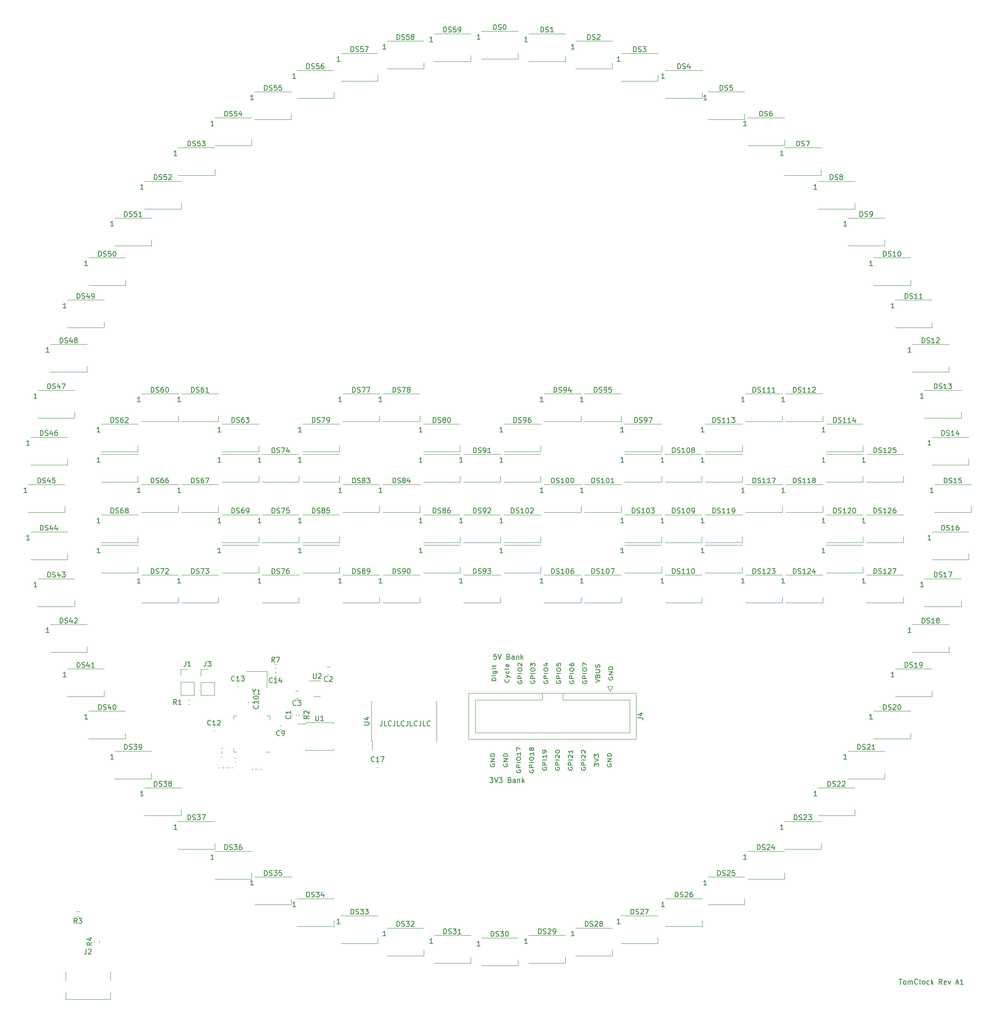
<source format=gbr>
%TF.GenerationSoftware,KiCad,Pcbnew,(6.0.9-0)*%
%TF.CreationDate,2022-12-31T14:30:25+01:00*%
%TF.ProjectId,tomclock,746f6d63-6c6f-4636-9b2e-6b696361645f,rev?*%
%TF.SameCoordinates,Original*%
%TF.FileFunction,Legend,Top*%
%TF.FilePolarity,Positive*%
%FSLAX46Y46*%
G04 Gerber Fmt 4.6, Leading zero omitted, Abs format (unit mm)*
G04 Created by KiCad (PCBNEW (6.0.9-0)) date 2022-12-31 14:30:25*
%MOMM*%
%LPD*%
G01*
G04 APERTURE LIST*
%ADD10C,0.150000*%
%ADD11C,0.120000*%
G04 APERTURE END LIST*
D10*
X119321428Y-168702380D02*
X119940476Y-168702380D01*
X119607142Y-169083333D01*
X119750000Y-169083333D01*
X119845238Y-169130952D01*
X119892857Y-169178571D01*
X119940476Y-169273809D01*
X119940476Y-169511904D01*
X119892857Y-169607142D01*
X119845238Y-169654761D01*
X119750000Y-169702380D01*
X119464285Y-169702380D01*
X119369047Y-169654761D01*
X119321428Y-169607142D01*
X120226190Y-168702380D02*
X120559523Y-169702380D01*
X120892857Y-168702380D01*
X121130952Y-168702380D02*
X121750000Y-168702380D01*
X121416666Y-169083333D01*
X121559523Y-169083333D01*
X121654761Y-169130952D01*
X121702380Y-169178571D01*
X121750000Y-169273809D01*
X121750000Y-169511904D01*
X121702380Y-169607142D01*
X121654761Y-169654761D01*
X121559523Y-169702380D01*
X121273809Y-169702380D01*
X121178571Y-169654761D01*
X121130952Y-169607142D01*
X123273809Y-169178571D02*
X123416666Y-169226190D01*
X123464285Y-169273809D01*
X123511904Y-169369047D01*
X123511904Y-169511904D01*
X123464285Y-169607142D01*
X123416666Y-169654761D01*
X123321428Y-169702380D01*
X122940476Y-169702380D01*
X122940476Y-168702380D01*
X123273809Y-168702380D01*
X123369047Y-168750000D01*
X123416666Y-168797619D01*
X123464285Y-168892857D01*
X123464285Y-168988095D01*
X123416666Y-169083333D01*
X123369047Y-169130952D01*
X123273809Y-169178571D01*
X122940476Y-169178571D01*
X124369047Y-169702380D02*
X124369047Y-169178571D01*
X124321428Y-169083333D01*
X124226190Y-169035714D01*
X124035714Y-169035714D01*
X123940476Y-169083333D01*
X124369047Y-169654761D02*
X124273809Y-169702380D01*
X124035714Y-169702380D01*
X123940476Y-169654761D01*
X123892857Y-169559523D01*
X123892857Y-169464285D01*
X123940476Y-169369047D01*
X124035714Y-169321428D01*
X124273809Y-169321428D01*
X124369047Y-169273809D01*
X124845238Y-169035714D02*
X124845238Y-169702380D01*
X124845238Y-169130952D02*
X124892857Y-169083333D01*
X124988095Y-169035714D01*
X125130952Y-169035714D01*
X125226190Y-169083333D01*
X125273809Y-169178571D01*
X125273809Y-169702380D01*
X125750000Y-169702380D02*
X125750000Y-168702380D01*
X125845238Y-169321428D02*
X126130952Y-169702380D01*
X126130952Y-169035714D02*
X125750000Y-169416666D01*
X120619047Y-144202380D02*
X120142857Y-144202380D01*
X120095238Y-144678571D01*
X120142857Y-144630952D01*
X120238095Y-144583333D01*
X120476190Y-144583333D01*
X120571428Y-144630952D01*
X120619047Y-144678571D01*
X120666666Y-144773809D01*
X120666666Y-145011904D01*
X120619047Y-145107142D01*
X120571428Y-145154761D01*
X120476190Y-145202380D01*
X120238095Y-145202380D01*
X120142857Y-145154761D01*
X120095238Y-145107142D01*
X120952380Y-144202380D02*
X121285714Y-145202380D01*
X121619047Y-144202380D01*
X123047619Y-144678571D02*
X123190476Y-144726190D01*
X123238095Y-144773809D01*
X123285714Y-144869047D01*
X123285714Y-145011904D01*
X123238095Y-145107142D01*
X123190476Y-145154761D01*
X123095238Y-145202380D01*
X122714285Y-145202380D01*
X122714285Y-144202380D01*
X123047619Y-144202380D01*
X123142857Y-144250000D01*
X123190476Y-144297619D01*
X123238095Y-144392857D01*
X123238095Y-144488095D01*
X123190476Y-144583333D01*
X123142857Y-144630952D01*
X123047619Y-144678571D01*
X122714285Y-144678571D01*
X124142857Y-145202380D02*
X124142857Y-144678571D01*
X124095238Y-144583333D01*
X124000000Y-144535714D01*
X123809523Y-144535714D01*
X123714285Y-144583333D01*
X124142857Y-145154761D02*
X124047619Y-145202380D01*
X123809523Y-145202380D01*
X123714285Y-145154761D01*
X123666666Y-145059523D01*
X123666666Y-144964285D01*
X123714285Y-144869047D01*
X123809523Y-144821428D01*
X124047619Y-144821428D01*
X124142857Y-144773809D01*
X124619047Y-144535714D02*
X124619047Y-145202380D01*
X124619047Y-144630952D02*
X124666666Y-144583333D01*
X124761904Y-144535714D01*
X124904761Y-144535714D01*
X125000000Y-144583333D01*
X125047619Y-144678571D01*
X125047619Y-145202380D01*
X125523809Y-145202380D02*
X125523809Y-144202380D01*
X125619047Y-144821428D02*
X125904761Y-145202380D01*
X125904761Y-144535714D02*
X125523809Y-144916666D01*
X119508000Y-166011904D02*
X119469904Y-166107142D01*
X119469904Y-166250000D01*
X119508000Y-166392857D01*
X119584190Y-166488095D01*
X119660380Y-166535714D01*
X119812761Y-166583333D01*
X119927047Y-166583333D01*
X120079428Y-166535714D01*
X120155619Y-166488095D01*
X120231809Y-166392857D01*
X120269904Y-166250000D01*
X120269904Y-166154761D01*
X120231809Y-166011904D01*
X120193714Y-165964285D01*
X119927047Y-165964285D01*
X119927047Y-166154761D01*
X120269904Y-165535714D02*
X119469904Y-165535714D01*
X120269904Y-164964285D01*
X119469904Y-164964285D01*
X120269904Y-164488095D02*
X119469904Y-164488095D01*
X119469904Y-164250000D01*
X119508000Y-164107142D01*
X119584190Y-164011904D01*
X119660380Y-163964285D01*
X119812761Y-163916666D01*
X119927047Y-163916666D01*
X120079428Y-163964285D01*
X120155619Y-164011904D01*
X120231809Y-164107142D01*
X120269904Y-164250000D01*
X120269904Y-164488095D01*
X122084000Y-166011904D02*
X122045904Y-166107142D01*
X122045904Y-166250000D01*
X122084000Y-166392857D01*
X122160190Y-166488095D01*
X122236380Y-166535714D01*
X122388761Y-166583333D01*
X122503047Y-166583333D01*
X122655428Y-166535714D01*
X122731619Y-166488095D01*
X122807809Y-166392857D01*
X122845904Y-166250000D01*
X122845904Y-166154761D01*
X122807809Y-166011904D01*
X122769714Y-165964285D01*
X122503047Y-165964285D01*
X122503047Y-166154761D01*
X122845904Y-165535714D02*
X122045904Y-165535714D01*
X122845904Y-164964285D01*
X122045904Y-164964285D01*
X122845904Y-164488095D02*
X122045904Y-164488095D01*
X122045904Y-164250000D01*
X122084000Y-164107142D01*
X122160190Y-164011904D01*
X122236380Y-163964285D01*
X122388761Y-163916666D01*
X122503047Y-163916666D01*
X122655428Y-163964285D01*
X122731619Y-164011904D01*
X122807809Y-164107142D01*
X122845904Y-164250000D01*
X122845904Y-164488095D01*
X124660000Y-167202380D02*
X124621904Y-167297619D01*
X124621904Y-167440476D01*
X124660000Y-167583333D01*
X124736190Y-167678571D01*
X124812380Y-167726190D01*
X124964761Y-167773809D01*
X125079047Y-167773809D01*
X125231428Y-167726190D01*
X125307619Y-167678571D01*
X125383809Y-167583333D01*
X125421904Y-167440476D01*
X125421904Y-167345238D01*
X125383809Y-167202380D01*
X125345714Y-167154761D01*
X125079047Y-167154761D01*
X125079047Y-167345238D01*
X125421904Y-166726190D02*
X124621904Y-166726190D01*
X124621904Y-166345238D01*
X124660000Y-166250000D01*
X124698095Y-166202380D01*
X124774285Y-166154761D01*
X124888571Y-166154761D01*
X124964761Y-166202380D01*
X125002857Y-166250000D01*
X125040952Y-166345238D01*
X125040952Y-166726190D01*
X125421904Y-165726190D02*
X124621904Y-165726190D01*
X124621904Y-165059523D02*
X124621904Y-164869047D01*
X124660000Y-164773809D01*
X124736190Y-164678571D01*
X124888571Y-164630952D01*
X125155238Y-164630952D01*
X125307619Y-164678571D01*
X125383809Y-164773809D01*
X125421904Y-164869047D01*
X125421904Y-165059523D01*
X125383809Y-165154761D01*
X125307619Y-165250000D01*
X125155238Y-165297619D01*
X124888571Y-165297619D01*
X124736190Y-165250000D01*
X124660000Y-165154761D01*
X124621904Y-165059523D01*
X125421904Y-163678571D02*
X125421904Y-164250000D01*
X125421904Y-163964285D02*
X124621904Y-163964285D01*
X124736190Y-164059523D01*
X124812380Y-164154761D01*
X124850476Y-164250000D01*
X124621904Y-163345238D02*
X124621904Y-162678571D01*
X125421904Y-163107142D01*
X127236000Y-167202380D02*
X127197904Y-167297619D01*
X127197904Y-167440476D01*
X127236000Y-167583333D01*
X127312190Y-167678571D01*
X127388380Y-167726190D01*
X127540761Y-167773809D01*
X127655047Y-167773809D01*
X127807428Y-167726190D01*
X127883619Y-167678571D01*
X127959809Y-167583333D01*
X127997904Y-167440476D01*
X127997904Y-167345238D01*
X127959809Y-167202380D01*
X127921714Y-167154761D01*
X127655047Y-167154761D01*
X127655047Y-167345238D01*
X127997904Y-166726190D02*
X127197904Y-166726190D01*
X127197904Y-166345238D01*
X127236000Y-166250000D01*
X127274095Y-166202380D01*
X127350285Y-166154761D01*
X127464571Y-166154761D01*
X127540761Y-166202380D01*
X127578857Y-166250000D01*
X127616952Y-166345238D01*
X127616952Y-166726190D01*
X127997904Y-165726190D02*
X127197904Y-165726190D01*
X127197904Y-165059523D02*
X127197904Y-164869047D01*
X127236000Y-164773809D01*
X127312190Y-164678571D01*
X127464571Y-164630952D01*
X127731238Y-164630952D01*
X127883619Y-164678571D01*
X127959809Y-164773809D01*
X127997904Y-164869047D01*
X127997904Y-165059523D01*
X127959809Y-165154761D01*
X127883619Y-165250000D01*
X127731238Y-165297619D01*
X127464571Y-165297619D01*
X127312190Y-165250000D01*
X127236000Y-165154761D01*
X127197904Y-165059523D01*
X127997904Y-163678571D02*
X127997904Y-164250000D01*
X127997904Y-163964285D02*
X127197904Y-163964285D01*
X127312190Y-164059523D01*
X127388380Y-164154761D01*
X127426476Y-164250000D01*
X127540761Y-163107142D02*
X127502666Y-163202380D01*
X127464571Y-163250000D01*
X127388380Y-163297619D01*
X127350285Y-163297619D01*
X127274095Y-163250000D01*
X127236000Y-163202380D01*
X127197904Y-163107142D01*
X127197904Y-162916666D01*
X127236000Y-162821428D01*
X127274095Y-162773809D01*
X127350285Y-162726190D01*
X127388380Y-162726190D01*
X127464571Y-162773809D01*
X127502666Y-162821428D01*
X127540761Y-162916666D01*
X127540761Y-163107142D01*
X127578857Y-163202380D01*
X127616952Y-163250000D01*
X127693142Y-163297619D01*
X127845523Y-163297619D01*
X127921714Y-163250000D01*
X127959809Y-163202380D01*
X127997904Y-163107142D01*
X127997904Y-162916666D01*
X127959809Y-162821428D01*
X127921714Y-162773809D01*
X127845523Y-162726190D01*
X127693142Y-162726190D01*
X127616952Y-162773809D01*
X127578857Y-162821428D01*
X127540761Y-162916666D01*
X129812000Y-166678571D02*
X129773904Y-166773809D01*
X129773904Y-166916666D01*
X129812000Y-167059523D01*
X129888190Y-167154761D01*
X129964380Y-167202380D01*
X130116761Y-167250000D01*
X130231047Y-167250000D01*
X130383428Y-167202380D01*
X130459619Y-167154761D01*
X130535809Y-167059523D01*
X130573904Y-166916666D01*
X130573904Y-166821428D01*
X130535809Y-166678571D01*
X130497714Y-166630952D01*
X130231047Y-166630952D01*
X130231047Y-166821428D01*
X130573904Y-166202380D02*
X129773904Y-166202380D01*
X129773904Y-165821428D01*
X129812000Y-165726190D01*
X129850095Y-165678571D01*
X129926285Y-165630952D01*
X130040571Y-165630952D01*
X130116761Y-165678571D01*
X130154857Y-165726190D01*
X130192952Y-165821428D01*
X130192952Y-166202380D01*
X130573904Y-165202380D02*
X129773904Y-165202380D01*
X130573904Y-164202380D02*
X130573904Y-164773809D01*
X130573904Y-164488095D02*
X129773904Y-164488095D01*
X129888190Y-164583333D01*
X129964380Y-164678571D01*
X130002476Y-164773809D01*
X130573904Y-163726190D02*
X130573904Y-163535714D01*
X130535809Y-163440476D01*
X130497714Y-163392857D01*
X130383428Y-163297619D01*
X130231047Y-163250000D01*
X129926285Y-163250000D01*
X129850095Y-163297619D01*
X129812000Y-163345238D01*
X129773904Y-163440476D01*
X129773904Y-163630952D01*
X129812000Y-163726190D01*
X129850095Y-163773809D01*
X129926285Y-163821428D01*
X130116761Y-163821428D01*
X130192952Y-163773809D01*
X130231047Y-163726190D01*
X130269142Y-163630952D01*
X130269142Y-163440476D01*
X130231047Y-163345238D01*
X130192952Y-163297619D01*
X130116761Y-163250000D01*
X132388000Y-166678571D02*
X132349904Y-166773809D01*
X132349904Y-166916666D01*
X132388000Y-167059523D01*
X132464190Y-167154761D01*
X132540380Y-167202380D01*
X132692761Y-167250000D01*
X132807047Y-167250000D01*
X132959428Y-167202380D01*
X133035619Y-167154761D01*
X133111809Y-167059523D01*
X133149904Y-166916666D01*
X133149904Y-166821428D01*
X133111809Y-166678571D01*
X133073714Y-166630952D01*
X132807047Y-166630952D01*
X132807047Y-166821428D01*
X133149904Y-166202380D02*
X132349904Y-166202380D01*
X132349904Y-165821428D01*
X132388000Y-165726190D01*
X132426095Y-165678571D01*
X132502285Y-165630952D01*
X132616571Y-165630952D01*
X132692761Y-165678571D01*
X132730857Y-165726190D01*
X132768952Y-165821428D01*
X132768952Y-166202380D01*
X133149904Y-165202380D02*
X132349904Y-165202380D01*
X132426095Y-164773809D02*
X132388000Y-164726190D01*
X132349904Y-164630952D01*
X132349904Y-164392857D01*
X132388000Y-164297619D01*
X132426095Y-164250000D01*
X132502285Y-164202380D01*
X132578476Y-164202380D01*
X132692761Y-164250000D01*
X133149904Y-164821428D01*
X133149904Y-164202380D01*
X132349904Y-163583333D02*
X132349904Y-163488095D01*
X132388000Y-163392857D01*
X132426095Y-163345238D01*
X132502285Y-163297619D01*
X132654666Y-163250000D01*
X132845142Y-163250000D01*
X132997523Y-163297619D01*
X133073714Y-163345238D01*
X133111809Y-163392857D01*
X133149904Y-163488095D01*
X133149904Y-163583333D01*
X133111809Y-163678571D01*
X133073714Y-163726190D01*
X132997523Y-163773809D01*
X132845142Y-163821428D01*
X132654666Y-163821428D01*
X132502285Y-163773809D01*
X132426095Y-163726190D01*
X132388000Y-163678571D01*
X132349904Y-163583333D01*
X134964000Y-166678571D02*
X134925904Y-166773809D01*
X134925904Y-166916666D01*
X134964000Y-167059523D01*
X135040190Y-167154761D01*
X135116380Y-167202380D01*
X135268761Y-167250000D01*
X135383047Y-167250000D01*
X135535428Y-167202380D01*
X135611619Y-167154761D01*
X135687809Y-167059523D01*
X135725904Y-166916666D01*
X135725904Y-166821428D01*
X135687809Y-166678571D01*
X135649714Y-166630952D01*
X135383047Y-166630952D01*
X135383047Y-166821428D01*
X135725904Y-166202380D02*
X134925904Y-166202380D01*
X134925904Y-165821428D01*
X134964000Y-165726190D01*
X135002095Y-165678571D01*
X135078285Y-165630952D01*
X135192571Y-165630952D01*
X135268761Y-165678571D01*
X135306857Y-165726190D01*
X135344952Y-165821428D01*
X135344952Y-166202380D01*
X135725904Y-165202380D02*
X134925904Y-165202380D01*
X135002095Y-164773809D02*
X134964000Y-164726190D01*
X134925904Y-164630952D01*
X134925904Y-164392857D01*
X134964000Y-164297619D01*
X135002095Y-164250000D01*
X135078285Y-164202380D01*
X135154476Y-164202380D01*
X135268761Y-164250000D01*
X135725904Y-164821428D01*
X135725904Y-164202380D01*
X135725904Y-163250000D02*
X135725904Y-163821428D01*
X135725904Y-163535714D02*
X134925904Y-163535714D01*
X135040190Y-163630952D01*
X135116380Y-163726190D01*
X135154476Y-163821428D01*
X137540000Y-166678571D02*
X137501904Y-166773809D01*
X137501904Y-166916666D01*
X137540000Y-167059523D01*
X137616190Y-167154761D01*
X137692380Y-167202380D01*
X137844761Y-167250000D01*
X137959047Y-167250000D01*
X138111428Y-167202380D01*
X138187619Y-167154761D01*
X138263809Y-167059523D01*
X138301904Y-166916666D01*
X138301904Y-166821428D01*
X138263809Y-166678571D01*
X138225714Y-166630952D01*
X137959047Y-166630952D01*
X137959047Y-166821428D01*
X138301904Y-166202380D02*
X137501904Y-166202380D01*
X137501904Y-165821428D01*
X137540000Y-165726190D01*
X137578095Y-165678571D01*
X137654285Y-165630952D01*
X137768571Y-165630952D01*
X137844761Y-165678571D01*
X137882857Y-165726190D01*
X137920952Y-165821428D01*
X137920952Y-166202380D01*
X138301904Y-165202380D02*
X137501904Y-165202380D01*
X137578095Y-164773809D02*
X137540000Y-164726190D01*
X137501904Y-164630952D01*
X137501904Y-164392857D01*
X137540000Y-164297619D01*
X137578095Y-164250000D01*
X137654285Y-164202380D01*
X137730476Y-164202380D01*
X137844761Y-164250000D01*
X138301904Y-164821428D01*
X138301904Y-164202380D01*
X137578095Y-163821428D02*
X137540000Y-163773809D01*
X137501904Y-163678571D01*
X137501904Y-163440476D01*
X137540000Y-163345238D01*
X137578095Y-163297619D01*
X137654285Y-163250000D01*
X137730476Y-163250000D01*
X137844761Y-163297619D01*
X138301904Y-163869047D01*
X138301904Y-163250000D01*
X140077904Y-166488095D02*
X140077904Y-165869047D01*
X140382666Y-166202380D01*
X140382666Y-166059523D01*
X140420761Y-165964285D01*
X140458857Y-165916666D01*
X140535047Y-165869047D01*
X140725523Y-165869047D01*
X140801714Y-165916666D01*
X140839809Y-165964285D01*
X140877904Y-166059523D01*
X140877904Y-166345238D01*
X140839809Y-166440476D01*
X140801714Y-166488095D01*
X140077904Y-165583333D02*
X140877904Y-165250000D01*
X140077904Y-164916666D01*
X140077904Y-164678571D02*
X140077904Y-164059523D01*
X140382666Y-164392857D01*
X140382666Y-164250000D01*
X140420761Y-164154761D01*
X140458857Y-164107142D01*
X140535047Y-164059523D01*
X140725523Y-164059523D01*
X140801714Y-164107142D01*
X140839809Y-164154761D01*
X140877904Y-164250000D01*
X140877904Y-164535714D01*
X140839809Y-164630952D01*
X140801714Y-164678571D01*
X142692000Y-166011904D02*
X142653904Y-166107142D01*
X142653904Y-166250000D01*
X142692000Y-166392857D01*
X142768190Y-166488095D01*
X142844380Y-166535714D01*
X142996761Y-166583333D01*
X143111047Y-166583333D01*
X143263428Y-166535714D01*
X143339619Y-166488095D01*
X143415809Y-166392857D01*
X143453904Y-166250000D01*
X143453904Y-166154761D01*
X143415809Y-166011904D01*
X143377714Y-165964285D01*
X143111047Y-165964285D01*
X143111047Y-166154761D01*
X143453904Y-165535714D02*
X142653904Y-165535714D01*
X143453904Y-164964285D01*
X142653904Y-164964285D01*
X143453904Y-164488095D02*
X142653904Y-164488095D01*
X142653904Y-164250000D01*
X142692000Y-164107142D01*
X142768190Y-164011904D01*
X142844380Y-163964285D01*
X142996761Y-163916666D01*
X143111047Y-163916666D01*
X143263428Y-163964285D01*
X143339619Y-164011904D01*
X143415809Y-164107142D01*
X143453904Y-164250000D01*
X143453904Y-164488095D01*
X120519904Y-149476190D02*
X119719904Y-149476190D01*
X119719904Y-149238095D01*
X119758000Y-149095238D01*
X119834190Y-149000000D01*
X119910380Y-148952380D01*
X120062761Y-148904761D01*
X120177047Y-148904761D01*
X120329428Y-148952380D01*
X120405619Y-149000000D01*
X120481809Y-149095238D01*
X120519904Y-149238095D01*
X120519904Y-149476190D01*
X120519904Y-148476190D02*
X119986571Y-148476190D01*
X119719904Y-148476190D02*
X119758000Y-148523809D01*
X119796095Y-148476190D01*
X119758000Y-148428571D01*
X119719904Y-148476190D01*
X119796095Y-148476190D01*
X119986571Y-147571428D02*
X120634190Y-147571428D01*
X120710380Y-147619047D01*
X120748476Y-147666666D01*
X120786571Y-147761904D01*
X120786571Y-147904761D01*
X120748476Y-148000000D01*
X120481809Y-147571428D02*
X120519904Y-147666666D01*
X120519904Y-147857142D01*
X120481809Y-147952380D01*
X120443714Y-148000000D01*
X120367523Y-148047619D01*
X120138952Y-148047619D01*
X120062761Y-148000000D01*
X120024666Y-147952380D01*
X119986571Y-147857142D01*
X119986571Y-147666666D01*
X120024666Y-147571428D01*
X120519904Y-147095238D02*
X119986571Y-147095238D01*
X119719904Y-147095238D02*
X119758000Y-147142857D01*
X119796095Y-147095238D01*
X119758000Y-147047619D01*
X119719904Y-147095238D01*
X119796095Y-147095238D01*
X119986571Y-146761904D02*
X119986571Y-146380952D01*
X119719904Y-146619047D02*
X120405619Y-146619047D01*
X120481809Y-146571428D01*
X120519904Y-146476190D01*
X120519904Y-146380952D01*
X123019714Y-149190476D02*
X123057809Y-149238095D01*
X123095904Y-149380952D01*
X123095904Y-149476190D01*
X123057809Y-149619047D01*
X122981619Y-149714285D01*
X122905428Y-149761904D01*
X122753047Y-149809523D01*
X122638761Y-149809523D01*
X122486380Y-149761904D01*
X122410190Y-149714285D01*
X122334000Y-149619047D01*
X122295904Y-149476190D01*
X122295904Y-149380952D01*
X122334000Y-149238095D01*
X122372095Y-149190476D01*
X122562571Y-148857142D02*
X123095904Y-148619047D01*
X122562571Y-148380952D02*
X123095904Y-148619047D01*
X123286380Y-148714285D01*
X123324476Y-148761904D01*
X123362571Y-148857142D01*
X123057809Y-147571428D02*
X123095904Y-147666666D01*
X123095904Y-147857142D01*
X123057809Y-147952380D01*
X123019714Y-148000000D01*
X122943523Y-148047619D01*
X122714952Y-148047619D01*
X122638761Y-148000000D01*
X122600666Y-147952380D01*
X122562571Y-147857142D01*
X122562571Y-147666666D01*
X122600666Y-147571428D01*
X123095904Y-147000000D02*
X123057809Y-147095238D01*
X122981619Y-147142857D01*
X122295904Y-147142857D01*
X123057809Y-146238095D02*
X123095904Y-146333333D01*
X123095904Y-146523809D01*
X123057809Y-146619047D01*
X122981619Y-146666666D01*
X122676857Y-146666666D01*
X122600666Y-146619047D01*
X122562571Y-146523809D01*
X122562571Y-146333333D01*
X122600666Y-146238095D01*
X122676857Y-146190476D01*
X122753047Y-146190476D01*
X122829238Y-146666666D01*
X124910000Y-149476190D02*
X124871904Y-149571428D01*
X124871904Y-149714285D01*
X124910000Y-149857142D01*
X124986190Y-149952380D01*
X125062380Y-150000000D01*
X125214761Y-150047619D01*
X125329047Y-150047619D01*
X125481428Y-150000000D01*
X125557619Y-149952380D01*
X125633809Y-149857142D01*
X125671904Y-149714285D01*
X125671904Y-149619047D01*
X125633809Y-149476190D01*
X125595714Y-149428571D01*
X125329047Y-149428571D01*
X125329047Y-149619047D01*
X125671904Y-149000000D02*
X124871904Y-149000000D01*
X124871904Y-148619047D01*
X124910000Y-148523809D01*
X124948095Y-148476190D01*
X125024285Y-148428571D01*
X125138571Y-148428571D01*
X125214761Y-148476190D01*
X125252857Y-148523809D01*
X125290952Y-148619047D01*
X125290952Y-149000000D01*
X125671904Y-148000000D02*
X124871904Y-148000000D01*
X124871904Y-147333333D02*
X124871904Y-147142857D01*
X124910000Y-147047619D01*
X124986190Y-146952380D01*
X125138571Y-146904761D01*
X125405238Y-146904761D01*
X125557619Y-146952380D01*
X125633809Y-147047619D01*
X125671904Y-147142857D01*
X125671904Y-147333333D01*
X125633809Y-147428571D01*
X125557619Y-147523809D01*
X125405238Y-147571428D01*
X125138571Y-147571428D01*
X124986190Y-147523809D01*
X124910000Y-147428571D01*
X124871904Y-147333333D01*
X124948095Y-146523809D02*
X124910000Y-146476190D01*
X124871904Y-146380952D01*
X124871904Y-146142857D01*
X124910000Y-146047619D01*
X124948095Y-146000000D01*
X125024285Y-145952380D01*
X125100476Y-145952380D01*
X125214761Y-146000000D01*
X125671904Y-146571428D01*
X125671904Y-145952380D01*
X127486000Y-149476190D02*
X127447904Y-149571428D01*
X127447904Y-149714285D01*
X127486000Y-149857142D01*
X127562190Y-149952380D01*
X127638380Y-150000000D01*
X127790761Y-150047619D01*
X127905047Y-150047619D01*
X128057428Y-150000000D01*
X128133619Y-149952380D01*
X128209809Y-149857142D01*
X128247904Y-149714285D01*
X128247904Y-149619047D01*
X128209809Y-149476190D01*
X128171714Y-149428571D01*
X127905047Y-149428571D01*
X127905047Y-149619047D01*
X128247904Y-149000000D02*
X127447904Y-149000000D01*
X127447904Y-148619047D01*
X127486000Y-148523809D01*
X127524095Y-148476190D01*
X127600285Y-148428571D01*
X127714571Y-148428571D01*
X127790761Y-148476190D01*
X127828857Y-148523809D01*
X127866952Y-148619047D01*
X127866952Y-149000000D01*
X128247904Y-148000000D02*
X127447904Y-148000000D01*
X127447904Y-147333333D02*
X127447904Y-147142857D01*
X127486000Y-147047619D01*
X127562190Y-146952380D01*
X127714571Y-146904761D01*
X127981238Y-146904761D01*
X128133619Y-146952380D01*
X128209809Y-147047619D01*
X128247904Y-147142857D01*
X128247904Y-147333333D01*
X128209809Y-147428571D01*
X128133619Y-147523809D01*
X127981238Y-147571428D01*
X127714571Y-147571428D01*
X127562190Y-147523809D01*
X127486000Y-147428571D01*
X127447904Y-147333333D01*
X127447904Y-146571428D02*
X127447904Y-145952380D01*
X127752666Y-146285714D01*
X127752666Y-146142857D01*
X127790761Y-146047619D01*
X127828857Y-146000000D01*
X127905047Y-145952380D01*
X128095523Y-145952380D01*
X128171714Y-146000000D01*
X128209809Y-146047619D01*
X128247904Y-146142857D01*
X128247904Y-146428571D01*
X128209809Y-146523809D01*
X128171714Y-146571428D01*
X130062000Y-149476190D02*
X130023904Y-149571428D01*
X130023904Y-149714285D01*
X130062000Y-149857142D01*
X130138190Y-149952380D01*
X130214380Y-150000000D01*
X130366761Y-150047619D01*
X130481047Y-150047619D01*
X130633428Y-150000000D01*
X130709619Y-149952380D01*
X130785809Y-149857142D01*
X130823904Y-149714285D01*
X130823904Y-149619047D01*
X130785809Y-149476190D01*
X130747714Y-149428571D01*
X130481047Y-149428571D01*
X130481047Y-149619047D01*
X130823904Y-149000000D02*
X130023904Y-149000000D01*
X130023904Y-148619047D01*
X130062000Y-148523809D01*
X130100095Y-148476190D01*
X130176285Y-148428571D01*
X130290571Y-148428571D01*
X130366761Y-148476190D01*
X130404857Y-148523809D01*
X130442952Y-148619047D01*
X130442952Y-149000000D01*
X130823904Y-148000000D02*
X130023904Y-148000000D01*
X130023904Y-147333333D02*
X130023904Y-147142857D01*
X130062000Y-147047619D01*
X130138190Y-146952380D01*
X130290571Y-146904761D01*
X130557238Y-146904761D01*
X130709619Y-146952380D01*
X130785809Y-147047619D01*
X130823904Y-147142857D01*
X130823904Y-147333333D01*
X130785809Y-147428571D01*
X130709619Y-147523809D01*
X130557238Y-147571428D01*
X130290571Y-147571428D01*
X130138190Y-147523809D01*
X130062000Y-147428571D01*
X130023904Y-147333333D01*
X130290571Y-146047619D02*
X130823904Y-146047619D01*
X129985809Y-146285714D02*
X130557238Y-146523809D01*
X130557238Y-145904761D01*
X132638000Y-149476190D02*
X132599904Y-149571428D01*
X132599904Y-149714285D01*
X132638000Y-149857142D01*
X132714190Y-149952380D01*
X132790380Y-150000000D01*
X132942761Y-150047619D01*
X133057047Y-150047619D01*
X133209428Y-150000000D01*
X133285619Y-149952380D01*
X133361809Y-149857142D01*
X133399904Y-149714285D01*
X133399904Y-149619047D01*
X133361809Y-149476190D01*
X133323714Y-149428571D01*
X133057047Y-149428571D01*
X133057047Y-149619047D01*
X133399904Y-149000000D02*
X132599904Y-149000000D01*
X132599904Y-148619047D01*
X132638000Y-148523809D01*
X132676095Y-148476190D01*
X132752285Y-148428571D01*
X132866571Y-148428571D01*
X132942761Y-148476190D01*
X132980857Y-148523809D01*
X133018952Y-148619047D01*
X133018952Y-149000000D01*
X133399904Y-148000000D02*
X132599904Y-148000000D01*
X132599904Y-147333333D02*
X132599904Y-147142857D01*
X132638000Y-147047619D01*
X132714190Y-146952380D01*
X132866571Y-146904761D01*
X133133238Y-146904761D01*
X133285619Y-146952380D01*
X133361809Y-147047619D01*
X133399904Y-147142857D01*
X133399904Y-147333333D01*
X133361809Y-147428571D01*
X133285619Y-147523809D01*
X133133238Y-147571428D01*
X132866571Y-147571428D01*
X132714190Y-147523809D01*
X132638000Y-147428571D01*
X132599904Y-147333333D01*
X132599904Y-146000000D02*
X132599904Y-146476190D01*
X132980857Y-146523809D01*
X132942761Y-146476190D01*
X132904666Y-146380952D01*
X132904666Y-146142857D01*
X132942761Y-146047619D01*
X132980857Y-146000000D01*
X133057047Y-145952380D01*
X133247523Y-145952380D01*
X133323714Y-146000000D01*
X133361809Y-146047619D01*
X133399904Y-146142857D01*
X133399904Y-146380952D01*
X133361809Y-146476190D01*
X133323714Y-146523809D01*
X135214000Y-149476190D02*
X135175904Y-149571428D01*
X135175904Y-149714285D01*
X135214000Y-149857142D01*
X135290190Y-149952380D01*
X135366380Y-150000000D01*
X135518761Y-150047619D01*
X135633047Y-150047619D01*
X135785428Y-150000000D01*
X135861619Y-149952380D01*
X135937809Y-149857142D01*
X135975904Y-149714285D01*
X135975904Y-149619047D01*
X135937809Y-149476190D01*
X135899714Y-149428571D01*
X135633047Y-149428571D01*
X135633047Y-149619047D01*
X135975904Y-149000000D02*
X135175904Y-149000000D01*
X135175904Y-148619047D01*
X135214000Y-148523809D01*
X135252095Y-148476190D01*
X135328285Y-148428571D01*
X135442571Y-148428571D01*
X135518761Y-148476190D01*
X135556857Y-148523809D01*
X135594952Y-148619047D01*
X135594952Y-149000000D01*
X135975904Y-148000000D02*
X135175904Y-148000000D01*
X135175904Y-147333333D02*
X135175904Y-147142857D01*
X135214000Y-147047619D01*
X135290190Y-146952380D01*
X135442571Y-146904761D01*
X135709238Y-146904761D01*
X135861619Y-146952380D01*
X135937809Y-147047619D01*
X135975904Y-147142857D01*
X135975904Y-147333333D01*
X135937809Y-147428571D01*
X135861619Y-147523809D01*
X135709238Y-147571428D01*
X135442571Y-147571428D01*
X135290190Y-147523809D01*
X135214000Y-147428571D01*
X135175904Y-147333333D01*
X135175904Y-146047619D02*
X135175904Y-146238095D01*
X135214000Y-146333333D01*
X135252095Y-146380952D01*
X135366380Y-146476190D01*
X135518761Y-146523809D01*
X135823523Y-146523809D01*
X135899714Y-146476190D01*
X135937809Y-146428571D01*
X135975904Y-146333333D01*
X135975904Y-146142857D01*
X135937809Y-146047619D01*
X135899714Y-146000000D01*
X135823523Y-145952380D01*
X135633047Y-145952380D01*
X135556857Y-146000000D01*
X135518761Y-146047619D01*
X135480666Y-146142857D01*
X135480666Y-146333333D01*
X135518761Y-146428571D01*
X135556857Y-146476190D01*
X135633047Y-146523809D01*
X137790000Y-149476190D02*
X137751904Y-149571428D01*
X137751904Y-149714285D01*
X137790000Y-149857142D01*
X137866190Y-149952380D01*
X137942380Y-150000000D01*
X138094761Y-150047619D01*
X138209047Y-150047619D01*
X138361428Y-150000000D01*
X138437619Y-149952380D01*
X138513809Y-149857142D01*
X138551904Y-149714285D01*
X138551904Y-149619047D01*
X138513809Y-149476190D01*
X138475714Y-149428571D01*
X138209047Y-149428571D01*
X138209047Y-149619047D01*
X138551904Y-149000000D02*
X137751904Y-149000000D01*
X137751904Y-148619047D01*
X137790000Y-148523809D01*
X137828095Y-148476190D01*
X137904285Y-148428571D01*
X138018571Y-148428571D01*
X138094761Y-148476190D01*
X138132857Y-148523809D01*
X138170952Y-148619047D01*
X138170952Y-149000000D01*
X138551904Y-148000000D02*
X137751904Y-148000000D01*
X137751904Y-147333333D02*
X137751904Y-147142857D01*
X137790000Y-147047619D01*
X137866190Y-146952380D01*
X138018571Y-146904761D01*
X138285238Y-146904761D01*
X138437619Y-146952380D01*
X138513809Y-147047619D01*
X138551904Y-147142857D01*
X138551904Y-147333333D01*
X138513809Y-147428571D01*
X138437619Y-147523809D01*
X138285238Y-147571428D01*
X138018571Y-147571428D01*
X137866190Y-147523809D01*
X137790000Y-147428571D01*
X137751904Y-147333333D01*
X137751904Y-146571428D02*
X137751904Y-145904761D01*
X138551904Y-146333333D01*
X140327904Y-149833333D02*
X141127904Y-149500000D01*
X140327904Y-149166666D01*
X140708857Y-148500000D02*
X140746952Y-148357142D01*
X140785047Y-148309523D01*
X140861238Y-148261904D01*
X140975523Y-148261904D01*
X141051714Y-148309523D01*
X141089809Y-148357142D01*
X141127904Y-148452380D01*
X141127904Y-148833333D01*
X140327904Y-148833333D01*
X140327904Y-148500000D01*
X140366000Y-148404761D01*
X140404095Y-148357142D01*
X140480285Y-148309523D01*
X140556476Y-148309523D01*
X140632666Y-148357142D01*
X140670761Y-148404761D01*
X140708857Y-148500000D01*
X140708857Y-148833333D01*
X140327904Y-147833333D02*
X140975523Y-147833333D01*
X141051714Y-147785714D01*
X141089809Y-147738095D01*
X141127904Y-147642857D01*
X141127904Y-147452380D01*
X141089809Y-147357142D01*
X141051714Y-147309523D01*
X140975523Y-147261904D01*
X140327904Y-147261904D01*
X141089809Y-146833333D02*
X141127904Y-146690476D01*
X141127904Y-146452380D01*
X141089809Y-146357142D01*
X141051714Y-146309523D01*
X140975523Y-146261904D01*
X140899333Y-146261904D01*
X140823142Y-146309523D01*
X140785047Y-146357142D01*
X140746952Y-146452380D01*
X140708857Y-146642857D01*
X140670761Y-146738095D01*
X140632666Y-146785714D01*
X140556476Y-146833333D01*
X140480285Y-146833333D01*
X140404095Y-146785714D01*
X140366000Y-146738095D01*
X140327904Y-146642857D01*
X140327904Y-146404761D01*
X140366000Y-146261904D01*
X142942000Y-148761904D02*
X142903904Y-148857142D01*
X142903904Y-149000000D01*
X142942000Y-149142857D01*
X143018190Y-149238095D01*
X143094380Y-149285714D01*
X143246761Y-149333333D01*
X143361047Y-149333333D01*
X143513428Y-149285714D01*
X143589619Y-149238095D01*
X143665809Y-149142857D01*
X143703904Y-149000000D01*
X143703904Y-148904761D01*
X143665809Y-148761904D01*
X143627714Y-148714285D01*
X143361047Y-148714285D01*
X143361047Y-148904761D01*
X143703904Y-148285714D02*
X142903904Y-148285714D01*
X143703904Y-147714285D01*
X142903904Y-147714285D01*
X143703904Y-147238095D02*
X142903904Y-147238095D01*
X142903904Y-147000000D01*
X142942000Y-146857142D01*
X143018190Y-146761904D01*
X143094380Y-146714285D01*
X143246761Y-146666666D01*
X143361047Y-146666666D01*
X143513428Y-146714285D01*
X143589619Y-146761904D01*
X143665809Y-146857142D01*
X143703904Y-147000000D01*
X143703904Y-147238095D01*
X97880952Y-157452380D02*
X97880952Y-158166666D01*
X97833333Y-158309523D01*
X97738095Y-158404761D01*
X97595238Y-158452380D01*
X97500000Y-158452380D01*
X98833333Y-158452380D02*
X98357142Y-158452380D01*
X98357142Y-157452380D01*
X99738095Y-158357142D02*
X99690476Y-158404761D01*
X99547619Y-158452380D01*
X99452380Y-158452380D01*
X99309523Y-158404761D01*
X99214285Y-158309523D01*
X99166666Y-158214285D01*
X99119047Y-158023809D01*
X99119047Y-157880952D01*
X99166666Y-157690476D01*
X99214285Y-157595238D01*
X99309523Y-157500000D01*
X99452380Y-157452380D01*
X99547619Y-157452380D01*
X99690476Y-157500000D01*
X99738095Y-157547619D01*
X100452380Y-157452380D02*
X100452380Y-158166666D01*
X100404761Y-158309523D01*
X100309523Y-158404761D01*
X100166666Y-158452380D01*
X100071428Y-158452380D01*
X101404761Y-158452380D02*
X100928571Y-158452380D01*
X100928571Y-157452380D01*
X102309523Y-158357142D02*
X102261904Y-158404761D01*
X102119047Y-158452380D01*
X102023809Y-158452380D01*
X101880952Y-158404761D01*
X101785714Y-158309523D01*
X101738095Y-158214285D01*
X101690476Y-158023809D01*
X101690476Y-157880952D01*
X101738095Y-157690476D01*
X101785714Y-157595238D01*
X101880952Y-157500000D01*
X102023809Y-157452380D01*
X102119047Y-157452380D01*
X102261904Y-157500000D01*
X102309523Y-157547619D01*
X103023809Y-157452380D02*
X103023809Y-158166666D01*
X102976190Y-158309523D01*
X102880952Y-158404761D01*
X102738095Y-158452380D01*
X102642857Y-158452380D01*
X103976190Y-158452380D02*
X103500000Y-158452380D01*
X103500000Y-157452380D01*
X104880952Y-158357142D02*
X104833333Y-158404761D01*
X104690476Y-158452380D01*
X104595238Y-158452380D01*
X104452380Y-158404761D01*
X104357142Y-158309523D01*
X104309523Y-158214285D01*
X104261904Y-158023809D01*
X104261904Y-157880952D01*
X104309523Y-157690476D01*
X104357142Y-157595238D01*
X104452380Y-157500000D01*
X104595238Y-157452380D01*
X104690476Y-157452380D01*
X104833333Y-157500000D01*
X104880952Y-157547619D01*
X105595238Y-157452380D02*
X105595238Y-158166666D01*
X105547619Y-158309523D01*
X105452380Y-158404761D01*
X105309523Y-158452380D01*
X105214285Y-158452380D01*
X106547619Y-158452380D02*
X106071428Y-158452380D01*
X106071428Y-157452380D01*
X107452380Y-158357142D02*
X107404761Y-158404761D01*
X107261904Y-158452380D01*
X107166666Y-158452380D01*
X107023809Y-158404761D01*
X106928571Y-158309523D01*
X106880952Y-158214285D01*
X106833333Y-158023809D01*
X106833333Y-157880952D01*
X106880952Y-157690476D01*
X106928571Y-157595238D01*
X107023809Y-157500000D01*
X107166666Y-157452380D01*
X107261904Y-157452380D01*
X107404761Y-157500000D01*
X107452380Y-157547619D01*
X200571428Y-208702380D02*
X201142857Y-208702380D01*
X200857142Y-209702380D02*
X200857142Y-208702380D01*
X201619047Y-209702380D02*
X201523809Y-209654761D01*
X201476190Y-209607142D01*
X201428571Y-209511904D01*
X201428571Y-209226190D01*
X201476190Y-209130952D01*
X201523809Y-209083333D01*
X201619047Y-209035714D01*
X201761904Y-209035714D01*
X201857142Y-209083333D01*
X201904761Y-209130952D01*
X201952380Y-209226190D01*
X201952380Y-209511904D01*
X201904761Y-209607142D01*
X201857142Y-209654761D01*
X201761904Y-209702380D01*
X201619047Y-209702380D01*
X202380952Y-209702380D02*
X202380952Y-209035714D01*
X202380952Y-209130952D02*
X202428571Y-209083333D01*
X202523809Y-209035714D01*
X202666666Y-209035714D01*
X202761904Y-209083333D01*
X202809523Y-209178571D01*
X202809523Y-209702380D01*
X202809523Y-209178571D02*
X202857142Y-209083333D01*
X202952380Y-209035714D01*
X203095238Y-209035714D01*
X203190476Y-209083333D01*
X203238095Y-209178571D01*
X203238095Y-209702380D01*
X204285714Y-209607142D02*
X204238095Y-209654761D01*
X204095238Y-209702380D01*
X204000000Y-209702380D01*
X203857142Y-209654761D01*
X203761904Y-209559523D01*
X203714285Y-209464285D01*
X203666666Y-209273809D01*
X203666666Y-209130952D01*
X203714285Y-208940476D01*
X203761904Y-208845238D01*
X203857142Y-208750000D01*
X204000000Y-208702380D01*
X204095238Y-208702380D01*
X204238095Y-208750000D01*
X204285714Y-208797619D01*
X204857142Y-209702380D02*
X204761904Y-209654761D01*
X204714285Y-209559523D01*
X204714285Y-208702380D01*
X205380952Y-209702380D02*
X205285714Y-209654761D01*
X205238095Y-209607142D01*
X205190476Y-209511904D01*
X205190476Y-209226190D01*
X205238095Y-209130952D01*
X205285714Y-209083333D01*
X205380952Y-209035714D01*
X205523809Y-209035714D01*
X205619047Y-209083333D01*
X205666666Y-209130952D01*
X205714285Y-209226190D01*
X205714285Y-209511904D01*
X205666666Y-209607142D01*
X205619047Y-209654761D01*
X205523809Y-209702380D01*
X205380952Y-209702380D01*
X206571428Y-209654761D02*
X206476190Y-209702380D01*
X206285714Y-209702380D01*
X206190476Y-209654761D01*
X206142857Y-209607142D01*
X206095238Y-209511904D01*
X206095238Y-209226190D01*
X206142857Y-209130952D01*
X206190476Y-209083333D01*
X206285714Y-209035714D01*
X206476190Y-209035714D01*
X206571428Y-209083333D01*
X207000000Y-209702380D02*
X207000000Y-208702380D01*
X207095238Y-209321428D02*
X207380952Y-209702380D01*
X207380952Y-209035714D02*
X207000000Y-209416666D01*
X209142857Y-209702380D02*
X208809523Y-209226190D01*
X208571428Y-209702380D02*
X208571428Y-208702380D01*
X208952380Y-208702380D01*
X209047619Y-208750000D01*
X209095238Y-208797619D01*
X209142857Y-208892857D01*
X209142857Y-209035714D01*
X209095238Y-209130952D01*
X209047619Y-209178571D01*
X208952380Y-209226190D01*
X208571428Y-209226190D01*
X209952380Y-209654761D02*
X209857142Y-209702380D01*
X209666666Y-209702380D01*
X209571428Y-209654761D01*
X209523809Y-209559523D01*
X209523809Y-209178571D01*
X209571428Y-209083333D01*
X209666666Y-209035714D01*
X209857142Y-209035714D01*
X209952380Y-209083333D01*
X210000000Y-209178571D01*
X210000000Y-209273809D01*
X209523809Y-209369047D01*
X210333333Y-209035714D02*
X210571428Y-209702380D01*
X210809523Y-209035714D01*
X211904761Y-209416666D02*
X212380952Y-209416666D01*
X211809523Y-209702380D02*
X212142857Y-208702380D01*
X212476190Y-209702380D01*
X213333333Y-209702380D02*
X212761904Y-209702380D01*
X213047619Y-209702380D02*
X213047619Y-208702380D01*
X212952380Y-208845238D01*
X212857142Y-208940476D01*
X212761904Y-208988095D01*
%TO.C,DS92*%
X116059523Y-116202380D02*
X116059523Y-115202380D01*
X116297619Y-115202380D01*
X116440476Y-115250000D01*
X116535714Y-115345238D01*
X116583333Y-115440476D01*
X116630952Y-115630952D01*
X116630952Y-115773809D01*
X116583333Y-115964285D01*
X116535714Y-116059523D01*
X116440476Y-116154761D01*
X116297619Y-116202380D01*
X116059523Y-116202380D01*
X117011904Y-116154761D02*
X117154761Y-116202380D01*
X117392857Y-116202380D01*
X117488095Y-116154761D01*
X117535714Y-116107142D01*
X117583333Y-116011904D01*
X117583333Y-115916666D01*
X117535714Y-115821428D01*
X117488095Y-115773809D01*
X117392857Y-115726190D01*
X117202380Y-115678571D01*
X117107142Y-115630952D01*
X117059523Y-115583333D01*
X117011904Y-115488095D01*
X117011904Y-115392857D01*
X117059523Y-115297619D01*
X117107142Y-115250000D01*
X117202380Y-115202380D01*
X117440476Y-115202380D01*
X117583333Y-115250000D01*
X118059523Y-116202380D02*
X118250000Y-116202380D01*
X118345238Y-116154761D01*
X118392857Y-116107142D01*
X118488095Y-115964285D01*
X118535714Y-115773809D01*
X118535714Y-115392857D01*
X118488095Y-115297619D01*
X118440476Y-115250000D01*
X118345238Y-115202380D01*
X118154761Y-115202380D01*
X118059523Y-115250000D01*
X118011904Y-115297619D01*
X117964285Y-115392857D01*
X117964285Y-115630952D01*
X118011904Y-115726190D01*
X118059523Y-115773809D01*
X118154761Y-115821428D01*
X118345238Y-115821428D01*
X118440476Y-115773809D01*
X118488095Y-115726190D01*
X118535714Y-115630952D01*
X118916666Y-115297619D02*
X118964285Y-115250000D01*
X119059523Y-115202380D01*
X119297619Y-115202380D01*
X119392857Y-115250000D01*
X119440476Y-115297619D01*
X119488095Y-115392857D01*
X119488095Y-115488095D01*
X119440476Y-115630952D01*
X118869047Y-116202380D01*
X119488095Y-116202380D01*
X113885714Y-118102380D02*
X113314285Y-118102380D01*
X113600000Y-118102380D02*
X113600000Y-117102380D01*
X113504761Y-117245238D01*
X113409523Y-117340476D01*
X113314285Y-117388095D01*
%TO.C,DS18*%
X205155118Y-138012380D02*
X205155118Y-137012380D01*
X205393214Y-137012380D01*
X205536071Y-137060000D01*
X205631309Y-137155238D01*
X205678928Y-137250476D01*
X205726547Y-137440952D01*
X205726547Y-137583809D01*
X205678928Y-137774285D01*
X205631309Y-137869523D01*
X205536071Y-137964761D01*
X205393214Y-138012380D01*
X205155118Y-138012380D01*
X206107499Y-137964761D02*
X206250356Y-138012380D01*
X206488452Y-138012380D01*
X206583690Y-137964761D01*
X206631309Y-137917142D01*
X206678928Y-137821904D01*
X206678928Y-137726666D01*
X206631309Y-137631428D01*
X206583690Y-137583809D01*
X206488452Y-137536190D01*
X206297975Y-137488571D01*
X206202737Y-137440952D01*
X206155118Y-137393333D01*
X206107499Y-137298095D01*
X206107499Y-137202857D01*
X206155118Y-137107619D01*
X206202737Y-137060000D01*
X206297975Y-137012380D01*
X206536071Y-137012380D01*
X206678928Y-137060000D01*
X207631309Y-138012380D02*
X207059880Y-138012380D01*
X207345595Y-138012380D02*
X207345595Y-137012380D01*
X207250356Y-137155238D01*
X207155118Y-137250476D01*
X207059880Y-137298095D01*
X208202737Y-137440952D02*
X208107499Y-137393333D01*
X208059880Y-137345714D01*
X208012261Y-137250476D01*
X208012261Y-137202857D01*
X208059880Y-137107619D01*
X208107499Y-137060000D01*
X208202737Y-137012380D01*
X208393214Y-137012380D01*
X208488452Y-137060000D01*
X208536071Y-137107619D01*
X208583690Y-137202857D01*
X208583690Y-137250476D01*
X208536071Y-137345714D01*
X208488452Y-137393333D01*
X208393214Y-137440952D01*
X208202737Y-137440952D01*
X208107499Y-137488571D01*
X208059880Y-137536190D01*
X208012261Y-137631428D01*
X208012261Y-137821904D01*
X208059880Y-137917142D01*
X208107499Y-137964761D01*
X208202737Y-138012380D01*
X208393214Y-138012380D01*
X208488452Y-137964761D01*
X208536071Y-137917142D01*
X208583690Y-137821904D01*
X208583690Y-137631428D01*
X208536071Y-137536190D01*
X208488452Y-137488571D01*
X208393214Y-137440952D01*
X202981309Y-139912380D02*
X202409880Y-139912380D01*
X202695595Y-139912380D02*
X202695595Y-138912380D01*
X202600356Y-139055238D01*
X202505118Y-139150476D01*
X202409880Y-139198095D01*
%TO.C,DS98*%
X121885714Y-106102380D02*
X121314285Y-106102380D01*
X121600000Y-106102380D02*
X121600000Y-105102380D01*
X121504761Y-105245238D01*
X121409523Y-105340476D01*
X121314285Y-105388095D01*
%TO.C,DS117*%
X171583333Y-110202380D02*
X171583333Y-109202380D01*
X171821428Y-109202380D01*
X171964285Y-109250000D01*
X172059523Y-109345238D01*
X172107142Y-109440476D01*
X172154761Y-109630952D01*
X172154761Y-109773809D01*
X172107142Y-109964285D01*
X172059523Y-110059523D01*
X171964285Y-110154761D01*
X171821428Y-110202380D01*
X171583333Y-110202380D01*
X172535714Y-110154761D02*
X172678571Y-110202380D01*
X172916666Y-110202380D01*
X173011904Y-110154761D01*
X173059523Y-110107142D01*
X173107142Y-110011904D01*
X173107142Y-109916666D01*
X173059523Y-109821428D01*
X173011904Y-109773809D01*
X172916666Y-109726190D01*
X172726190Y-109678571D01*
X172630952Y-109630952D01*
X172583333Y-109583333D01*
X172535714Y-109488095D01*
X172535714Y-109392857D01*
X172583333Y-109297619D01*
X172630952Y-109250000D01*
X172726190Y-109202380D01*
X172964285Y-109202380D01*
X173107142Y-109250000D01*
X174059523Y-110202380D02*
X173488095Y-110202380D01*
X173773809Y-110202380D02*
X173773809Y-109202380D01*
X173678571Y-109345238D01*
X173583333Y-109440476D01*
X173488095Y-109488095D01*
X175011904Y-110202380D02*
X174440476Y-110202380D01*
X174726190Y-110202380D02*
X174726190Y-109202380D01*
X174630952Y-109345238D01*
X174535714Y-109440476D01*
X174440476Y-109488095D01*
X175345238Y-109202380D02*
X176011904Y-109202380D01*
X175583333Y-110202380D01*
X169885714Y-112102380D02*
X169314285Y-112102380D01*
X169600000Y-112102380D02*
X169600000Y-111102380D01*
X169504761Y-111245238D01*
X169409523Y-111340476D01*
X169314285Y-111388095D01*
%TO.C,DS66*%
X52059523Y-110202380D02*
X52059523Y-109202380D01*
X52297619Y-109202380D01*
X52440476Y-109250000D01*
X52535714Y-109345238D01*
X52583333Y-109440476D01*
X52630952Y-109630952D01*
X52630952Y-109773809D01*
X52583333Y-109964285D01*
X52535714Y-110059523D01*
X52440476Y-110154761D01*
X52297619Y-110202380D01*
X52059523Y-110202380D01*
X53011904Y-110154761D02*
X53154761Y-110202380D01*
X53392857Y-110202380D01*
X53488095Y-110154761D01*
X53535714Y-110107142D01*
X53583333Y-110011904D01*
X53583333Y-109916666D01*
X53535714Y-109821428D01*
X53488095Y-109773809D01*
X53392857Y-109726190D01*
X53202380Y-109678571D01*
X53107142Y-109630952D01*
X53059523Y-109583333D01*
X53011904Y-109488095D01*
X53011904Y-109392857D01*
X53059523Y-109297619D01*
X53107142Y-109250000D01*
X53202380Y-109202380D01*
X53440476Y-109202380D01*
X53583333Y-109250000D01*
X54440476Y-109202380D02*
X54250000Y-109202380D01*
X54154761Y-109250000D01*
X54107142Y-109297619D01*
X54011904Y-109440476D01*
X53964285Y-109630952D01*
X53964285Y-110011904D01*
X54011904Y-110107142D01*
X54059523Y-110154761D01*
X54154761Y-110202380D01*
X54345238Y-110202380D01*
X54440476Y-110154761D01*
X54488095Y-110107142D01*
X54535714Y-110011904D01*
X54535714Y-109773809D01*
X54488095Y-109678571D01*
X54440476Y-109630952D01*
X54345238Y-109583333D01*
X54154761Y-109583333D01*
X54059523Y-109630952D01*
X54011904Y-109678571D01*
X53964285Y-109773809D01*
X55392857Y-109202380D02*
X55202380Y-109202380D01*
X55107142Y-109250000D01*
X55059523Y-109297619D01*
X54964285Y-109440476D01*
X54916666Y-109630952D01*
X54916666Y-110011904D01*
X54964285Y-110107142D01*
X55011904Y-110154761D01*
X55107142Y-110202380D01*
X55297619Y-110202380D01*
X55392857Y-110154761D01*
X55440476Y-110107142D01*
X55488095Y-110011904D01*
X55488095Y-109773809D01*
X55440476Y-109678571D01*
X55392857Y-109630952D01*
X55297619Y-109583333D01*
X55107142Y-109583333D01*
X55011904Y-109630952D01*
X54964285Y-109678571D01*
X54916666Y-109773809D01*
X49885714Y-112102380D02*
X49314285Y-112102380D01*
X49600000Y-112102380D02*
X49600000Y-111102380D01*
X49504761Y-111245238D01*
X49409523Y-111340476D01*
X49314285Y-111388095D01*
%TO.C,DS65*%
X65885714Y-106102380D02*
X65314285Y-106102380D01*
X65600000Y-106102380D02*
X65600000Y-105102380D01*
X65504761Y-105245238D01*
X65409523Y-105340476D01*
X65314285Y-105388095D01*
%TO.C,DS115*%
X161885714Y-106102380D02*
X161314285Y-106102380D01*
X161600000Y-106102380D02*
X161600000Y-105102380D01*
X161504761Y-105245238D01*
X161409523Y-105340476D01*
X161314285Y-105388095D01*
%TO.C,DS43*%
X31525118Y-128912380D02*
X31525118Y-127912380D01*
X31763214Y-127912380D01*
X31906071Y-127960000D01*
X32001309Y-128055238D01*
X32048928Y-128150476D01*
X32096547Y-128340952D01*
X32096547Y-128483809D01*
X32048928Y-128674285D01*
X32001309Y-128769523D01*
X31906071Y-128864761D01*
X31763214Y-128912380D01*
X31525118Y-128912380D01*
X32477499Y-128864761D02*
X32620356Y-128912380D01*
X32858452Y-128912380D01*
X32953690Y-128864761D01*
X33001309Y-128817142D01*
X33048928Y-128721904D01*
X33048928Y-128626666D01*
X33001309Y-128531428D01*
X32953690Y-128483809D01*
X32858452Y-128436190D01*
X32667975Y-128388571D01*
X32572737Y-128340952D01*
X32525118Y-128293333D01*
X32477499Y-128198095D01*
X32477499Y-128102857D01*
X32525118Y-128007619D01*
X32572737Y-127960000D01*
X32667975Y-127912380D01*
X32906071Y-127912380D01*
X33048928Y-127960000D01*
X33906071Y-128245714D02*
X33906071Y-128912380D01*
X33667975Y-127864761D02*
X33429880Y-128579047D01*
X34048928Y-128579047D01*
X34334642Y-127912380D02*
X34953690Y-127912380D01*
X34620356Y-128293333D01*
X34763214Y-128293333D01*
X34858452Y-128340952D01*
X34906071Y-128388571D01*
X34953690Y-128483809D01*
X34953690Y-128721904D01*
X34906071Y-128817142D01*
X34858452Y-128864761D01*
X34763214Y-128912380D01*
X34477499Y-128912380D01*
X34382261Y-128864761D01*
X34334642Y-128817142D01*
X29351309Y-130812380D02*
X28779880Y-130812380D01*
X29065595Y-130812380D02*
X29065595Y-129812380D01*
X28970356Y-129955238D01*
X28875118Y-130050476D01*
X28779880Y-130098095D01*
%TO.C,Y1*%
X72523809Y-151676190D02*
X72523809Y-152152380D01*
X72190476Y-151152380D02*
X72523809Y-151676190D01*
X72857142Y-151152380D01*
X73714285Y-152152380D02*
X73142857Y-152152380D01*
X73428571Y-152152380D02*
X73428571Y-151152380D01*
X73333333Y-151295238D01*
X73238095Y-151390476D01*
X73142857Y-151438095D01*
%TO.C,DS112*%
X179583333Y-92202380D02*
X179583333Y-91202380D01*
X179821428Y-91202380D01*
X179964285Y-91250000D01*
X180059523Y-91345238D01*
X180107142Y-91440476D01*
X180154761Y-91630952D01*
X180154761Y-91773809D01*
X180107142Y-91964285D01*
X180059523Y-92059523D01*
X179964285Y-92154761D01*
X179821428Y-92202380D01*
X179583333Y-92202380D01*
X180535714Y-92154761D02*
X180678571Y-92202380D01*
X180916666Y-92202380D01*
X181011904Y-92154761D01*
X181059523Y-92107142D01*
X181107142Y-92011904D01*
X181107142Y-91916666D01*
X181059523Y-91821428D01*
X181011904Y-91773809D01*
X180916666Y-91726190D01*
X180726190Y-91678571D01*
X180630952Y-91630952D01*
X180583333Y-91583333D01*
X180535714Y-91488095D01*
X180535714Y-91392857D01*
X180583333Y-91297619D01*
X180630952Y-91250000D01*
X180726190Y-91202380D01*
X180964285Y-91202380D01*
X181107142Y-91250000D01*
X182059523Y-92202380D02*
X181488095Y-92202380D01*
X181773809Y-92202380D02*
X181773809Y-91202380D01*
X181678571Y-91345238D01*
X181583333Y-91440476D01*
X181488095Y-91488095D01*
X183011904Y-92202380D02*
X182440476Y-92202380D01*
X182726190Y-92202380D02*
X182726190Y-91202380D01*
X182630952Y-91345238D01*
X182535714Y-91440476D01*
X182440476Y-91488095D01*
X183392857Y-91297619D02*
X183440476Y-91250000D01*
X183535714Y-91202380D01*
X183773809Y-91202380D01*
X183869047Y-91250000D01*
X183916666Y-91297619D01*
X183964285Y-91392857D01*
X183964285Y-91488095D01*
X183916666Y-91630952D01*
X183345238Y-92202380D01*
X183964285Y-92202380D01*
X177885714Y-94102380D02*
X177314285Y-94102380D01*
X177600000Y-94102380D02*
X177600000Y-93102380D01*
X177504761Y-93245238D01*
X177409523Y-93340476D01*
X177314285Y-93388095D01*
%TO.C,DS123*%
X171583333Y-128202380D02*
X171583333Y-127202380D01*
X171821428Y-127202380D01*
X171964285Y-127250000D01*
X172059523Y-127345238D01*
X172107142Y-127440476D01*
X172154761Y-127630952D01*
X172154761Y-127773809D01*
X172107142Y-127964285D01*
X172059523Y-128059523D01*
X171964285Y-128154761D01*
X171821428Y-128202380D01*
X171583333Y-128202380D01*
X172535714Y-128154761D02*
X172678571Y-128202380D01*
X172916666Y-128202380D01*
X173011904Y-128154761D01*
X173059523Y-128107142D01*
X173107142Y-128011904D01*
X173107142Y-127916666D01*
X173059523Y-127821428D01*
X173011904Y-127773809D01*
X172916666Y-127726190D01*
X172726190Y-127678571D01*
X172630952Y-127630952D01*
X172583333Y-127583333D01*
X172535714Y-127488095D01*
X172535714Y-127392857D01*
X172583333Y-127297619D01*
X172630952Y-127250000D01*
X172726190Y-127202380D01*
X172964285Y-127202380D01*
X173107142Y-127250000D01*
X174059523Y-128202380D02*
X173488095Y-128202380D01*
X173773809Y-128202380D02*
X173773809Y-127202380D01*
X173678571Y-127345238D01*
X173583333Y-127440476D01*
X173488095Y-127488095D01*
X174440476Y-127297619D02*
X174488095Y-127250000D01*
X174583333Y-127202380D01*
X174821428Y-127202380D01*
X174916666Y-127250000D01*
X174964285Y-127297619D01*
X175011904Y-127392857D01*
X175011904Y-127488095D01*
X174964285Y-127630952D01*
X174392857Y-128202380D01*
X175011904Y-128202380D01*
X175345238Y-127202380D02*
X175964285Y-127202380D01*
X175630952Y-127583333D01*
X175773809Y-127583333D01*
X175869047Y-127630952D01*
X175916666Y-127678571D01*
X175964285Y-127773809D01*
X175964285Y-128011904D01*
X175916666Y-128107142D01*
X175869047Y-128154761D01*
X175773809Y-128202380D01*
X175488095Y-128202380D01*
X175392857Y-128154761D01*
X175345238Y-128107142D01*
X169885714Y-130102380D02*
X169314285Y-130102380D01*
X169600000Y-130102380D02*
X169600000Y-129102380D01*
X169504761Y-129245238D01*
X169409523Y-129340476D01*
X169314285Y-129388095D01*
%TO.C,J1*%
X58916666Y-145597380D02*
X58916666Y-146311666D01*
X58869047Y-146454523D01*
X58773809Y-146549761D01*
X58630952Y-146597380D01*
X58535714Y-146597380D01*
X59916666Y-146597380D02*
X59345238Y-146597380D01*
X59630952Y-146597380D02*
X59630952Y-145597380D01*
X59535714Y-145740238D01*
X59440476Y-145835476D01*
X59345238Y-145883095D01*
%TO.C,R2*%
X83372380Y-156416666D02*
X82896190Y-156750000D01*
X83372380Y-156988095D02*
X82372380Y-156988095D01*
X82372380Y-156607142D01*
X82420000Y-156511904D01*
X82467619Y-156464285D01*
X82562857Y-156416666D01*
X82705714Y-156416666D01*
X82800952Y-156464285D01*
X82848571Y-156511904D01*
X82896190Y-156607142D01*
X82896190Y-156988095D01*
X82467619Y-156035714D02*
X82420000Y-155988095D01*
X82372380Y-155892857D01*
X82372380Y-155654761D01*
X82420000Y-155559523D01*
X82467619Y-155511904D01*
X82562857Y-155464285D01*
X82658095Y-155464285D01*
X82800952Y-155511904D01*
X83372380Y-156083333D01*
X83372380Y-155464285D01*
%TO.C,DS86*%
X108059523Y-116202380D02*
X108059523Y-115202380D01*
X108297619Y-115202380D01*
X108440476Y-115250000D01*
X108535714Y-115345238D01*
X108583333Y-115440476D01*
X108630952Y-115630952D01*
X108630952Y-115773809D01*
X108583333Y-115964285D01*
X108535714Y-116059523D01*
X108440476Y-116154761D01*
X108297619Y-116202380D01*
X108059523Y-116202380D01*
X109011904Y-116154761D02*
X109154761Y-116202380D01*
X109392857Y-116202380D01*
X109488095Y-116154761D01*
X109535714Y-116107142D01*
X109583333Y-116011904D01*
X109583333Y-115916666D01*
X109535714Y-115821428D01*
X109488095Y-115773809D01*
X109392857Y-115726190D01*
X109202380Y-115678571D01*
X109107142Y-115630952D01*
X109059523Y-115583333D01*
X109011904Y-115488095D01*
X109011904Y-115392857D01*
X109059523Y-115297619D01*
X109107142Y-115250000D01*
X109202380Y-115202380D01*
X109440476Y-115202380D01*
X109583333Y-115250000D01*
X110154761Y-115630952D02*
X110059523Y-115583333D01*
X110011904Y-115535714D01*
X109964285Y-115440476D01*
X109964285Y-115392857D01*
X110011904Y-115297619D01*
X110059523Y-115250000D01*
X110154761Y-115202380D01*
X110345238Y-115202380D01*
X110440476Y-115250000D01*
X110488095Y-115297619D01*
X110535714Y-115392857D01*
X110535714Y-115440476D01*
X110488095Y-115535714D01*
X110440476Y-115583333D01*
X110345238Y-115630952D01*
X110154761Y-115630952D01*
X110059523Y-115678571D01*
X110011904Y-115726190D01*
X109964285Y-115821428D01*
X109964285Y-116011904D01*
X110011904Y-116107142D01*
X110059523Y-116154761D01*
X110154761Y-116202380D01*
X110345238Y-116202380D01*
X110440476Y-116154761D01*
X110488095Y-116107142D01*
X110535714Y-116011904D01*
X110535714Y-115821428D01*
X110488095Y-115726190D01*
X110440476Y-115678571D01*
X110345238Y-115630952D01*
X111392857Y-115202380D02*
X111202380Y-115202380D01*
X111107142Y-115250000D01*
X111059523Y-115297619D01*
X110964285Y-115440476D01*
X110916666Y-115630952D01*
X110916666Y-116011904D01*
X110964285Y-116107142D01*
X111011904Y-116154761D01*
X111107142Y-116202380D01*
X111297619Y-116202380D01*
X111392857Y-116154761D01*
X111440476Y-116107142D01*
X111488095Y-116011904D01*
X111488095Y-115773809D01*
X111440476Y-115678571D01*
X111392857Y-115630952D01*
X111297619Y-115583333D01*
X111107142Y-115583333D01*
X111011904Y-115630952D01*
X110964285Y-115678571D01*
X110916666Y-115773809D01*
X105885714Y-118102380D02*
X105314285Y-118102380D01*
X105600000Y-118102380D02*
X105600000Y-117102380D01*
X105504761Y-117245238D01*
X105409523Y-117340476D01*
X105314285Y-117388095D01*
%TO.C,DS64*%
X41885714Y-106102380D02*
X41314285Y-106102380D01*
X41600000Y-106102380D02*
X41600000Y-105102380D01*
X41504761Y-105245238D01*
X41409523Y-105340476D01*
X41314285Y-105388095D01*
%TO.C,DS23*%
X179775118Y-177082380D02*
X179775118Y-176082380D01*
X180013214Y-176082380D01*
X180156071Y-176130000D01*
X180251309Y-176225238D01*
X180298928Y-176320476D01*
X180346547Y-176510952D01*
X180346547Y-176653809D01*
X180298928Y-176844285D01*
X180251309Y-176939523D01*
X180156071Y-177034761D01*
X180013214Y-177082380D01*
X179775118Y-177082380D01*
X180727499Y-177034761D02*
X180870356Y-177082380D01*
X181108452Y-177082380D01*
X181203690Y-177034761D01*
X181251309Y-176987142D01*
X181298928Y-176891904D01*
X181298928Y-176796666D01*
X181251309Y-176701428D01*
X181203690Y-176653809D01*
X181108452Y-176606190D01*
X180917975Y-176558571D01*
X180822737Y-176510952D01*
X180775118Y-176463333D01*
X180727499Y-176368095D01*
X180727499Y-176272857D01*
X180775118Y-176177619D01*
X180822737Y-176130000D01*
X180917975Y-176082380D01*
X181156071Y-176082380D01*
X181298928Y-176130000D01*
X181679880Y-176177619D02*
X181727499Y-176130000D01*
X181822737Y-176082380D01*
X182060833Y-176082380D01*
X182156071Y-176130000D01*
X182203690Y-176177619D01*
X182251309Y-176272857D01*
X182251309Y-176368095D01*
X182203690Y-176510952D01*
X181632261Y-177082380D01*
X182251309Y-177082380D01*
X182584642Y-176082380D02*
X183203690Y-176082380D01*
X182870356Y-176463333D01*
X183013214Y-176463333D01*
X183108452Y-176510952D01*
X183156071Y-176558571D01*
X183203690Y-176653809D01*
X183203690Y-176891904D01*
X183156071Y-176987142D01*
X183108452Y-177034761D01*
X183013214Y-177082380D01*
X182727499Y-177082380D01*
X182632261Y-177034761D01*
X182584642Y-176987142D01*
X177601309Y-178982380D02*
X177029880Y-178982380D01*
X177315595Y-178982380D02*
X177315595Y-177982380D01*
X177220356Y-178125238D01*
X177125118Y-178220476D01*
X177029880Y-178268095D01*
%TO.C,DS109*%
X155583333Y-116202380D02*
X155583333Y-115202380D01*
X155821428Y-115202380D01*
X155964285Y-115250000D01*
X156059523Y-115345238D01*
X156107142Y-115440476D01*
X156154761Y-115630952D01*
X156154761Y-115773809D01*
X156107142Y-115964285D01*
X156059523Y-116059523D01*
X155964285Y-116154761D01*
X155821428Y-116202380D01*
X155583333Y-116202380D01*
X156535714Y-116154761D02*
X156678571Y-116202380D01*
X156916666Y-116202380D01*
X157011904Y-116154761D01*
X157059523Y-116107142D01*
X157107142Y-116011904D01*
X157107142Y-115916666D01*
X157059523Y-115821428D01*
X157011904Y-115773809D01*
X156916666Y-115726190D01*
X156726190Y-115678571D01*
X156630952Y-115630952D01*
X156583333Y-115583333D01*
X156535714Y-115488095D01*
X156535714Y-115392857D01*
X156583333Y-115297619D01*
X156630952Y-115250000D01*
X156726190Y-115202380D01*
X156964285Y-115202380D01*
X157107142Y-115250000D01*
X158059523Y-116202380D02*
X157488095Y-116202380D01*
X157773809Y-116202380D02*
X157773809Y-115202380D01*
X157678571Y-115345238D01*
X157583333Y-115440476D01*
X157488095Y-115488095D01*
X158678571Y-115202380D02*
X158773809Y-115202380D01*
X158869047Y-115250000D01*
X158916666Y-115297619D01*
X158964285Y-115392857D01*
X159011904Y-115583333D01*
X159011904Y-115821428D01*
X158964285Y-116011904D01*
X158916666Y-116107142D01*
X158869047Y-116154761D01*
X158773809Y-116202380D01*
X158678571Y-116202380D01*
X158583333Y-116154761D01*
X158535714Y-116107142D01*
X158488095Y-116011904D01*
X158440476Y-115821428D01*
X158440476Y-115583333D01*
X158488095Y-115392857D01*
X158535714Y-115297619D01*
X158583333Y-115250000D01*
X158678571Y-115202380D01*
X159488095Y-116202380D02*
X159678571Y-116202380D01*
X159773809Y-116154761D01*
X159821428Y-116107142D01*
X159916666Y-115964285D01*
X159964285Y-115773809D01*
X159964285Y-115392857D01*
X159916666Y-115297619D01*
X159869047Y-115250000D01*
X159773809Y-115202380D01*
X159583333Y-115202380D01*
X159488095Y-115250000D01*
X159440476Y-115297619D01*
X159392857Y-115392857D01*
X159392857Y-115630952D01*
X159440476Y-115726190D01*
X159488095Y-115773809D01*
X159583333Y-115821428D01*
X159773809Y-115821428D01*
X159869047Y-115773809D01*
X159916666Y-115726190D01*
X159964285Y-115630952D01*
X153885714Y-118102380D02*
X153314285Y-118102380D01*
X153600000Y-118102380D02*
X153600000Y-117102380D01*
X153504761Y-117245238D01*
X153409523Y-117340476D01*
X153314285Y-117388095D01*
%TO.C,DS91*%
X116059523Y-104202380D02*
X116059523Y-103202380D01*
X116297619Y-103202380D01*
X116440476Y-103250000D01*
X116535714Y-103345238D01*
X116583333Y-103440476D01*
X116630952Y-103630952D01*
X116630952Y-103773809D01*
X116583333Y-103964285D01*
X116535714Y-104059523D01*
X116440476Y-104154761D01*
X116297619Y-104202380D01*
X116059523Y-104202380D01*
X117011904Y-104154761D02*
X117154761Y-104202380D01*
X117392857Y-104202380D01*
X117488095Y-104154761D01*
X117535714Y-104107142D01*
X117583333Y-104011904D01*
X117583333Y-103916666D01*
X117535714Y-103821428D01*
X117488095Y-103773809D01*
X117392857Y-103726190D01*
X117202380Y-103678571D01*
X117107142Y-103630952D01*
X117059523Y-103583333D01*
X117011904Y-103488095D01*
X117011904Y-103392857D01*
X117059523Y-103297619D01*
X117107142Y-103250000D01*
X117202380Y-103202380D01*
X117440476Y-103202380D01*
X117583333Y-103250000D01*
X118059523Y-104202380D02*
X118250000Y-104202380D01*
X118345238Y-104154761D01*
X118392857Y-104107142D01*
X118488095Y-103964285D01*
X118535714Y-103773809D01*
X118535714Y-103392857D01*
X118488095Y-103297619D01*
X118440476Y-103250000D01*
X118345238Y-103202380D01*
X118154761Y-103202380D01*
X118059523Y-103250000D01*
X118011904Y-103297619D01*
X117964285Y-103392857D01*
X117964285Y-103630952D01*
X118011904Y-103726190D01*
X118059523Y-103773809D01*
X118154761Y-103821428D01*
X118345238Y-103821428D01*
X118440476Y-103773809D01*
X118488095Y-103726190D01*
X118535714Y-103630952D01*
X119488095Y-104202380D02*
X118916666Y-104202380D01*
X119202380Y-104202380D02*
X119202380Y-103202380D01*
X119107142Y-103345238D01*
X119011904Y-103440476D01*
X118916666Y-103488095D01*
X113885714Y-106102380D02*
X113314285Y-106102380D01*
X113600000Y-106102380D02*
X113600000Y-105102380D01*
X113504761Y-105245238D01*
X113409523Y-105340476D01*
X113314285Y-105388095D01*
%TO.C,DS93*%
X116059523Y-128202380D02*
X116059523Y-127202380D01*
X116297619Y-127202380D01*
X116440476Y-127250000D01*
X116535714Y-127345238D01*
X116583333Y-127440476D01*
X116630952Y-127630952D01*
X116630952Y-127773809D01*
X116583333Y-127964285D01*
X116535714Y-128059523D01*
X116440476Y-128154761D01*
X116297619Y-128202380D01*
X116059523Y-128202380D01*
X117011904Y-128154761D02*
X117154761Y-128202380D01*
X117392857Y-128202380D01*
X117488095Y-128154761D01*
X117535714Y-128107142D01*
X117583333Y-128011904D01*
X117583333Y-127916666D01*
X117535714Y-127821428D01*
X117488095Y-127773809D01*
X117392857Y-127726190D01*
X117202380Y-127678571D01*
X117107142Y-127630952D01*
X117059523Y-127583333D01*
X117011904Y-127488095D01*
X117011904Y-127392857D01*
X117059523Y-127297619D01*
X117107142Y-127250000D01*
X117202380Y-127202380D01*
X117440476Y-127202380D01*
X117583333Y-127250000D01*
X118059523Y-128202380D02*
X118250000Y-128202380D01*
X118345238Y-128154761D01*
X118392857Y-128107142D01*
X118488095Y-127964285D01*
X118535714Y-127773809D01*
X118535714Y-127392857D01*
X118488095Y-127297619D01*
X118440476Y-127250000D01*
X118345238Y-127202380D01*
X118154761Y-127202380D01*
X118059523Y-127250000D01*
X118011904Y-127297619D01*
X117964285Y-127392857D01*
X117964285Y-127630952D01*
X118011904Y-127726190D01*
X118059523Y-127773809D01*
X118154761Y-127821428D01*
X118345238Y-127821428D01*
X118440476Y-127773809D01*
X118488095Y-127726190D01*
X118535714Y-127630952D01*
X118869047Y-127202380D02*
X119488095Y-127202380D01*
X119154761Y-127583333D01*
X119297619Y-127583333D01*
X119392857Y-127630952D01*
X119440476Y-127678571D01*
X119488095Y-127773809D01*
X119488095Y-128011904D01*
X119440476Y-128107142D01*
X119392857Y-128154761D01*
X119297619Y-128202380D01*
X119011904Y-128202380D01*
X118916666Y-128154761D01*
X118869047Y-128107142D01*
X113885714Y-130102380D02*
X113314285Y-130102380D01*
X113600000Y-130102380D02*
X113600000Y-129102380D01*
X113504761Y-129245238D01*
X113409523Y-129340476D01*
X113314285Y-129388095D01*
%TO.C,DS82*%
X105885714Y-106102380D02*
X105314285Y-106102380D01*
X105600000Y-106102380D02*
X105600000Y-105102380D01*
X105504761Y-105245238D01*
X105409523Y-105340476D01*
X105314285Y-105388095D01*
%TO.C,DS118*%
X179583333Y-110202380D02*
X179583333Y-109202380D01*
X179821428Y-109202380D01*
X179964285Y-109250000D01*
X180059523Y-109345238D01*
X180107142Y-109440476D01*
X180154761Y-109630952D01*
X180154761Y-109773809D01*
X180107142Y-109964285D01*
X180059523Y-110059523D01*
X179964285Y-110154761D01*
X179821428Y-110202380D01*
X179583333Y-110202380D01*
X180535714Y-110154761D02*
X180678571Y-110202380D01*
X180916666Y-110202380D01*
X181011904Y-110154761D01*
X181059523Y-110107142D01*
X181107142Y-110011904D01*
X181107142Y-109916666D01*
X181059523Y-109821428D01*
X181011904Y-109773809D01*
X180916666Y-109726190D01*
X180726190Y-109678571D01*
X180630952Y-109630952D01*
X180583333Y-109583333D01*
X180535714Y-109488095D01*
X180535714Y-109392857D01*
X180583333Y-109297619D01*
X180630952Y-109250000D01*
X180726190Y-109202380D01*
X180964285Y-109202380D01*
X181107142Y-109250000D01*
X182059523Y-110202380D02*
X181488095Y-110202380D01*
X181773809Y-110202380D02*
X181773809Y-109202380D01*
X181678571Y-109345238D01*
X181583333Y-109440476D01*
X181488095Y-109488095D01*
X183011904Y-110202380D02*
X182440476Y-110202380D01*
X182726190Y-110202380D02*
X182726190Y-109202380D01*
X182630952Y-109345238D01*
X182535714Y-109440476D01*
X182440476Y-109488095D01*
X183583333Y-109630952D02*
X183488095Y-109583333D01*
X183440476Y-109535714D01*
X183392857Y-109440476D01*
X183392857Y-109392857D01*
X183440476Y-109297619D01*
X183488095Y-109250000D01*
X183583333Y-109202380D01*
X183773809Y-109202380D01*
X183869047Y-109250000D01*
X183916666Y-109297619D01*
X183964285Y-109392857D01*
X183964285Y-109440476D01*
X183916666Y-109535714D01*
X183869047Y-109583333D01*
X183773809Y-109630952D01*
X183583333Y-109630952D01*
X183488095Y-109678571D01*
X183440476Y-109726190D01*
X183392857Y-109821428D01*
X183392857Y-110011904D01*
X183440476Y-110107142D01*
X183488095Y-110154761D01*
X183583333Y-110202380D01*
X183773809Y-110202380D01*
X183869047Y-110154761D01*
X183916666Y-110107142D01*
X183964285Y-110011904D01*
X183964285Y-109821428D01*
X183916666Y-109726190D01*
X183869047Y-109678571D01*
X183773809Y-109630952D01*
X177885714Y-112102380D02*
X177314285Y-112102380D01*
X177600000Y-112102380D02*
X177600000Y-111102380D01*
X177504761Y-111245238D01*
X177409523Y-111340476D01*
X177314285Y-111388095D01*
%TO.C,R4*%
X40272380Y-201416666D02*
X39796190Y-201750000D01*
X40272380Y-201988095D02*
X39272380Y-201988095D01*
X39272380Y-201607142D01*
X39320000Y-201511904D01*
X39367619Y-201464285D01*
X39462857Y-201416666D01*
X39605714Y-201416666D01*
X39700952Y-201464285D01*
X39748571Y-201511904D01*
X39796190Y-201607142D01*
X39796190Y-201988095D01*
X39605714Y-200559523D02*
X40272380Y-200559523D01*
X39224761Y-200797619D02*
X39939047Y-201035714D01*
X39939047Y-200416666D01*
%TO.C,DS63*%
X68059523Y-98202380D02*
X68059523Y-97202380D01*
X68297619Y-97202380D01*
X68440476Y-97250000D01*
X68535714Y-97345238D01*
X68583333Y-97440476D01*
X68630952Y-97630952D01*
X68630952Y-97773809D01*
X68583333Y-97964285D01*
X68535714Y-98059523D01*
X68440476Y-98154761D01*
X68297619Y-98202380D01*
X68059523Y-98202380D01*
X69011904Y-98154761D02*
X69154761Y-98202380D01*
X69392857Y-98202380D01*
X69488095Y-98154761D01*
X69535714Y-98107142D01*
X69583333Y-98011904D01*
X69583333Y-97916666D01*
X69535714Y-97821428D01*
X69488095Y-97773809D01*
X69392857Y-97726190D01*
X69202380Y-97678571D01*
X69107142Y-97630952D01*
X69059523Y-97583333D01*
X69011904Y-97488095D01*
X69011904Y-97392857D01*
X69059523Y-97297619D01*
X69107142Y-97250000D01*
X69202380Y-97202380D01*
X69440476Y-97202380D01*
X69583333Y-97250000D01*
X70440476Y-97202380D02*
X70250000Y-97202380D01*
X70154761Y-97250000D01*
X70107142Y-97297619D01*
X70011904Y-97440476D01*
X69964285Y-97630952D01*
X69964285Y-98011904D01*
X70011904Y-98107142D01*
X70059523Y-98154761D01*
X70154761Y-98202380D01*
X70345238Y-98202380D01*
X70440476Y-98154761D01*
X70488095Y-98107142D01*
X70535714Y-98011904D01*
X70535714Y-97773809D01*
X70488095Y-97678571D01*
X70440476Y-97630952D01*
X70345238Y-97583333D01*
X70154761Y-97583333D01*
X70059523Y-97630952D01*
X70011904Y-97678571D01*
X69964285Y-97773809D01*
X70869047Y-97202380D02*
X71488095Y-97202380D01*
X71154761Y-97583333D01*
X71297619Y-97583333D01*
X71392857Y-97630952D01*
X71440476Y-97678571D01*
X71488095Y-97773809D01*
X71488095Y-98011904D01*
X71440476Y-98107142D01*
X71392857Y-98154761D01*
X71297619Y-98202380D01*
X71011904Y-98202380D01*
X70916666Y-98154761D01*
X70869047Y-98107142D01*
X65885714Y-100102380D02*
X65314285Y-100102380D01*
X65600000Y-100102380D02*
X65600000Y-99102380D01*
X65504761Y-99245238D01*
X65409523Y-99340476D01*
X65314285Y-99388095D01*
%TO.C,DS71*%
X65885714Y-124102380D02*
X65314285Y-124102380D01*
X65600000Y-124102380D02*
X65600000Y-123102380D01*
X65504761Y-123245238D01*
X65409523Y-123340476D01*
X65314285Y-123388095D01*
%TO.C,DS125*%
X195583333Y-104202380D02*
X195583333Y-103202380D01*
X195821428Y-103202380D01*
X195964285Y-103250000D01*
X196059523Y-103345238D01*
X196107142Y-103440476D01*
X196154761Y-103630952D01*
X196154761Y-103773809D01*
X196107142Y-103964285D01*
X196059523Y-104059523D01*
X195964285Y-104154761D01*
X195821428Y-104202380D01*
X195583333Y-104202380D01*
X196535714Y-104154761D02*
X196678571Y-104202380D01*
X196916666Y-104202380D01*
X197011904Y-104154761D01*
X197059523Y-104107142D01*
X197107142Y-104011904D01*
X197107142Y-103916666D01*
X197059523Y-103821428D01*
X197011904Y-103773809D01*
X196916666Y-103726190D01*
X196726190Y-103678571D01*
X196630952Y-103630952D01*
X196583333Y-103583333D01*
X196535714Y-103488095D01*
X196535714Y-103392857D01*
X196583333Y-103297619D01*
X196630952Y-103250000D01*
X196726190Y-103202380D01*
X196964285Y-103202380D01*
X197107142Y-103250000D01*
X198059523Y-104202380D02*
X197488095Y-104202380D01*
X197773809Y-104202380D02*
X197773809Y-103202380D01*
X197678571Y-103345238D01*
X197583333Y-103440476D01*
X197488095Y-103488095D01*
X198440476Y-103297619D02*
X198488095Y-103250000D01*
X198583333Y-103202380D01*
X198821428Y-103202380D01*
X198916666Y-103250000D01*
X198964285Y-103297619D01*
X199011904Y-103392857D01*
X199011904Y-103488095D01*
X198964285Y-103630952D01*
X198392857Y-104202380D01*
X199011904Y-104202380D01*
X199916666Y-103202380D02*
X199440476Y-103202380D01*
X199392857Y-103678571D01*
X199440476Y-103630952D01*
X199535714Y-103583333D01*
X199773809Y-103583333D01*
X199869047Y-103630952D01*
X199916666Y-103678571D01*
X199964285Y-103773809D01*
X199964285Y-104011904D01*
X199916666Y-104107142D01*
X199869047Y-104154761D01*
X199773809Y-104202380D01*
X199535714Y-104202380D01*
X199440476Y-104154761D01*
X199392857Y-104107142D01*
X193885714Y-106102380D02*
X193314285Y-106102380D01*
X193600000Y-106102380D02*
X193600000Y-105102380D01*
X193504761Y-105245238D01*
X193409523Y-105340476D01*
X193314285Y-105388095D01*
%TO.C,DS70*%
X41885714Y-124102380D02*
X41314285Y-124102380D01*
X41600000Y-124102380D02*
X41600000Y-123102380D01*
X41504761Y-123245238D01*
X41409523Y-123340476D01*
X41314285Y-123388095D01*
%TO.C,DS0*%
X120031309Y-20202380D02*
X120031309Y-19202380D01*
X120269404Y-19202380D01*
X120412261Y-19250000D01*
X120507499Y-19345238D01*
X120555118Y-19440476D01*
X120602737Y-19630952D01*
X120602737Y-19773809D01*
X120555118Y-19964285D01*
X120507499Y-20059523D01*
X120412261Y-20154761D01*
X120269404Y-20202380D01*
X120031309Y-20202380D01*
X120983690Y-20154761D02*
X121126547Y-20202380D01*
X121364642Y-20202380D01*
X121459880Y-20154761D01*
X121507499Y-20107142D01*
X121555118Y-20011904D01*
X121555118Y-19916666D01*
X121507499Y-19821428D01*
X121459880Y-19773809D01*
X121364642Y-19726190D01*
X121174166Y-19678571D01*
X121078928Y-19630952D01*
X121031309Y-19583333D01*
X120983690Y-19488095D01*
X120983690Y-19392857D01*
X121031309Y-19297619D01*
X121078928Y-19250000D01*
X121174166Y-19202380D01*
X121412261Y-19202380D01*
X121555118Y-19250000D01*
X122174166Y-19202380D02*
X122269404Y-19202380D01*
X122364642Y-19250000D01*
X122412261Y-19297619D01*
X122459880Y-19392857D01*
X122507499Y-19583333D01*
X122507499Y-19821428D01*
X122459880Y-20011904D01*
X122412261Y-20107142D01*
X122364642Y-20154761D01*
X122269404Y-20202380D01*
X122174166Y-20202380D01*
X122078928Y-20154761D01*
X122031309Y-20107142D01*
X121983690Y-20011904D01*
X121936071Y-19821428D01*
X121936071Y-19583333D01*
X121983690Y-19392857D01*
X122031309Y-19297619D01*
X122078928Y-19250000D01*
X122174166Y-19202380D01*
X117381309Y-22102380D02*
X116809880Y-22102380D01*
X117095595Y-22102380D02*
X117095595Y-21102380D01*
X117000356Y-21245238D01*
X116905118Y-21340476D01*
X116809880Y-21388095D01*
%TO.C,DS16*%
X209065118Y-119612380D02*
X209065118Y-118612380D01*
X209303214Y-118612380D01*
X209446071Y-118660000D01*
X209541309Y-118755238D01*
X209588928Y-118850476D01*
X209636547Y-119040952D01*
X209636547Y-119183809D01*
X209588928Y-119374285D01*
X209541309Y-119469523D01*
X209446071Y-119564761D01*
X209303214Y-119612380D01*
X209065118Y-119612380D01*
X210017499Y-119564761D02*
X210160356Y-119612380D01*
X210398452Y-119612380D01*
X210493690Y-119564761D01*
X210541309Y-119517142D01*
X210588928Y-119421904D01*
X210588928Y-119326666D01*
X210541309Y-119231428D01*
X210493690Y-119183809D01*
X210398452Y-119136190D01*
X210207975Y-119088571D01*
X210112737Y-119040952D01*
X210065118Y-118993333D01*
X210017499Y-118898095D01*
X210017499Y-118802857D01*
X210065118Y-118707619D01*
X210112737Y-118660000D01*
X210207975Y-118612380D01*
X210446071Y-118612380D01*
X210588928Y-118660000D01*
X211541309Y-119612380D02*
X210969880Y-119612380D01*
X211255595Y-119612380D02*
X211255595Y-118612380D01*
X211160356Y-118755238D01*
X211065118Y-118850476D01*
X210969880Y-118898095D01*
X212398452Y-118612380D02*
X212207975Y-118612380D01*
X212112737Y-118660000D01*
X212065118Y-118707619D01*
X211969880Y-118850476D01*
X211922261Y-119040952D01*
X211922261Y-119421904D01*
X211969880Y-119517142D01*
X212017499Y-119564761D01*
X212112737Y-119612380D01*
X212303214Y-119612380D01*
X212398452Y-119564761D01*
X212446071Y-119517142D01*
X212493690Y-119421904D01*
X212493690Y-119183809D01*
X212446071Y-119088571D01*
X212398452Y-119040952D01*
X212303214Y-118993333D01*
X212112737Y-118993333D01*
X212017499Y-119040952D01*
X211969880Y-119088571D01*
X211922261Y-119183809D01*
X206891309Y-121512380D02*
X206319880Y-121512380D01*
X206605595Y-121512380D02*
X206605595Y-120512380D01*
X206510356Y-120655238D01*
X206415118Y-120750476D01*
X206319880Y-120798095D01*
%TO.C,DS13*%
X207585118Y-91492380D02*
X207585118Y-90492380D01*
X207823214Y-90492380D01*
X207966071Y-90540000D01*
X208061309Y-90635238D01*
X208108928Y-90730476D01*
X208156547Y-90920952D01*
X208156547Y-91063809D01*
X208108928Y-91254285D01*
X208061309Y-91349523D01*
X207966071Y-91444761D01*
X207823214Y-91492380D01*
X207585118Y-91492380D01*
X208537499Y-91444761D02*
X208680356Y-91492380D01*
X208918452Y-91492380D01*
X209013690Y-91444761D01*
X209061309Y-91397142D01*
X209108928Y-91301904D01*
X209108928Y-91206666D01*
X209061309Y-91111428D01*
X209013690Y-91063809D01*
X208918452Y-91016190D01*
X208727975Y-90968571D01*
X208632737Y-90920952D01*
X208585118Y-90873333D01*
X208537499Y-90778095D01*
X208537499Y-90682857D01*
X208585118Y-90587619D01*
X208632737Y-90540000D01*
X208727975Y-90492380D01*
X208966071Y-90492380D01*
X209108928Y-90540000D01*
X210061309Y-91492380D02*
X209489880Y-91492380D01*
X209775595Y-91492380D02*
X209775595Y-90492380D01*
X209680356Y-90635238D01*
X209585118Y-90730476D01*
X209489880Y-90778095D01*
X210394642Y-90492380D02*
X211013690Y-90492380D01*
X210680356Y-90873333D01*
X210823214Y-90873333D01*
X210918452Y-90920952D01*
X210966071Y-90968571D01*
X211013690Y-91063809D01*
X211013690Y-91301904D01*
X210966071Y-91397142D01*
X210918452Y-91444761D01*
X210823214Y-91492380D01*
X210537499Y-91492380D01*
X210442261Y-91444761D01*
X210394642Y-91397142D01*
X205411309Y-93392380D02*
X204839880Y-93392380D01*
X205125595Y-93392380D02*
X205125595Y-92392380D01*
X205030356Y-92535238D01*
X204935118Y-92630476D01*
X204839880Y-92678095D01*
%TO.C,DS40*%
X41615118Y-155202380D02*
X41615118Y-154202380D01*
X41853214Y-154202380D01*
X41996071Y-154250000D01*
X42091309Y-154345238D01*
X42138928Y-154440476D01*
X42186547Y-154630952D01*
X42186547Y-154773809D01*
X42138928Y-154964285D01*
X42091309Y-155059523D01*
X41996071Y-155154761D01*
X41853214Y-155202380D01*
X41615118Y-155202380D01*
X42567499Y-155154761D02*
X42710356Y-155202380D01*
X42948452Y-155202380D01*
X43043690Y-155154761D01*
X43091309Y-155107142D01*
X43138928Y-155011904D01*
X43138928Y-154916666D01*
X43091309Y-154821428D01*
X43043690Y-154773809D01*
X42948452Y-154726190D01*
X42757975Y-154678571D01*
X42662737Y-154630952D01*
X42615118Y-154583333D01*
X42567499Y-154488095D01*
X42567499Y-154392857D01*
X42615118Y-154297619D01*
X42662737Y-154250000D01*
X42757975Y-154202380D01*
X42996071Y-154202380D01*
X43138928Y-154250000D01*
X43996071Y-154535714D02*
X43996071Y-155202380D01*
X43757975Y-154154761D02*
X43519880Y-154869047D01*
X44138928Y-154869047D01*
X44710356Y-154202380D02*
X44805595Y-154202380D01*
X44900833Y-154250000D01*
X44948452Y-154297619D01*
X44996071Y-154392857D01*
X45043690Y-154583333D01*
X45043690Y-154821428D01*
X44996071Y-155011904D01*
X44948452Y-155107142D01*
X44900833Y-155154761D01*
X44805595Y-155202380D01*
X44710356Y-155202380D01*
X44615118Y-155154761D01*
X44567499Y-155107142D01*
X44519880Y-155011904D01*
X44472261Y-154821428D01*
X44472261Y-154583333D01*
X44519880Y-154392857D01*
X44567499Y-154297619D01*
X44615118Y-154250000D01*
X44710356Y-154202380D01*
X39441309Y-157102380D02*
X38869880Y-157102380D01*
X39155595Y-157102380D02*
X39155595Y-156102380D01*
X39060356Y-156245238D01*
X38965118Y-156340476D01*
X38869880Y-156388095D01*
%TO.C,DS107*%
X139583333Y-128202380D02*
X139583333Y-127202380D01*
X139821428Y-127202380D01*
X139964285Y-127250000D01*
X140059523Y-127345238D01*
X140107142Y-127440476D01*
X140154761Y-127630952D01*
X140154761Y-127773809D01*
X140107142Y-127964285D01*
X140059523Y-128059523D01*
X139964285Y-128154761D01*
X139821428Y-128202380D01*
X139583333Y-128202380D01*
X140535714Y-128154761D02*
X140678571Y-128202380D01*
X140916666Y-128202380D01*
X141011904Y-128154761D01*
X141059523Y-128107142D01*
X141107142Y-128011904D01*
X141107142Y-127916666D01*
X141059523Y-127821428D01*
X141011904Y-127773809D01*
X140916666Y-127726190D01*
X140726190Y-127678571D01*
X140630952Y-127630952D01*
X140583333Y-127583333D01*
X140535714Y-127488095D01*
X140535714Y-127392857D01*
X140583333Y-127297619D01*
X140630952Y-127250000D01*
X140726190Y-127202380D01*
X140964285Y-127202380D01*
X141107142Y-127250000D01*
X142059523Y-128202380D02*
X141488095Y-128202380D01*
X141773809Y-128202380D02*
X141773809Y-127202380D01*
X141678571Y-127345238D01*
X141583333Y-127440476D01*
X141488095Y-127488095D01*
X142678571Y-127202380D02*
X142773809Y-127202380D01*
X142869047Y-127250000D01*
X142916666Y-127297619D01*
X142964285Y-127392857D01*
X143011904Y-127583333D01*
X143011904Y-127821428D01*
X142964285Y-128011904D01*
X142916666Y-128107142D01*
X142869047Y-128154761D01*
X142773809Y-128202380D01*
X142678571Y-128202380D01*
X142583333Y-128154761D01*
X142535714Y-128107142D01*
X142488095Y-128011904D01*
X142440476Y-127821428D01*
X142440476Y-127583333D01*
X142488095Y-127392857D01*
X142535714Y-127297619D01*
X142583333Y-127250000D01*
X142678571Y-127202380D01*
X143345238Y-127202380D02*
X144011904Y-127202380D01*
X143583333Y-128202380D01*
X137885714Y-130102380D02*
X137314285Y-130102380D01*
X137600000Y-130102380D02*
X137600000Y-129102380D01*
X137504761Y-129245238D01*
X137409523Y-129340476D01*
X137314285Y-129388095D01*
%TO.C,DS48*%
X33955118Y-82392380D02*
X33955118Y-81392380D01*
X34193214Y-81392380D01*
X34336071Y-81440000D01*
X34431309Y-81535238D01*
X34478928Y-81630476D01*
X34526547Y-81820952D01*
X34526547Y-81963809D01*
X34478928Y-82154285D01*
X34431309Y-82249523D01*
X34336071Y-82344761D01*
X34193214Y-82392380D01*
X33955118Y-82392380D01*
X34907499Y-82344761D02*
X35050356Y-82392380D01*
X35288452Y-82392380D01*
X35383690Y-82344761D01*
X35431309Y-82297142D01*
X35478928Y-82201904D01*
X35478928Y-82106666D01*
X35431309Y-82011428D01*
X35383690Y-81963809D01*
X35288452Y-81916190D01*
X35097975Y-81868571D01*
X35002737Y-81820952D01*
X34955118Y-81773333D01*
X34907499Y-81678095D01*
X34907499Y-81582857D01*
X34955118Y-81487619D01*
X35002737Y-81440000D01*
X35097975Y-81392380D01*
X35336071Y-81392380D01*
X35478928Y-81440000D01*
X36336071Y-81725714D02*
X36336071Y-82392380D01*
X36097975Y-81344761D02*
X35859880Y-82059047D01*
X36478928Y-82059047D01*
X37002737Y-81820952D02*
X36907499Y-81773333D01*
X36859880Y-81725714D01*
X36812261Y-81630476D01*
X36812261Y-81582857D01*
X36859880Y-81487619D01*
X36907499Y-81440000D01*
X37002737Y-81392380D01*
X37193214Y-81392380D01*
X37288452Y-81440000D01*
X37336071Y-81487619D01*
X37383690Y-81582857D01*
X37383690Y-81630476D01*
X37336071Y-81725714D01*
X37288452Y-81773333D01*
X37193214Y-81820952D01*
X37002737Y-81820952D01*
X36907499Y-81868571D01*
X36859880Y-81916190D01*
X36812261Y-82011428D01*
X36812261Y-82201904D01*
X36859880Y-82297142D01*
X36907499Y-82344761D01*
X37002737Y-82392380D01*
X37193214Y-82392380D01*
X37288452Y-82344761D01*
X37336071Y-82297142D01*
X37383690Y-82201904D01*
X37383690Y-82011428D01*
X37336071Y-81916190D01*
X37288452Y-81868571D01*
X37193214Y-81820952D01*
X31781309Y-84292380D02*
X31209880Y-84292380D01*
X31495595Y-84292380D02*
X31495595Y-83292380D01*
X31400356Y-83435238D01*
X31305118Y-83530476D01*
X31209880Y-83578095D01*
%TO.C,C13*%
X68627142Y-149447142D02*
X68579523Y-149494761D01*
X68436666Y-149542380D01*
X68341428Y-149542380D01*
X68198571Y-149494761D01*
X68103333Y-149399523D01*
X68055714Y-149304285D01*
X68008095Y-149113809D01*
X68008095Y-148970952D01*
X68055714Y-148780476D01*
X68103333Y-148685238D01*
X68198571Y-148590000D01*
X68341428Y-148542380D01*
X68436666Y-148542380D01*
X68579523Y-148590000D01*
X68627142Y-148637619D01*
X69579523Y-149542380D02*
X69008095Y-149542380D01*
X69293809Y-149542380D02*
X69293809Y-148542380D01*
X69198571Y-148685238D01*
X69103333Y-148780476D01*
X69008095Y-148828095D01*
X69912857Y-148542380D02*
X70531904Y-148542380D01*
X70198571Y-148923333D01*
X70341428Y-148923333D01*
X70436666Y-148970952D01*
X70484285Y-149018571D01*
X70531904Y-149113809D01*
X70531904Y-149351904D01*
X70484285Y-149447142D01*
X70436666Y-149494761D01*
X70341428Y-149542380D01*
X70055714Y-149542380D01*
X69960476Y-149494761D01*
X69912857Y-149447142D01*
%TO.C,DS20*%
X197495118Y-155202380D02*
X197495118Y-154202380D01*
X197733214Y-154202380D01*
X197876071Y-154250000D01*
X197971309Y-154345238D01*
X198018928Y-154440476D01*
X198066547Y-154630952D01*
X198066547Y-154773809D01*
X198018928Y-154964285D01*
X197971309Y-155059523D01*
X197876071Y-155154761D01*
X197733214Y-155202380D01*
X197495118Y-155202380D01*
X198447499Y-155154761D02*
X198590356Y-155202380D01*
X198828452Y-155202380D01*
X198923690Y-155154761D01*
X198971309Y-155107142D01*
X199018928Y-155011904D01*
X199018928Y-154916666D01*
X198971309Y-154821428D01*
X198923690Y-154773809D01*
X198828452Y-154726190D01*
X198637975Y-154678571D01*
X198542737Y-154630952D01*
X198495118Y-154583333D01*
X198447499Y-154488095D01*
X198447499Y-154392857D01*
X198495118Y-154297619D01*
X198542737Y-154250000D01*
X198637975Y-154202380D01*
X198876071Y-154202380D01*
X199018928Y-154250000D01*
X199399880Y-154297619D02*
X199447499Y-154250000D01*
X199542737Y-154202380D01*
X199780833Y-154202380D01*
X199876071Y-154250000D01*
X199923690Y-154297619D01*
X199971309Y-154392857D01*
X199971309Y-154488095D01*
X199923690Y-154630952D01*
X199352261Y-155202380D01*
X199971309Y-155202380D01*
X200590356Y-154202380D02*
X200685595Y-154202380D01*
X200780833Y-154250000D01*
X200828452Y-154297619D01*
X200876071Y-154392857D01*
X200923690Y-154583333D01*
X200923690Y-154821428D01*
X200876071Y-155011904D01*
X200828452Y-155107142D01*
X200780833Y-155154761D01*
X200685595Y-155202380D01*
X200590356Y-155202380D01*
X200495118Y-155154761D01*
X200447499Y-155107142D01*
X200399880Y-155011904D01*
X200352261Y-154821428D01*
X200352261Y-154583333D01*
X200399880Y-154392857D01*
X200447499Y-154297619D01*
X200495118Y-154250000D01*
X200590356Y-154202380D01*
X195321309Y-157102380D02*
X194749880Y-157102380D01*
X195035595Y-157102380D02*
X195035595Y-156102380D01*
X194940356Y-156245238D01*
X194845118Y-156340476D01*
X194749880Y-156388095D01*
%TO.C,R7*%
X76583333Y-145782380D02*
X76250000Y-145306190D01*
X76011904Y-145782380D02*
X76011904Y-144782380D01*
X76392857Y-144782380D01*
X76488095Y-144830000D01*
X76535714Y-144877619D01*
X76583333Y-144972857D01*
X76583333Y-145115714D01*
X76535714Y-145210952D01*
X76488095Y-145258571D01*
X76392857Y-145306190D01*
X76011904Y-145306190D01*
X76916666Y-144782380D02*
X77583333Y-144782380D01*
X77154761Y-145782380D01*
%TO.C,DS1*%
X129441309Y-20692380D02*
X129441309Y-19692380D01*
X129679404Y-19692380D01*
X129822261Y-19740000D01*
X129917499Y-19835238D01*
X129965118Y-19930476D01*
X130012737Y-20120952D01*
X130012737Y-20263809D01*
X129965118Y-20454285D01*
X129917499Y-20549523D01*
X129822261Y-20644761D01*
X129679404Y-20692380D01*
X129441309Y-20692380D01*
X130393690Y-20644761D02*
X130536547Y-20692380D01*
X130774642Y-20692380D01*
X130869880Y-20644761D01*
X130917499Y-20597142D01*
X130965118Y-20501904D01*
X130965118Y-20406666D01*
X130917499Y-20311428D01*
X130869880Y-20263809D01*
X130774642Y-20216190D01*
X130584166Y-20168571D01*
X130488928Y-20120952D01*
X130441309Y-20073333D01*
X130393690Y-19978095D01*
X130393690Y-19882857D01*
X130441309Y-19787619D01*
X130488928Y-19740000D01*
X130584166Y-19692380D01*
X130822261Y-19692380D01*
X130965118Y-19740000D01*
X131917499Y-20692380D02*
X131346071Y-20692380D01*
X131631785Y-20692380D02*
X131631785Y-19692380D01*
X131536547Y-19835238D01*
X131441309Y-19930476D01*
X131346071Y-19978095D01*
X126791309Y-22592380D02*
X126219880Y-22592380D01*
X126505595Y-22592380D02*
X126505595Y-21592380D01*
X126410356Y-21735238D01*
X126315118Y-21830476D01*
X126219880Y-21878095D01*
%TO.C,DS19*%
X201775118Y-146812380D02*
X201775118Y-145812380D01*
X202013214Y-145812380D01*
X202156071Y-145860000D01*
X202251309Y-145955238D01*
X202298928Y-146050476D01*
X202346547Y-146240952D01*
X202346547Y-146383809D01*
X202298928Y-146574285D01*
X202251309Y-146669523D01*
X202156071Y-146764761D01*
X202013214Y-146812380D01*
X201775118Y-146812380D01*
X202727499Y-146764761D02*
X202870356Y-146812380D01*
X203108452Y-146812380D01*
X203203690Y-146764761D01*
X203251309Y-146717142D01*
X203298928Y-146621904D01*
X203298928Y-146526666D01*
X203251309Y-146431428D01*
X203203690Y-146383809D01*
X203108452Y-146336190D01*
X202917975Y-146288571D01*
X202822737Y-146240952D01*
X202775118Y-146193333D01*
X202727499Y-146098095D01*
X202727499Y-146002857D01*
X202775118Y-145907619D01*
X202822737Y-145860000D01*
X202917975Y-145812380D01*
X203156071Y-145812380D01*
X203298928Y-145860000D01*
X204251309Y-146812380D02*
X203679880Y-146812380D01*
X203965595Y-146812380D02*
X203965595Y-145812380D01*
X203870356Y-145955238D01*
X203775118Y-146050476D01*
X203679880Y-146098095D01*
X204727499Y-146812380D02*
X204917975Y-146812380D01*
X205013214Y-146764761D01*
X205060833Y-146717142D01*
X205156071Y-146574285D01*
X205203690Y-146383809D01*
X205203690Y-146002857D01*
X205156071Y-145907619D01*
X205108452Y-145860000D01*
X205013214Y-145812380D01*
X204822737Y-145812380D01*
X204727499Y-145860000D01*
X204679880Y-145907619D01*
X204632261Y-146002857D01*
X204632261Y-146240952D01*
X204679880Y-146336190D01*
X204727499Y-146383809D01*
X204822737Y-146431428D01*
X205013214Y-146431428D01*
X205108452Y-146383809D01*
X205156071Y-146336190D01*
X205203690Y-146240952D01*
X199601309Y-148712380D02*
X199029880Y-148712380D01*
X199315595Y-148712380D02*
X199315595Y-147712380D01*
X199220356Y-147855238D01*
X199125118Y-147950476D01*
X199029880Y-147998095D01*
%TO.C,DS33*%
X91745118Y-195802380D02*
X91745118Y-194802380D01*
X91983214Y-194802380D01*
X92126071Y-194850000D01*
X92221309Y-194945238D01*
X92268928Y-195040476D01*
X92316547Y-195230952D01*
X92316547Y-195373809D01*
X92268928Y-195564285D01*
X92221309Y-195659523D01*
X92126071Y-195754761D01*
X91983214Y-195802380D01*
X91745118Y-195802380D01*
X92697499Y-195754761D02*
X92840356Y-195802380D01*
X93078452Y-195802380D01*
X93173690Y-195754761D01*
X93221309Y-195707142D01*
X93268928Y-195611904D01*
X93268928Y-195516666D01*
X93221309Y-195421428D01*
X93173690Y-195373809D01*
X93078452Y-195326190D01*
X92887975Y-195278571D01*
X92792737Y-195230952D01*
X92745118Y-195183333D01*
X92697499Y-195088095D01*
X92697499Y-194992857D01*
X92745118Y-194897619D01*
X92792737Y-194850000D01*
X92887975Y-194802380D01*
X93126071Y-194802380D01*
X93268928Y-194850000D01*
X93602261Y-194802380D02*
X94221309Y-194802380D01*
X93887975Y-195183333D01*
X94030833Y-195183333D01*
X94126071Y-195230952D01*
X94173690Y-195278571D01*
X94221309Y-195373809D01*
X94221309Y-195611904D01*
X94173690Y-195707142D01*
X94126071Y-195754761D01*
X94030833Y-195802380D01*
X93745118Y-195802380D01*
X93649880Y-195754761D01*
X93602261Y-195707142D01*
X94554642Y-194802380D02*
X95173690Y-194802380D01*
X94840356Y-195183333D01*
X94983214Y-195183333D01*
X95078452Y-195230952D01*
X95126071Y-195278571D01*
X95173690Y-195373809D01*
X95173690Y-195611904D01*
X95126071Y-195707142D01*
X95078452Y-195754761D01*
X94983214Y-195802380D01*
X94697499Y-195802380D01*
X94602261Y-195754761D01*
X94554642Y-195707142D01*
X89571309Y-197702380D02*
X88999880Y-197702380D01*
X89285595Y-197702380D02*
X89285595Y-196702380D01*
X89190356Y-196845238D01*
X89095118Y-196940476D01*
X88999880Y-196988095D01*
%TO.C,DS95*%
X140059523Y-92202380D02*
X140059523Y-91202380D01*
X140297619Y-91202380D01*
X140440476Y-91250000D01*
X140535714Y-91345238D01*
X140583333Y-91440476D01*
X140630952Y-91630952D01*
X140630952Y-91773809D01*
X140583333Y-91964285D01*
X140535714Y-92059523D01*
X140440476Y-92154761D01*
X140297619Y-92202380D01*
X140059523Y-92202380D01*
X141011904Y-92154761D02*
X141154761Y-92202380D01*
X141392857Y-92202380D01*
X141488095Y-92154761D01*
X141535714Y-92107142D01*
X141583333Y-92011904D01*
X141583333Y-91916666D01*
X141535714Y-91821428D01*
X141488095Y-91773809D01*
X141392857Y-91726190D01*
X141202380Y-91678571D01*
X141107142Y-91630952D01*
X141059523Y-91583333D01*
X141011904Y-91488095D01*
X141011904Y-91392857D01*
X141059523Y-91297619D01*
X141107142Y-91250000D01*
X141202380Y-91202380D01*
X141440476Y-91202380D01*
X141583333Y-91250000D01*
X142059523Y-92202380D02*
X142250000Y-92202380D01*
X142345238Y-92154761D01*
X142392857Y-92107142D01*
X142488095Y-91964285D01*
X142535714Y-91773809D01*
X142535714Y-91392857D01*
X142488095Y-91297619D01*
X142440476Y-91250000D01*
X142345238Y-91202380D01*
X142154761Y-91202380D01*
X142059523Y-91250000D01*
X142011904Y-91297619D01*
X141964285Y-91392857D01*
X141964285Y-91630952D01*
X142011904Y-91726190D01*
X142059523Y-91773809D01*
X142154761Y-91821428D01*
X142345238Y-91821428D01*
X142440476Y-91773809D01*
X142488095Y-91726190D01*
X142535714Y-91630952D01*
X143440476Y-91202380D02*
X142964285Y-91202380D01*
X142916666Y-91678571D01*
X142964285Y-91630952D01*
X143059523Y-91583333D01*
X143297619Y-91583333D01*
X143392857Y-91630952D01*
X143440476Y-91678571D01*
X143488095Y-91773809D01*
X143488095Y-92011904D01*
X143440476Y-92107142D01*
X143392857Y-92154761D01*
X143297619Y-92202380D01*
X143059523Y-92202380D01*
X142964285Y-92154761D01*
X142916666Y-92107142D01*
X137885714Y-94102380D02*
X137314285Y-94102380D01*
X137600000Y-94102380D02*
X137600000Y-93102380D01*
X137504761Y-93245238D01*
X137409523Y-93340476D01*
X137314285Y-93388095D01*
%TO.C,DS119*%
X163583333Y-116202380D02*
X163583333Y-115202380D01*
X163821428Y-115202380D01*
X163964285Y-115250000D01*
X164059523Y-115345238D01*
X164107142Y-115440476D01*
X164154761Y-115630952D01*
X164154761Y-115773809D01*
X164107142Y-115964285D01*
X164059523Y-116059523D01*
X163964285Y-116154761D01*
X163821428Y-116202380D01*
X163583333Y-116202380D01*
X164535714Y-116154761D02*
X164678571Y-116202380D01*
X164916666Y-116202380D01*
X165011904Y-116154761D01*
X165059523Y-116107142D01*
X165107142Y-116011904D01*
X165107142Y-115916666D01*
X165059523Y-115821428D01*
X165011904Y-115773809D01*
X164916666Y-115726190D01*
X164726190Y-115678571D01*
X164630952Y-115630952D01*
X164583333Y-115583333D01*
X164535714Y-115488095D01*
X164535714Y-115392857D01*
X164583333Y-115297619D01*
X164630952Y-115250000D01*
X164726190Y-115202380D01*
X164964285Y-115202380D01*
X165107142Y-115250000D01*
X166059523Y-116202380D02*
X165488095Y-116202380D01*
X165773809Y-116202380D02*
X165773809Y-115202380D01*
X165678571Y-115345238D01*
X165583333Y-115440476D01*
X165488095Y-115488095D01*
X167011904Y-116202380D02*
X166440476Y-116202380D01*
X166726190Y-116202380D02*
X166726190Y-115202380D01*
X166630952Y-115345238D01*
X166535714Y-115440476D01*
X166440476Y-115488095D01*
X167488095Y-116202380D02*
X167678571Y-116202380D01*
X167773809Y-116154761D01*
X167821428Y-116107142D01*
X167916666Y-115964285D01*
X167964285Y-115773809D01*
X167964285Y-115392857D01*
X167916666Y-115297619D01*
X167869047Y-115250000D01*
X167773809Y-115202380D01*
X167583333Y-115202380D01*
X167488095Y-115250000D01*
X167440476Y-115297619D01*
X167392857Y-115392857D01*
X167392857Y-115630952D01*
X167440476Y-115726190D01*
X167488095Y-115773809D01*
X167583333Y-115821428D01*
X167773809Y-115821428D01*
X167869047Y-115773809D01*
X167916666Y-115726190D01*
X167964285Y-115630952D01*
X161885714Y-118102380D02*
X161314285Y-118102380D01*
X161600000Y-118102380D02*
X161600000Y-117102380D01*
X161504761Y-117245238D01*
X161409523Y-117340476D01*
X161314285Y-117388095D01*
%TO.C,DS78*%
X100059523Y-92202380D02*
X100059523Y-91202380D01*
X100297619Y-91202380D01*
X100440476Y-91250000D01*
X100535714Y-91345238D01*
X100583333Y-91440476D01*
X100630952Y-91630952D01*
X100630952Y-91773809D01*
X100583333Y-91964285D01*
X100535714Y-92059523D01*
X100440476Y-92154761D01*
X100297619Y-92202380D01*
X100059523Y-92202380D01*
X101011904Y-92154761D02*
X101154761Y-92202380D01*
X101392857Y-92202380D01*
X101488095Y-92154761D01*
X101535714Y-92107142D01*
X101583333Y-92011904D01*
X101583333Y-91916666D01*
X101535714Y-91821428D01*
X101488095Y-91773809D01*
X101392857Y-91726190D01*
X101202380Y-91678571D01*
X101107142Y-91630952D01*
X101059523Y-91583333D01*
X101011904Y-91488095D01*
X101011904Y-91392857D01*
X101059523Y-91297619D01*
X101107142Y-91250000D01*
X101202380Y-91202380D01*
X101440476Y-91202380D01*
X101583333Y-91250000D01*
X101916666Y-91202380D02*
X102583333Y-91202380D01*
X102154761Y-92202380D01*
X103107142Y-91630952D02*
X103011904Y-91583333D01*
X102964285Y-91535714D01*
X102916666Y-91440476D01*
X102916666Y-91392857D01*
X102964285Y-91297619D01*
X103011904Y-91250000D01*
X103107142Y-91202380D01*
X103297619Y-91202380D01*
X103392857Y-91250000D01*
X103440476Y-91297619D01*
X103488095Y-91392857D01*
X103488095Y-91440476D01*
X103440476Y-91535714D01*
X103392857Y-91583333D01*
X103297619Y-91630952D01*
X103107142Y-91630952D01*
X103011904Y-91678571D01*
X102964285Y-91726190D01*
X102916666Y-91821428D01*
X102916666Y-92011904D01*
X102964285Y-92107142D01*
X103011904Y-92154761D01*
X103107142Y-92202380D01*
X103297619Y-92202380D01*
X103392857Y-92154761D01*
X103440476Y-92107142D01*
X103488095Y-92011904D01*
X103488095Y-91821428D01*
X103440476Y-91726190D01*
X103392857Y-91678571D01*
X103297619Y-91630952D01*
X97885714Y-94102380D02*
X97314285Y-94102380D01*
X97600000Y-94102380D02*
X97600000Y-93102380D01*
X97504761Y-93245238D01*
X97409523Y-93340476D01*
X97314285Y-93388095D01*
%TO.C,DS11*%
X201775118Y-73592380D02*
X201775118Y-72592380D01*
X202013214Y-72592380D01*
X202156071Y-72640000D01*
X202251309Y-72735238D01*
X202298928Y-72830476D01*
X202346547Y-73020952D01*
X202346547Y-73163809D01*
X202298928Y-73354285D01*
X202251309Y-73449523D01*
X202156071Y-73544761D01*
X202013214Y-73592380D01*
X201775118Y-73592380D01*
X202727499Y-73544761D02*
X202870356Y-73592380D01*
X203108452Y-73592380D01*
X203203690Y-73544761D01*
X203251309Y-73497142D01*
X203298928Y-73401904D01*
X203298928Y-73306666D01*
X203251309Y-73211428D01*
X203203690Y-73163809D01*
X203108452Y-73116190D01*
X202917975Y-73068571D01*
X202822737Y-73020952D01*
X202775118Y-72973333D01*
X202727499Y-72878095D01*
X202727499Y-72782857D01*
X202775118Y-72687619D01*
X202822737Y-72640000D01*
X202917975Y-72592380D01*
X203156071Y-72592380D01*
X203298928Y-72640000D01*
X204251309Y-73592380D02*
X203679880Y-73592380D01*
X203965595Y-73592380D02*
X203965595Y-72592380D01*
X203870356Y-72735238D01*
X203775118Y-72830476D01*
X203679880Y-72878095D01*
X205203690Y-73592380D02*
X204632261Y-73592380D01*
X204917975Y-73592380D02*
X204917975Y-72592380D01*
X204822737Y-72735238D01*
X204727499Y-72830476D01*
X204632261Y-72878095D01*
X199601309Y-75492380D02*
X199029880Y-75492380D01*
X199315595Y-75492380D02*
X199315595Y-74492380D01*
X199220356Y-74635238D01*
X199125118Y-74730476D01*
X199029880Y-74778095D01*
%TO.C,DS80*%
X108059523Y-98202380D02*
X108059523Y-97202380D01*
X108297619Y-97202380D01*
X108440476Y-97250000D01*
X108535714Y-97345238D01*
X108583333Y-97440476D01*
X108630952Y-97630952D01*
X108630952Y-97773809D01*
X108583333Y-97964285D01*
X108535714Y-98059523D01*
X108440476Y-98154761D01*
X108297619Y-98202380D01*
X108059523Y-98202380D01*
X109011904Y-98154761D02*
X109154761Y-98202380D01*
X109392857Y-98202380D01*
X109488095Y-98154761D01*
X109535714Y-98107142D01*
X109583333Y-98011904D01*
X109583333Y-97916666D01*
X109535714Y-97821428D01*
X109488095Y-97773809D01*
X109392857Y-97726190D01*
X109202380Y-97678571D01*
X109107142Y-97630952D01*
X109059523Y-97583333D01*
X109011904Y-97488095D01*
X109011904Y-97392857D01*
X109059523Y-97297619D01*
X109107142Y-97250000D01*
X109202380Y-97202380D01*
X109440476Y-97202380D01*
X109583333Y-97250000D01*
X110154761Y-97630952D02*
X110059523Y-97583333D01*
X110011904Y-97535714D01*
X109964285Y-97440476D01*
X109964285Y-97392857D01*
X110011904Y-97297619D01*
X110059523Y-97250000D01*
X110154761Y-97202380D01*
X110345238Y-97202380D01*
X110440476Y-97250000D01*
X110488095Y-97297619D01*
X110535714Y-97392857D01*
X110535714Y-97440476D01*
X110488095Y-97535714D01*
X110440476Y-97583333D01*
X110345238Y-97630952D01*
X110154761Y-97630952D01*
X110059523Y-97678571D01*
X110011904Y-97726190D01*
X109964285Y-97821428D01*
X109964285Y-98011904D01*
X110011904Y-98107142D01*
X110059523Y-98154761D01*
X110154761Y-98202380D01*
X110345238Y-98202380D01*
X110440476Y-98154761D01*
X110488095Y-98107142D01*
X110535714Y-98011904D01*
X110535714Y-97821428D01*
X110488095Y-97726190D01*
X110440476Y-97678571D01*
X110345238Y-97630952D01*
X111154761Y-97202380D02*
X111250000Y-97202380D01*
X111345238Y-97250000D01*
X111392857Y-97297619D01*
X111440476Y-97392857D01*
X111488095Y-97583333D01*
X111488095Y-97821428D01*
X111440476Y-98011904D01*
X111392857Y-98107142D01*
X111345238Y-98154761D01*
X111250000Y-98202380D01*
X111154761Y-98202380D01*
X111059523Y-98154761D01*
X111011904Y-98107142D01*
X110964285Y-98011904D01*
X110916666Y-97821428D01*
X110916666Y-97583333D01*
X110964285Y-97392857D01*
X111011904Y-97297619D01*
X111059523Y-97250000D01*
X111154761Y-97202380D01*
X105885714Y-100102380D02*
X105314285Y-100102380D01*
X105600000Y-100102380D02*
X105600000Y-99102380D01*
X105504761Y-99245238D01*
X105409523Y-99340476D01*
X105314285Y-99388095D01*
%TO.C,DS3*%
X147841309Y-24602380D02*
X147841309Y-23602380D01*
X148079404Y-23602380D01*
X148222261Y-23650000D01*
X148317499Y-23745238D01*
X148365118Y-23840476D01*
X148412737Y-24030952D01*
X148412737Y-24173809D01*
X148365118Y-24364285D01*
X148317499Y-24459523D01*
X148222261Y-24554761D01*
X148079404Y-24602380D01*
X147841309Y-24602380D01*
X148793690Y-24554761D02*
X148936547Y-24602380D01*
X149174642Y-24602380D01*
X149269880Y-24554761D01*
X149317499Y-24507142D01*
X149365118Y-24411904D01*
X149365118Y-24316666D01*
X149317499Y-24221428D01*
X149269880Y-24173809D01*
X149174642Y-24126190D01*
X148984166Y-24078571D01*
X148888928Y-24030952D01*
X148841309Y-23983333D01*
X148793690Y-23888095D01*
X148793690Y-23792857D01*
X148841309Y-23697619D01*
X148888928Y-23650000D01*
X148984166Y-23602380D01*
X149222261Y-23602380D01*
X149365118Y-23650000D01*
X149698452Y-23602380D02*
X150317499Y-23602380D01*
X149984166Y-23983333D01*
X150127023Y-23983333D01*
X150222261Y-24030952D01*
X150269880Y-24078571D01*
X150317499Y-24173809D01*
X150317499Y-24411904D01*
X150269880Y-24507142D01*
X150222261Y-24554761D01*
X150127023Y-24602380D01*
X149841309Y-24602380D01*
X149746071Y-24554761D01*
X149698452Y-24507142D01*
X145191309Y-26502380D02*
X144619880Y-26502380D01*
X144905595Y-26502380D02*
X144905595Y-25502380D01*
X144810356Y-25645238D01*
X144715118Y-25740476D01*
X144619880Y-25788095D01*
%TO.C,DS47*%
X31525118Y-91492380D02*
X31525118Y-90492380D01*
X31763214Y-90492380D01*
X31906071Y-90540000D01*
X32001309Y-90635238D01*
X32048928Y-90730476D01*
X32096547Y-90920952D01*
X32096547Y-91063809D01*
X32048928Y-91254285D01*
X32001309Y-91349523D01*
X31906071Y-91444761D01*
X31763214Y-91492380D01*
X31525118Y-91492380D01*
X32477499Y-91444761D02*
X32620356Y-91492380D01*
X32858452Y-91492380D01*
X32953690Y-91444761D01*
X33001309Y-91397142D01*
X33048928Y-91301904D01*
X33048928Y-91206666D01*
X33001309Y-91111428D01*
X32953690Y-91063809D01*
X32858452Y-91016190D01*
X32667975Y-90968571D01*
X32572737Y-90920952D01*
X32525118Y-90873333D01*
X32477499Y-90778095D01*
X32477499Y-90682857D01*
X32525118Y-90587619D01*
X32572737Y-90540000D01*
X32667975Y-90492380D01*
X32906071Y-90492380D01*
X33048928Y-90540000D01*
X33906071Y-90825714D02*
X33906071Y-91492380D01*
X33667975Y-90444761D02*
X33429880Y-91159047D01*
X34048928Y-91159047D01*
X34334642Y-90492380D02*
X35001309Y-90492380D01*
X34572737Y-91492380D01*
X29351309Y-93392380D02*
X28779880Y-93392380D01*
X29065595Y-93392380D02*
X29065595Y-92392380D01*
X28970356Y-92535238D01*
X28875118Y-92630476D01*
X28779880Y-92678095D01*
%TO.C,DS62*%
X44059523Y-98202380D02*
X44059523Y-97202380D01*
X44297619Y-97202380D01*
X44440476Y-97250000D01*
X44535714Y-97345238D01*
X44583333Y-97440476D01*
X44630952Y-97630952D01*
X44630952Y-97773809D01*
X44583333Y-97964285D01*
X44535714Y-98059523D01*
X44440476Y-98154761D01*
X44297619Y-98202380D01*
X44059523Y-98202380D01*
X45011904Y-98154761D02*
X45154761Y-98202380D01*
X45392857Y-98202380D01*
X45488095Y-98154761D01*
X45535714Y-98107142D01*
X45583333Y-98011904D01*
X45583333Y-97916666D01*
X45535714Y-97821428D01*
X45488095Y-97773809D01*
X45392857Y-97726190D01*
X45202380Y-97678571D01*
X45107142Y-97630952D01*
X45059523Y-97583333D01*
X45011904Y-97488095D01*
X45011904Y-97392857D01*
X45059523Y-97297619D01*
X45107142Y-97250000D01*
X45202380Y-97202380D01*
X45440476Y-97202380D01*
X45583333Y-97250000D01*
X46440476Y-97202380D02*
X46250000Y-97202380D01*
X46154761Y-97250000D01*
X46107142Y-97297619D01*
X46011904Y-97440476D01*
X45964285Y-97630952D01*
X45964285Y-98011904D01*
X46011904Y-98107142D01*
X46059523Y-98154761D01*
X46154761Y-98202380D01*
X46345238Y-98202380D01*
X46440476Y-98154761D01*
X46488095Y-98107142D01*
X46535714Y-98011904D01*
X46535714Y-97773809D01*
X46488095Y-97678571D01*
X46440476Y-97630952D01*
X46345238Y-97583333D01*
X46154761Y-97583333D01*
X46059523Y-97630952D01*
X46011904Y-97678571D01*
X45964285Y-97773809D01*
X46916666Y-97297619D02*
X46964285Y-97250000D01*
X47059523Y-97202380D01*
X47297619Y-97202380D01*
X47392857Y-97250000D01*
X47440476Y-97297619D01*
X47488095Y-97392857D01*
X47488095Y-97488095D01*
X47440476Y-97630952D01*
X46869047Y-98202380D01*
X47488095Y-98202380D01*
X41885714Y-100102380D02*
X41314285Y-100102380D01*
X41600000Y-100102380D02*
X41600000Y-99102380D01*
X41504761Y-99245238D01*
X41409523Y-99340476D01*
X41314285Y-99388095D01*
%TO.C,DS85*%
X84059523Y-116202380D02*
X84059523Y-115202380D01*
X84297619Y-115202380D01*
X84440476Y-115250000D01*
X84535714Y-115345238D01*
X84583333Y-115440476D01*
X84630952Y-115630952D01*
X84630952Y-115773809D01*
X84583333Y-115964285D01*
X84535714Y-116059523D01*
X84440476Y-116154761D01*
X84297619Y-116202380D01*
X84059523Y-116202380D01*
X85011904Y-116154761D02*
X85154761Y-116202380D01*
X85392857Y-116202380D01*
X85488095Y-116154761D01*
X85535714Y-116107142D01*
X85583333Y-116011904D01*
X85583333Y-115916666D01*
X85535714Y-115821428D01*
X85488095Y-115773809D01*
X85392857Y-115726190D01*
X85202380Y-115678571D01*
X85107142Y-115630952D01*
X85059523Y-115583333D01*
X85011904Y-115488095D01*
X85011904Y-115392857D01*
X85059523Y-115297619D01*
X85107142Y-115250000D01*
X85202380Y-115202380D01*
X85440476Y-115202380D01*
X85583333Y-115250000D01*
X86154761Y-115630952D02*
X86059523Y-115583333D01*
X86011904Y-115535714D01*
X85964285Y-115440476D01*
X85964285Y-115392857D01*
X86011904Y-115297619D01*
X86059523Y-115250000D01*
X86154761Y-115202380D01*
X86345238Y-115202380D01*
X86440476Y-115250000D01*
X86488095Y-115297619D01*
X86535714Y-115392857D01*
X86535714Y-115440476D01*
X86488095Y-115535714D01*
X86440476Y-115583333D01*
X86345238Y-115630952D01*
X86154761Y-115630952D01*
X86059523Y-115678571D01*
X86011904Y-115726190D01*
X85964285Y-115821428D01*
X85964285Y-116011904D01*
X86011904Y-116107142D01*
X86059523Y-116154761D01*
X86154761Y-116202380D01*
X86345238Y-116202380D01*
X86440476Y-116154761D01*
X86488095Y-116107142D01*
X86535714Y-116011904D01*
X86535714Y-115821428D01*
X86488095Y-115726190D01*
X86440476Y-115678571D01*
X86345238Y-115630952D01*
X87440476Y-115202380D02*
X86964285Y-115202380D01*
X86916666Y-115678571D01*
X86964285Y-115630952D01*
X87059523Y-115583333D01*
X87297619Y-115583333D01*
X87392857Y-115630952D01*
X87440476Y-115678571D01*
X87488095Y-115773809D01*
X87488095Y-116011904D01*
X87440476Y-116107142D01*
X87392857Y-116154761D01*
X87297619Y-116202380D01*
X87059523Y-116202380D01*
X86964285Y-116154761D01*
X86916666Y-116107142D01*
X81885714Y-118102380D02*
X81314285Y-118102380D01*
X81600000Y-118102380D02*
X81600000Y-117102380D01*
X81504761Y-117245238D01*
X81409523Y-117340476D01*
X81314285Y-117388095D01*
%TO.C,DS6*%
X172931309Y-37392380D02*
X172931309Y-36392380D01*
X173169404Y-36392380D01*
X173312261Y-36440000D01*
X173407499Y-36535238D01*
X173455118Y-36630476D01*
X173502737Y-36820952D01*
X173502737Y-36963809D01*
X173455118Y-37154285D01*
X173407499Y-37249523D01*
X173312261Y-37344761D01*
X173169404Y-37392380D01*
X172931309Y-37392380D01*
X173883690Y-37344761D02*
X174026547Y-37392380D01*
X174264642Y-37392380D01*
X174359880Y-37344761D01*
X174407499Y-37297142D01*
X174455118Y-37201904D01*
X174455118Y-37106666D01*
X174407499Y-37011428D01*
X174359880Y-36963809D01*
X174264642Y-36916190D01*
X174074166Y-36868571D01*
X173978928Y-36820952D01*
X173931309Y-36773333D01*
X173883690Y-36678095D01*
X173883690Y-36582857D01*
X173931309Y-36487619D01*
X173978928Y-36440000D01*
X174074166Y-36392380D01*
X174312261Y-36392380D01*
X174455118Y-36440000D01*
X175312261Y-36392380D02*
X175121785Y-36392380D01*
X175026547Y-36440000D01*
X174978928Y-36487619D01*
X174883690Y-36630476D01*
X174836071Y-36820952D01*
X174836071Y-37201904D01*
X174883690Y-37297142D01*
X174931309Y-37344761D01*
X175026547Y-37392380D01*
X175217023Y-37392380D01*
X175312261Y-37344761D01*
X175359880Y-37297142D01*
X175407499Y-37201904D01*
X175407499Y-36963809D01*
X175359880Y-36868571D01*
X175312261Y-36820952D01*
X175217023Y-36773333D01*
X175026547Y-36773333D01*
X174931309Y-36820952D01*
X174883690Y-36868571D01*
X174836071Y-36963809D01*
X170281309Y-39292380D02*
X169709880Y-39292380D01*
X169995595Y-39292380D02*
X169995595Y-38292380D01*
X169900356Y-38435238D01*
X169805118Y-38530476D01*
X169709880Y-38578095D01*
%TO.C,DS103*%
X147583333Y-116202380D02*
X147583333Y-115202380D01*
X147821428Y-115202380D01*
X147964285Y-115250000D01*
X148059523Y-115345238D01*
X148107142Y-115440476D01*
X148154761Y-115630952D01*
X148154761Y-115773809D01*
X148107142Y-115964285D01*
X148059523Y-116059523D01*
X147964285Y-116154761D01*
X147821428Y-116202380D01*
X147583333Y-116202380D01*
X148535714Y-116154761D02*
X148678571Y-116202380D01*
X148916666Y-116202380D01*
X149011904Y-116154761D01*
X149059523Y-116107142D01*
X149107142Y-116011904D01*
X149107142Y-115916666D01*
X149059523Y-115821428D01*
X149011904Y-115773809D01*
X148916666Y-115726190D01*
X148726190Y-115678571D01*
X148630952Y-115630952D01*
X148583333Y-115583333D01*
X148535714Y-115488095D01*
X148535714Y-115392857D01*
X148583333Y-115297619D01*
X148630952Y-115250000D01*
X148726190Y-115202380D01*
X148964285Y-115202380D01*
X149107142Y-115250000D01*
X150059523Y-116202380D02*
X149488095Y-116202380D01*
X149773809Y-116202380D02*
X149773809Y-115202380D01*
X149678571Y-115345238D01*
X149583333Y-115440476D01*
X149488095Y-115488095D01*
X150678571Y-115202380D02*
X150773809Y-115202380D01*
X150869047Y-115250000D01*
X150916666Y-115297619D01*
X150964285Y-115392857D01*
X151011904Y-115583333D01*
X151011904Y-115821428D01*
X150964285Y-116011904D01*
X150916666Y-116107142D01*
X150869047Y-116154761D01*
X150773809Y-116202380D01*
X150678571Y-116202380D01*
X150583333Y-116154761D01*
X150535714Y-116107142D01*
X150488095Y-116011904D01*
X150440476Y-115821428D01*
X150440476Y-115583333D01*
X150488095Y-115392857D01*
X150535714Y-115297619D01*
X150583333Y-115250000D01*
X150678571Y-115202380D01*
X151345238Y-115202380D02*
X151964285Y-115202380D01*
X151630952Y-115583333D01*
X151773809Y-115583333D01*
X151869047Y-115630952D01*
X151916666Y-115678571D01*
X151964285Y-115773809D01*
X151964285Y-116011904D01*
X151916666Y-116107142D01*
X151869047Y-116154761D01*
X151773809Y-116202380D01*
X151488095Y-116202380D01*
X151392857Y-116154761D01*
X151345238Y-116107142D01*
X145885714Y-118102380D02*
X145314285Y-118102380D01*
X145600000Y-118102380D02*
X145600000Y-117102380D01*
X145504761Y-117245238D01*
X145409523Y-117340476D01*
X145314285Y-117388095D01*
%TO.C,DS111*%
X171583333Y-92202380D02*
X171583333Y-91202380D01*
X171821428Y-91202380D01*
X171964285Y-91250000D01*
X172059523Y-91345238D01*
X172107142Y-91440476D01*
X172154761Y-91630952D01*
X172154761Y-91773809D01*
X172107142Y-91964285D01*
X172059523Y-92059523D01*
X171964285Y-92154761D01*
X171821428Y-92202380D01*
X171583333Y-92202380D01*
X172535714Y-92154761D02*
X172678571Y-92202380D01*
X172916666Y-92202380D01*
X173011904Y-92154761D01*
X173059523Y-92107142D01*
X173107142Y-92011904D01*
X173107142Y-91916666D01*
X173059523Y-91821428D01*
X173011904Y-91773809D01*
X172916666Y-91726190D01*
X172726190Y-91678571D01*
X172630952Y-91630952D01*
X172583333Y-91583333D01*
X172535714Y-91488095D01*
X172535714Y-91392857D01*
X172583333Y-91297619D01*
X172630952Y-91250000D01*
X172726190Y-91202380D01*
X172964285Y-91202380D01*
X173107142Y-91250000D01*
X174059523Y-92202380D02*
X173488095Y-92202380D01*
X173773809Y-92202380D02*
X173773809Y-91202380D01*
X173678571Y-91345238D01*
X173583333Y-91440476D01*
X173488095Y-91488095D01*
X175011904Y-92202380D02*
X174440476Y-92202380D01*
X174726190Y-92202380D02*
X174726190Y-91202380D01*
X174630952Y-91345238D01*
X174535714Y-91440476D01*
X174440476Y-91488095D01*
X175964285Y-92202380D02*
X175392857Y-92202380D01*
X175678571Y-92202380D02*
X175678571Y-91202380D01*
X175583333Y-91345238D01*
X175488095Y-91440476D01*
X175392857Y-91488095D01*
X169885714Y-94102380D02*
X169314285Y-94102380D01*
X169600000Y-94102380D02*
X169600000Y-93102380D01*
X169504761Y-93245238D01*
X169409523Y-93340476D01*
X169314285Y-93388095D01*
%TO.C,DS39*%
X46745118Y-163102380D02*
X46745118Y-162102380D01*
X46983214Y-162102380D01*
X47126071Y-162150000D01*
X47221309Y-162245238D01*
X47268928Y-162340476D01*
X47316547Y-162530952D01*
X47316547Y-162673809D01*
X47268928Y-162864285D01*
X47221309Y-162959523D01*
X47126071Y-163054761D01*
X46983214Y-163102380D01*
X46745118Y-163102380D01*
X47697499Y-163054761D02*
X47840356Y-163102380D01*
X48078452Y-163102380D01*
X48173690Y-163054761D01*
X48221309Y-163007142D01*
X48268928Y-162911904D01*
X48268928Y-162816666D01*
X48221309Y-162721428D01*
X48173690Y-162673809D01*
X48078452Y-162626190D01*
X47887975Y-162578571D01*
X47792737Y-162530952D01*
X47745118Y-162483333D01*
X47697499Y-162388095D01*
X47697499Y-162292857D01*
X47745118Y-162197619D01*
X47792737Y-162150000D01*
X47887975Y-162102380D01*
X48126071Y-162102380D01*
X48268928Y-162150000D01*
X48602261Y-162102380D02*
X49221309Y-162102380D01*
X48887975Y-162483333D01*
X49030833Y-162483333D01*
X49126071Y-162530952D01*
X49173690Y-162578571D01*
X49221309Y-162673809D01*
X49221309Y-162911904D01*
X49173690Y-163007142D01*
X49126071Y-163054761D01*
X49030833Y-163102380D01*
X48745118Y-163102380D01*
X48649880Y-163054761D01*
X48602261Y-163007142D01*
X49697499Y-163102380D02*
X49887975Y-163102380D01*
X49983214Y-163054761D01*
X50030833Y-163007142D01*
X50126071Y-162864285D01*
X50173690Y-162673809D01*
X50173690Y-162292857D01*
X50126071Y-162197619D01*
X50078452Y-162150000D01*
X49983214Y-162102380D01*
X49792737Y-162102380D01*
X49697499Y-162150000D01*
X49649880Y-162197619D01*
X49602261Y-162292857D01*
X49602261Y-162530952D01*
X49649880Y-162626190D01*
X49697499Y-162673809D01*
X49792737Y-162721428D01*
X49983214Y-162721428D01*
X50078452Y-162673809D01*
X50126071Y-162626190D01*
X50173690Y-162530952D01*
X44571309Y-165002380D02*
X43999880Y-165002380D01*
X44285595Y-165002380D02*
X44285595Y-164002380D01*
X44190356Y-164145238D01*
X44095118Y-164240476D01*
X43999880Y-164288095D01*
%TO.C,C1*%
X79697142Y-156396666D02*
X79744761Y-156444285D01*
X79792380Y-156587142D01*
X79792380Y-156682380D01*
X79744761Y-156825238D01*
X79649523Y-156920476D01*
X79554285Y-156968095D01*
X79363809Y-157015714D01*
X79220952Y-157015714D01*
X79030476Y-156968095D01*
X78935238Y-156920476D01*
X78840000Y-156825238D01*
X78792380Y-156682380D01*
X78792380Y-156587142D01*
X78840000Y-156444285D01*
X78887619Y-156396666D01*
X79792380Y-155444285D02*
X79792380Y-156015714D01*
X79792380Y-155730000D02*
X78792380Y-155730000D01*
X78935238Y-155825238D01*
X79030476Y-155920476D01*
X79078095Y-156015714D01*
%TO.C,DS127*%
X195583333Y-128202380D02*
X195583333Y-127202380D01*
X195821428Y-127202380D01*
X195964285Y-127250000D01*
X196059523Y-127345238D01*
X196107142Y-127440476D01*
X196154761Y-127630952D01*
X196154761Y-127773809D01*
X196107142Y-127964285D01*
X196059523Y-128059523D01*
X195964285Y-128154761D01*
X195821428Y-128202380D01*
X195583333Y-128202380D01*
X196535714Y-128154761D02*
X196678571Y-128202380D01*
X196916666Y-128202380D01*
X197011904Y-128154761D01*
X197059523Y-128107142D01*
X197107142Y-128011904D01*
X197107142Y-127916666D01*
X197059523Y-127821428D01*
X197011904Y-127773809D01*
X196916666Y-127726190D01*
X196726190Y-127678571D01*
X196630952Y-127630952D01*
X196583333Y-127583333D01*
X196535714Y-127488095D01*
X196535714Y-127392857D01*
X196583333Y-127297619D01*
X196630952Y-127250000D01*
X196726190Y-127202380D01*
X196964285Y-127202380D01*
X197107142Y-127250000D01*
X198059523Y-128202380D02*
X197488095Y-128202380D01*
X197773809Y-128202380D02*
X197773809Y-127202380D01*
X197678571Y-127345238D01*
X197583333Y-127440476D01*
X197488095Y-127488095D01*
X198440476Y-127297619D02*
X198488095Y-127250000D01*
X198583333Y-127202380D01*
X198821428Y-127202380D01*
X198916666Y-127250000D01*
X198964285Y-127297619D01*
X199011904Y-127392857D01*
X199011904Y-127488095D01*
X198964285Y-127630952D01*
X198392857Y-128202380D01*
X199011904Y-128202380D01*
X199345238Y-127202380D02*
X200011904Y-127202380D01*
X199583333Y-128202380D01*
X193885714Y-130102380D02*
X193314285Y-130102380D01*
X193600000Y-130102380D02*
X193600000Y-129102380D01*
X193504761Y-129245238D01*
X193409523Y-129340476D01*
X193314285Y-129388095D01*
%TO.C,U2*%
X84238095Y-148052380D02*
X84238095Y-148861904D01*
X84285714Y-148957142D01*
X84333333Y-149004761D01*
X84428571Y-149052380D01*
X84619047Y-149052380D01*
X84714285Y-149004761D01*
X84761904Y-148957142D01*
X84809523Y-148861904D01*
X84809523Y-148052380D01*
X85238095Y-148147619D02*
X85285714Y-148100000D01*
X85380952Y-148052380D01*
X85619047Y-148052380D01*
X85714285Y-148100000D01*
X85761904Y-148147619D01*
X85809523Y-148242857D01*
X85809523Y-148338095D01*
X85761904Y-148480952D01*
X85190476Y-149052380D01*
X85809523Y-149052380D01*
%TO.C,DS122*%
X185885714Y-124102380D02*
X185314285Y-124102380D01*
X185600000Y-124102380D02*
X185600000Y-123102380D01*
X185504761Y-123245238D01*
X185409523Y-123340476D01*
X185314285Y-123388095D01*
%TO.C,DS50*%
X41615118Y-65202380D02*
X41615118Y-64202380D01*
X41853214Y-64202380D01*
X41996071Y-64250000D01*
X42091309Y-64345238D01*
X42138928Y-64440476D01*
X42186547Y-64630952D01*
X42186547Y-64773809D01*
X42138928Y-64964285D01*
X42091309Y-65059523D01*
X41996071Y-65154761D01*
X41853214Y-65202380D01*
X41615118Y-65202380D01*
X42567499Y-65154761D02*
X42710356Y-65202380D01*
X42948452Y-65202380D01*
X43043690Y-65154761D01*
X43091309Y-65107142D01*
X43138928Y-65011904D01*
X43138928Y-64916666D01*
X43091309Y-64821428D01*
X43043690Y-64773809D01*
X42948452Y-64726190D01*
X42757975Y-64678571D01*
X42662737Y-64630952D01*
X42615118Y-64583333D01*
X42567499Y-64488095D01*
X42567499Y-64392857D01*
X42615118Y-64297619D01*
X42662737Y-64250000D01*
X42757975Y-64202380D01*
X42996071Y-64202380D01*
X43138928Y-64250000D01*
X44043690Y-64202380D02*
X43567499Y-64202380D01*
X43519880Y-64678571D01*
X43567499Y-64630952D01*
X43662737Y-64583333D01*
X43900833Y-64583333D01*
X43996071Y-64630952D01*
X44043690Y-64678571D01*
X44091309Y-64773809D01*
X44091309Y-65011904D01*
X44043690Y-65107142D01*
X43996071Y-65154761D01*
X43900833Y-65202380D01*
X43662737Y-65202380D01*
X43567499Y-65154761D01*
X43519880Y-65107142D01*
X44710356Y-64202380D02*
X44805595Y-64202380D01*
X44900833Y-64250000D01*
X44948452Y-64297619D01*
X44996071Y-64392857D01*
X45043690Y-64583333D01*
X45043690Y-64821428D01*
X44996071Y-65011904D01*
X44948452Y-65107142D01*
X44900833Y-65154761D01*
X44805595Y-65202380D01*
X44710356Y-65202380D01*
X44615118Y-65154761D01*
X44567499Y-65107142D01*
X44519880Y-65011904D01*
X44472261Y-64821428D01*
X44472261Y-64583333D01*
X44519880Y-64392857D01*
X44567499Y-64297619D01*
X44615118Y-64250000D01*
X44710356Y-64202380D01*
X39441309Y-67102380D02*
X38869880Y-67102380D01*
X39155595Y-67102380D02*
X39155595Y-66102380D01*
X39060356Y-66245238D01*
X38965118Y-66340476D01*
X38869880Y-66388095D01*
%TO.C,DS10*%
X197495118Y-65202380D02*
X197495118Y-64202380D01*
X197733214Y-64202380D01*
X197876071Y-64250000D01*
X197971309Y-64345238D01*
X198018928Y-64440476D01*
X198066547Y-64630952D01*
X198066547Y-64773809D01*
X198018928Y-64964285D01*
X197971309Y-65059523D01*
X197876071Y-65154761D01*
X197733214Y-65202380D01*
X197495118Y-65202380D01*
X198447499Y-65154761D02*
X198590356Y-65202380D01*
X198828452Y-65202380D01*
X198923690Y-65154761D01*
X198971309Y-65107142D01*
X199018928Y-65011904D01*
X199018928Y-64916666D01*
X198971309Y-64821428D01*
X198923690Y-64773809D01*
X198828452Y-64726190D01*
X198637975Y-64678571D01*
X198542737Y-64630952D01*
X198495118Y-64583333D01*
X198447499Y-64488095D01*
X198447499Y-64392857D01*
X198495118Y-64297619D01*
X198542737Y-64250000D01*
X198637975Y-64202380D01*
X198876071Y-64202380D01*
X199018928Y-64250000D01*
X199971309Y-65202380D02*
X199399880Y-65202380D01*
X199685595Y-65202380D02*
X199685595Y-64202380D01*
X199590356Y-64345238D01*
X199495118Y-64440476D01*
X199399880Y-64488095D01*
X200590356Y-64202380D02*
X200685595Y-64202380D01*
X200780833Y-64250000D01*
X200828452Y-64297619D01*
X200876071Y-64392857D01*
X200923690Y-64583333D01*
X200923690Y-64821428D01*
X200876071Y-65011904D01*
X200828452Y-65107142D01*
X200780833Y-65154761D01*
X200685595Y-65202380D01*
X200590356Y-65202380D01*
X200495118Y-65154761D01*
X200447499Y-65107142D01*
X200399880Y-65011904D01*
X200352261Y-64821428D01*
X200352261Y-64583333D01*
X200399880Y-64392857D01*
X200447499Y-64297619D01*
X200495118Y-64250000D01*
X200590356Y-64202380D01*
X195321309Y-67102380D02*
X194749880Y-67102380D01*
X195035595Y-67102380D02*
X195035595Y-66102380D01*
X194940356Y-66245238D01*
X194845118Y-66340476D01*
X194749880Y-66388095D01*
%TO.C,DS108*%
X155583333Y-104202380D02*
X155583333Y-103202380D01*
X155821428Y-103202380D01*
X155964285Y-103250000D01*
X156059523Y-103345238D01*
X156107142Y-103440476D01*
X156154761Y-103630952D01*
X156154761Y-103773809D01*
X156107142Y-103964285D01*
X156059523Y-104059523D01*
X155964285Y-104154761D01*
X155821428Y-104202380D01*
X155583333Y-104202380D01*
X156535714Y-104154761D02*
X156678571Y-104202380D01*
X156916666Y-104202380D01*
X157011904Y-104154761D01*
X157059523Y-104107142D01*
X157107142Y-104011904D01*
X157107142Y-103916666D01*
X157059523Y-103821428D01*
X157011904Y-103773809D01*
X156916666Y-103726190D01*
X156726190Y-103678571D01*
X156630952Y-103630952D01*
X156583333Y-103583333D01*
X156535714Y-103488095D01*
X156535714Y-103392857D01*
X156583333Y-103297619D01*
X156630952Y-103250000D01*
X156726190Y-103202380D01*
X156964285Y-103202380D01*
X157107142Y-103250000D01*
X158059523Y-104202380D02*
X157488095Y-104202380D01*
X157773809Y-104202380D02*
X157773809Y-103202380D01*
X157678571Y-103345238D01*
X157583333Y-103440476D01*
X157488095Y-103488095D01*
X158678571Y-103202380D02*
X158773809Y-103202380D01*
X158869047Y-103250000D01*
X158916666Y-103297619D01*
X158964285Y-103392857D01*
X159011904Y-103583333D01*
X159011904Y-103821428D01*
X158964285Y-104011904D01*
X158916666Y-104107142D01*
X158869047Y-104154761D01*
X158773809Y-104202380D01*
X158678571Y-104202380D01*
X158583333Y-104154761D01*
X158535714Y-104107142D01*
X158488095Y-104011904D01*
X158440476Y-103821428D01*
X158440476Y-103583333D01*
X158488095Y-103392857D01*
X158535714Y-103297619D01*
X158583333Y-103250000D01*
X158678571Y-103202380D01*
X159583333Y-103630952D02*
X159488095Y-103583333D01*
X159440476Y-103535714D01*
X159392857Y-103440476D01*
X159392857Y-103392857D01*
X159440476Y-103297619D01*
X159488095Y-103250000D01*
X159583333Y-103202380D01*
X159773809Y-103202380D01*
X159869047Y-103250000D01*
X159916666Y-103297619D01*
X159964285Y-103392857D01*
X159964285Y-103440476D01*
X159916666Y-103535714D01*
X159869047Y-103583333D01*
X159773809Y-103630952D01*
X159583333Y-103630952D01*
X159488095Y-103678571D01*
X159440476Y-103726190D01*
X159392857Y-103821428D01*
X159392857Y-104011904D01*
X159440476Y-104107142D01*
X159488095Y-104154761D01*
X159583333Y-104202380D01*
X159773809Y-104202380D01*
X159869047Y-104154761D01*
X159916666Y-104107142D01*
X159964285Y-104011904D01*
X159964285Y-103821428D01*
X159916666Y-103726190D01*
X159869047Y-103678571D01*
X159773809Y-103630952D01*
X153885714Y-106102380D02*
X153314285Y-106102380D01*
X153600000Y-106102380D02*
X153600000Y-105102380D01*
X153504761Y-105245238D01*
X153409523Y-105340476D01*
X153314285Y-105388095D01*
%TO.C,DS83*%
X92059523Y-110202380D02*
X92059523Y-109202380D01*
X92297619Y-109202380D01*
X92440476Y-109250000D01*
X92535714Y-109345238D01*
X92583333Y-109440476D01*
X92630952Y-109630952D01*
X92630952Y-109773809D01*
X92583333Y-109964285D01*
X92535714Y-110059523D01*
X92440476Y-110154761D01*
X92297619Y-110202380D01*
X92059523Y-110202380D01*
X93011904Y-110154761D02*
X93154761Y-110202380D01*
X93392857Y-110202380D01*
X93488095Y-110154761D01*
X93535714Y-110107142D01*
X93583333Y-110011904D01*
X93583333Y-109916666D01*
X93535714Y-109821428D01*
X93488095Y-109773809D01*
X93392857Y-109726190D01*
X93202380Y-109678571D01*
X93107142Y-109630952D01*
X93059523Y-109583333D01*
X93011904Y-109488095D01*
X93011904Y-109392857D01*
X93059523Y-109297619D01*
X93107142Y-109250000D01*
X93202380Y-109202380D01*
X93440476Y-109202380D01*
X93583333Y-109250000D01*
X94154761Y-109630952D02*
X94059523Y-109583333D01*
X94011904Y-109535714D01*
X93964285Y-109440476D01*
X93964285Y-109392857D01*
X94011904Y-109297619D01*
X94059523Y-109250000D01*
X94154761Y-109202380D01*
X94345238Y-109202380D01*
X94440476Y-109250000D01*
X94488095Y-109297619D01*
X94535714Y-109392857D01*
X94535714Y-109440476D01*
X94488095Y-109535714D01*
X94440476Y-109583333D01*
X94345238Y-109630952D01*
X94154761Y-109630952D01*
X94059523Y-109678571D01*
X94011904Y-109726190D01*
X93964285Y-109821428D01*
X93964285Y-110011904D01*
X94011904Y-110107142D01*
X94059523Y-110154761D01*
X94154761Y-110202380D01*
X94345238Y-110202380D01*
X94440476Y-110154761D01*
X94488095Y-110107142D01*
X94535714Y-110011904D01*
X94535714Y-109821428D01*
X94488095Y-109726190D01*
X94440476Y-109678571D01*
X94345238Y-109630952D01*
X94869047Y-109202380D02*
X95488095Y-109202380D01*
X95154761Y-109583333D01*
X95297619Y-109583333D01*
X95392857Y-109630952D01*
X95440476Y-109678571D01*
X95488095Y-109773809D01*
X95488095Y-110011904D01*
X95440476Y-110107142D01*
X95392857Y-110154761D01*
X95297619Y-110202380D01*
X95011904Y-110202380D01*
X94916666Y-110154761D01*
X94869047Y-110107142D01*
X89885714Y-112102380D02*
X89314285Y-112102380D01*
X89600000Y-112102380D02*
X89600000Y-111102380D01*
X89504761Y-111245238D01*
X89409523Y-111340476D01*
X89314285Y-111388095D01*
%TO.C,DS72*%
X52059523Y-128202380D02*
X52059523Y-127202380D01*
X52297619Y-127202380D01*
X52440476Y-127250000D01*
X52535714Y-127345238D01*
X52583333Y-127440476D01*
X52630952Y-127630952D01*
X52630952Y-127773809D01*
X52583333Y-127964285D01*
X52535714Y-128059523D01*
X52440476Y-128154761D01*
X52297619Y-128202380D01*
X52059523Y-128202380D01*
X53011904Y-128154761D02*
X53154761Y-128202380D01*
X53392857Y-128202380D01*
X53488095Y-128154761D01*
X53535714Y-128107142D01*
X53583333Y-128011904D01*
X53583333Y-127916666D01*
X53535714Y-127821428D01*
X53488095Y-127773809D01*
X53392857Y-127726190D01*
X53202380Y-127678571D01*
X53107142Y-127630952D01*
X53059523Y-127583333D01*
X53011904Y-127488095D01*
X53011904Y-127392857D01*
X53059523Y-127297619D01*
X53107142Y-127250000D01*
X53202380Y-127202380D01*
X53440476Y-127202380D01*
X53583333Y-127250000D01*
X53916666Y-127202380D02*
X54583333Y-127202380D01*
X54154761Y-128202380D01*
X54916666Y-127297619D02*
X54964285Y-127250000D01*
X55059523Y-127202380D01*
X55297619Y-127202380D01*
X55392857Y-127250000D01*
X55440476Y-127297619D01*
X55488095Y-127392857D01*
X55488095Y-127488095D01*
X55440476Y-127630952D01*
X54869047Y-128202380D01*
X55488095Y-128202380D01*
X49885714Y-130102380D02*
X49314285Y-130102380D01*
X49600000Y-130102380D02*
X49600000Y-129102380D01*
X49504761Y-129245238D01*
X49409523Y-129340476D01*
X49314285Y-129388095D01*
%TO.C,C17*%
X96357142Y-165447142D02*
X96309523Y-165494761D01*
X96166666Y-165542380D01*
X96071428Y-165542380D01*
X95928571Y-165494761D01*
X95833333Y-165399523D01*
X95785714Y-165304285D01*
X95738095Y-165113809D01*
X95738095Y-164970952D01*
X95785714Y-164780476D01*
X95833333Y-164685238D01*
X95928571Y-164590000D01*
X96071428Y-164542380D01*
X96166666Y-164542380D01*
X96309523Y-164590000D01*
X96357142Y-164637619D01*
X97309523Y-165542380D02*
X96738095Y-165542380D01*
X97023809Y-165542380D02*
X97023809Y-164542380D01*
X96928571Y-164685238D01*
X96833333Y-164780476D01*
X96738095Y-164828095D01*
X97642857Y-164542380D02*
X98309523Y-164542380D01*
X97880952Y-165542380D01*
%TO.C,DS126*%
X195583333Y-116202380D02*
X195583333Y-115202380D01*
X195821428Y-115202380D01*
X195964285Y-115250000D01*
X196059523Y-115345238D01*
X196107142Y-115440476D01*
X196154761Y-115630952D01*
X196154761Y-115773809D01*
X196107142Y-115964285D01*
X196059523Y-116059523D01*
X195964285Y-116154761D01*
X195821428Y-116202380D01*
X195583333Y-116202380D01*
X196535714Y-116154761D02*
X196678571Y-116202380D01*
X196916666Y-116202380D01*
X197011904Y-116154761D01*
X197059523Y-116107142D01*
X197107142Y-116011904D01*
X197107142Y-115916666D01*
X197059523Y-115821428D01*
X197011904Y-115773809D01*
X196916666Y-115726190D01*
X196726190Y-115678571D01*
X196630952Y-115630952D01*
X196583333Y-115583333D01*
X196535714Y-115488095D01*
X196535714Y-115392857D01*
X196583333Y-115297619D01*
X196630952Y-115250000D01*
X196726190Y-115202380D01*
X196964285Y-115202380D01*
X197107142Y-115250000D01*
X198059523Y-116202380D02*
X197488095Y-116202380D01*
X197773809Y-116202380D02*
X197773809Y-115202380D01*
X197678571Y-115345238D01*
X197583333Y-115440476D01*
X197488095Y-115488095D01*
X198440476Y-115297619D02*
X198488095Y-115250000D01*
X198583333Y-115202380D01*
X198821428Y-115202380D01*
X198916666Y-115250000D01*
X198964285Y-115297619D01*
X199011904Y-115392857D01*
X199011904Y-115488095D01*
X198964285Y-115630952D01*
X198392857Y-116202380D01*
X199011904Y-116202380D01*
X199869047Y-115202380D02*
X199678571Y-115202380D01*
X199583333Y-115250000D01*
X199535714Y-115297619D01*
X199440476Y-115440476D01*
X199392857Y-115630952D01*
X199392857Y-116011904D01*
X199440476Y-116107142D01*
X199488095Y-116154761D01*
X199583333Y-116202380D01*
X199773809Y-116202380D01*
X199869047Y-116154761D01*
X199916666Y-116107142D01*
X199964285Y-116011904D01*
X199964285Y-115773809D01*
X199916666Y-115678571D01*
X199869047Y-115630952D01*
X199773809Y-115583333D01*
X199583333Y-115583333D01*
X199488095Y-115630952D01*
X199440476Y-115678571D01*
X199392857Y-115773809D01*
X193885714Y-118102380D02*
X193314285Y-118102380D01*
X193600000Y-118102380D02*
X193600000Y-117102380D01*
X193504761Y-117245238D01*
X193409523Y-117340476D01*
X193314285Y-117388095D01*
%TO.C,DS110*%
X155583333Y-128202380D02*
X155583333Y-127202380D01*
X155821428Y-127202380D01*
X155964285Y-127250000D01*
X156059523Y-127345238D01*
X156107142Y-127440476D01*
X156154761Y-127630952D01*
X156154761Y-127773809D01*
X156107142Y-127964285D01*
X156059523Y-128059523D01*
X155964285Y-128154761D01*
X155821428Y-128202380D01*
X155583333Y-128202380D01*
X156535714Y-128154761D02*
X156678571Y-128202380D01*
X156916666Y-128202380D01*
X157011904Y-128154761D01*
X157059523Y-128107142D01*
X157107142Y-128011904D01*
X157107142Y-127916666D01*
X157059523Y-127821428D01*
X157011904Y-127773809D01*
X156916666Y-127726190D01*
X156726190Y-127678571D01*
X156630952Y-127630952D01*
X156583333Y-127583333D01*
X156535714Y-127488095D01*
X156535714Y-127392857D01*
X156583333Y-127297619D01*
X156630952Y-127250000D01*
X156726190Y-127202380D01*
X156964285Y-127202380D01*
X157107142Y-127250000D01*
X158059523Y-128202380D02*
X157488095Y-128202380D01*
X157773809Y-128202380D02*
X157773809Y-127202380D01*
X157678571Y-127345238D01*
X157583333Y-127440476D01*
X157488095Y-127488095D01*
X159011904Y-128202380D02*
X158440476Y-128202380D01*
X158726190Y-128202380D02*
X158726190Y-127202380D01*
X158630952Y-127345238D01*
X158535714Y-127440476D01*
X158440476Y-127488095D01*
X159630952Y-127202380D02*
X159726190Y-127202380D01*
X159821428Y-127250000D01*
X159869047Y-127297619D01*
X159916666Y-127392857D01*
X159964285Y-127583333D01*
X159964285Y-127821428D01*
X159916666Y-128011904D01*
X159869047Y-128107142D01*
X159821428Y-128154761D01*
X159726190Y-128202380D01*
X159630952Y-128202380D01*
X159535714Y-128154761D01*
X159488095Y-128107142D01*
X159440476Y-128011904D01*
X159392857Y-127821428D01*
X159392857Y-127583333D01*
X159440476Y-127392857D01*
X159488095Y-127297619D01*
X159535714Y-127250000D01*
X159630952Y-127202380D01*
X153885714Y-130102380D02*
X153314285Y-130102380D01*
X153600000Y-130102380D02*
X153600000Y-129102380D01*
X153504761Y-129245238D01*
X153409523Y-129340476D01*
X153314285Y-129388095D01*
%TO.C,DS55*%
X74555118Y-32262380D02*
X74555118Y-31262380D01*
X74793214Y-31262380D01*
X74936071Y-31310000D01*
X75031309Y-31405238D01*
X75078928Y-31500476D01*
X75126547Y-31690952D01*
X75126547Y-31833809D01*
X75078928Y-32024285D01*
X75031309Y-32119523D01*
X74936071Y-32214761D01*
X74793214Y-32262380D01*
X74555118Y-32262380D01*
X75507499Y-32214761D02*
X75650356Y-32262380D01*
X75888452Y-32262380D01*
X75983690Y-32214761D01*
X76031309Y-32167142D01*
X76078928Y-32071904D01*
X76078928Y-31976666D01*
X76031309Y-31881428D01*
X75983690Y-31833809D01*
X75888452Y-31786190D01*
X75697975Y-31738571D01*
X75602737Y-31690952D01*
X75555118Y-31643333D01*
X75507499Y-31548095D01*
X75507499Y-31452857D01*
X75555118Y-31357619D01*
X75602737Y-31310000D01*
X75697975Y-31262380D01*
X75936071Y-31262380D01*
X76078928Y-31310000D01*
X76983690Y-31262380D02*
X76507499Y-31262380D01*
X76459880Y-31738571D01*
X76507499Y-31690952D01*
X76602737Y-31643333D01*
X76840833Y-31643333D01*
X76936071Y-31690952D01*
X76983690Y-31738571D01*
X77031309Y-31833809D01*
X77031309Y-32071904D01*
X76983690Y-32167142D01*
X76936071Y-32214761D01*
X76840833Y-32262380D01*
X76602737Y-32262380D01*
X76507499Y-32214761D01*
X76459880Y-32167142D01*
X77936071Y-31262380D02*
X77459880Y-31262380D01*
X77412261Y-31738571D01*
X77459880Y-31690952D01*
X77555118Y-31643333D01*
X77793214Y-31643333D01*
X77888452Y-31690952D01*
X77936071Y-31738571D01*
X77983690Y-31833809D01*
X77983690Y-32071904D01*
X77936071Y-32167142D01*
X77888452Y-32214761D01*
X77793214Y-32262380D01*
X77555118Y-32262380D01*
X77459880Y-32214761D01*
X77412261Y-32167142D01*
X72381309Y-34162380D02*
X71809880Y-34162380D01*
X72095595Y-34162380D02*
X72095595Y-33162380D01*
X72000356Y-33305238D01*
X71905118Y-33400476D01*
X71809880Y-33448095D01*
%TO.C,DS106*%
X131583333Y-128202380D02*
X131583333Y-127202380D01*
X131821428Y-127202380D01*
X131964285Y-127250000D01*
X132059523Y-127345238D01*
X132107142Y-127440476D01*
X132154761Y-127630952D01*
X132154761Y-127773809D01*
X132107142Y-127964285D01*
X132059523Y-128059523D01*
X131964285Y-128154761D01*
X131821428Y-128202380D01*
X131583333Y-128202380D01*
X132535714Y-128154761D02*
X132678571Y-128202380D01*
X132916666Y-128202380D01*
X133011904Y-128154761D01*
X133059523Y-128107142D01*
X133107142Y-128011904D01*
X133107142Y-127916666D01*
X133059523Y-127821428D01*
X133011904Y-127773809D01*
X132916666Y-127726190D01*
X132726190Y-127678571D01*
X132630952Y-127630952D01*
X132583333Y-127583333D01*
X132535714Y-127488095D01*
X132535714Y-127392857D01*
X132583333Y-127297619D01*
X132630952Y-127250000D01*
X132726190Y-127202380D01*
X132964285Y-127202380D01*
X133107142Y-127250000D01*
X134059523Y-128202380D02*
X133488095Y-128202380D01*
X133773809Y-128202380D02*
X133773809Y-127202380D01*
X133678571Y-127345238D01*
X133583333Y-127440476D01*
X133488095Y-127488095D01*
X134678571Y-127202380D02*
X134773809Y-127202380D01*
X134869047Y-127250000D01*
X134916666Y-127297619D01*
X134964285Y-127392857D01*
X135011904Y-127583333D01*
X135011904Y-127821428D01*
X134964285Y-128011904D01*
X134916666Y-128107142D01*
X134869047Y-128154761D01*
X134773809Y-128202380D01*
X134678571Y-128202380D01*
X134583333Y-128154761D01*
X134535714Y-128107142D01*
X134488095Y-128011904D01*
X134440476Y-127821428D01*
X134440476Y-127583333D01*
X134488095Y-127392857D01*
X134535714Y-127297619D01*
X134583333Y-127250000D01*
X134678571Y-127202380D01*
X135869047Y-127202380D02*
X135678571Y-127202380D01*
X135583333Y-127250000D01*
X135535714Y-127297619D01*
X135440476Y-127440476D01*
X135392857Y-127630952D01*
X135392857Y-128011904D01*
X135440476Y-128107142D01*
X135488095Y-128154761D01*
X135583333Y-128202380D01*
X135773809Y-128202380D01*
X135869047Y-128154761D01*
X135916666Y-128107142D01*
X135964285Y-128011904D01*
X135964285Y-127773809D01*
X135916666Y-127678571D01*
X135869047Y-127630952D01*
X135773809Y-127583333D01*
X135583333Y-127583333D01*
X135488095Y-127630952D01*
X135440476Y-127678571D01*
X135392857Y-127773809D01*
X129885714Y-130102380D02*
X129314285Y-130102380D01*
X129600000Y-130102380D02*
X129600000Y-129102380D01*
X129504761Y-129245238D01*
X129409523Y-129340476D01*
X129314285Y-129388095D01*
%TO.C,DS41*%
X37335118Y-146812380D02*
X37335118Y-145812380D01*
X37573214Y-145812380D01*
X37716071Y-145860000D01*
X37811309Y-145955238D01*
X37858928Y-146050476D01*
X37906547Y-146240952D01*
X37906547Y-146383809D01*
X37858928Y-146574285D01*
X37811309Y-146669523D01*
X37716071Y-146764761D01*
X37573214Y-146812380D01*
X37335118Y-146812380D01*
X38287499Y-146764761D02*
X38430356Y-146812380D01*
X38668452Y-146812380D01*
X38763690Y-146764761D01*
X38811309Y-146717142D01*
X38858928Y-146621904D01*
X38858928Y-146526666D01*
X38811309Y-146431428D01*
X38763690Y-146383809D01*
X38668452Y-146336190D01*
X38477975Y-146288571D01*
X38382737Y-146240952D01*
X38335118Y-146193333D01*
X38287499Y-146098095D01*
X38287499Y-146002857D01*
X38335118Y-145907619D01*
X38382737Y-145860000D01*
X38477975Y-145812380D01*
X38716071Y-145812380D01*
X38858928Y-145860000D01*
X39716071Y-146145714D02*
X39716071Y-146812380D01*
X39477975Y-145764761D02*
X39239880Y-146479047D01*
X39858928Y-146479047D01*
X40763690Y-146812380D02*
X40192261Y-146812380D01*
X40477975Y-146812380D02*
X40477975Y-145812380D01*
X40382737Y-145955238D01*
X40287499Y-146050476D01*
X40192261Y-146098095D01*
X35161309Y-148712380D02*
X34589880Y-148712380D01*
X34875595Y-148712380D02*
X34875595Y-147712380D01*
X34780356Y-147855238D01*
X34685118Y-147950476D01*
X34589880Y-147998095D01*
%TO.C,DS42*%
X33955118Y-138012380D02*
X33955118Y-137012380D01*
X34193214Y-137012380D01*
X34336071Y-137060000D01*
X34431309Y-137155238D01*
X34478928Y-137250476D01*
X34526547Y-137440952D01*
X34526547Y-137583809D01*
X34478928Y-137774285D01*
X34431309Y-137869523D01*
X34336071Y-137964761D01*
X34193214Y-138012380D01*
X33955118Y-138012380D01*
X34907499Y-137964761D02*
X35050356Y-138012380D01*
X35288452Y-138012380D01*
X35383690Y-137964761D01*
X35431309Y-137917142D01*
X35478928Y-137821904D01*
X35478928Y-137726666D01*
X35431309Y-137631428D01*
X35383690Y-137583809D01*
X35288452Y-137536190D01*
X35097975Y-137488571D01*
X35002737Y-137440952D01*
X34955118Y-137393333D01*
X34907499Y-137298095D01*
X34907499Y-137202857D01*
X34955118Y-137107619D01*
X35002737Y-137060000D01*
X35097975Y-137012380D01*
X35336071Y-137012380D01*
X35478928Y-137060000D01*
X36336071Y-137345714D02*
X36336071Y-138012380D01*
X36097975Y-136964761D02*
X35859880Y-137679047D01*
X36478928Y-137679047D01*
X36812261Y-137107619D02*
X36859880Y-137060000D01*
X36955118Y-137012380D01*
X37193214Y-137012380D01*
X37288452Y-137060000D01*
X37336071Y-137107619D01*
X37383690Y-137202857D01*
X37383690Y-137298095D01*
X37336071Y-137440952D01*
X36764642Y-138012380D01*
X37383690Y-138012380D01*
X31781309Y-139912380D02*
X31209880Y-139912380D01*
X31495595Y-139912380D02*
X31495595Y-138912380D01*
X31400356Y-139055238D01*
X31305118Y-139150476D01*
X31209880Y-139198095D01*
%TO.C,DS4*%
X156641309Y-27982380D02*
X156641309Y-26982380D01*
X156879404Y-26982380D01*
X157022261Y-27030000D01*
X157117499Y-27125238D01*
X157165118Y-27220476D01*
X157212737Y-27410952D01*
X157212737Y-27553809D01*
X157165118Y-27744285D01*
X157117499Y-27839523D01*
X157022261Y-27934761D01*
X156879404Y-27982380D01*
X156641309Y-27982380D01*
X157593690Y-27934761D02*
X157736547Y-27982380D01*
X157974642Y-27982380D01*
X158069880Y-27934761D01*
X158117499Y-27887142D01*
X158165118Y-27791904D01*
X158165118Y-27696666D01*
X158117499Y-27601428D01*
X158069880Y-27553809D01*
X157974642Y-27506190D01*
X157784166Y-27458571D01*
X157688928Y-27410952D01*
X157641309Y-27363333D01*
X157593690Y-27268095D01*
X157593690Y-27172857D01*
X157641309Y-27077619D01*
X157688928Y-27030000D01*
X157784166Y-26982380D01*
X158022261Y-26982380D01*
X158165118Y-27030000D01*
X159022261Y-27315714D02*
X159022261Y-27982380D01*
X158784166Y-26934761D02*
X158546071Y-27649047D01*
X159165118Y-27649047D01*
X153991309Y-29882380D02*
X153419880Y-29882380D01*
X153705595Y-29882380D02*
X153705595Y-28882380D01*
X153610356Y-29025238D01*
X153515118Y-29120476D01*
X153419880Y-29168095D01*
%TO.C,C14*%
X76107142Y-149767142D02*
X76059523Y-149814761D01*
X75916666Y-149862380D01*
X75821428Y-149862380D01*
X75678571Y-149814761D01*
X75583333Y-149719523D01*
X75535714Y-149624285D01*
X75488095Y-149433809D01*
X75488095Y-149290952D01*
X75535714Y-149100476D01*
X75583333Y-149005238D01*
X75678571Y-148910000D01*
X75821428Y-148862380D01*
X75916666Y-148862380D01*
X76059523Y-148910000D01*
X76107142Y-148957619D01*
X77059523Y-149862380D02*
X76488095Y-149862380D01*
X76773809Y-149862380D02*
X76773809Y-148862380D01*
X76678571Y-149005238D01*
X76583333Y-149100476D01*
X76488095Y-149148095D01*
X77916666Y-149195714D02*
X77916666Y-149862380D01*
X77678571Y-148814761D02*
X77440476Y-149529047D01*
X78059523Y-149529047D01*
%TO.C,DS53*%
X59335118Y-43322380D02*
X59335118Y-42322380D01*
X59573214Y-42322380D01*
X59716071Y-42370000D01*
X59811309Y-42465238D01*
X59858928Y-42560476D01*
X59906547Y-42750952D01*
X59906547Y-42893809D01*
X59858928Y-43084285D01*
X59811309Y-43179523D01*
X59716071Y-43274761D01*
X59573214Y-43322380D01*
X59335118Y-43322380D01*
X60287499Y-43274761D02*
X60430356Y-43322380D01*
X60668452Y-43322380D01*
X60763690Y-43274761D01*
X60811309Y-43227142D01*
X60858928Y-43131904D01*
X60858928Y-43036666D01*
X60811309Y-42941428D01*
X60763690Y-42893809D01*
X60668452Y-42846190D01*
X60477975Y-42798571D01*
X60382737Y-42750952D01*
X60335118Y-42703333D01*
X60287499Y-42608095D01*
X60287499Y-42512857D01*
X60335118Y-42417619D01*
X60382737Y-42370000D01*
X60477975Y-42322380D01*
X60716071Y-42322380D01*
X60858928Y-42370000D01*
X61763690Y-42322380D02*
X61287499Y-42322380D01*
X61239880Y-42798571D01*
X61287499Y-42750952D01*
X61382737Y-42703333D01*
X61620833Y-42703333D01*
X61716071Y-42750952D01*
X61763690Y-42798571D01*
X61811309Y-42893809D01*
X61811309Y-43131904D01*
X61763690Y-43227142D01*
X61716071Y-43274761D01*
X61620833Y-43322380D01*
X61382737Y-43322380D01*
X61287499Y-43274761D01*
X61239880Y-43227142D01*
X62144642Y-42322380D02*
X62763690Y-42322380D01*
X62430356Y-42703333D01*
X62573214Y-42703333D01*
X62668452Y-42750952D01*
X62716071Y-42798571D01*
X62763690Y-42893809D01*
X62763690Y-43131904D01*
X62716071Y-43227142D01*
X62668452Y-43274761D01*
X62573214Y-43322380D01*
X62287499Y-43322380D01*
X62192261Y-43274761D01*
X62144642Y-43227142D01*
X57161309Y-45222380D02*
X56589880Y-45222380D01*
X56875595Y-45222380D02*
X56875595Y-44222380D01*
X56780356Y-44365238D01*
X56685118Y-44460476D01*
X56589880Y-44508095D01*
%TO.C,DS44*%
X30045118Y-119612380D02*
X30045118Y-118612380D01*
X30283214Y-118612380D01*
X30426071Y-118660000D01*
X30521309Y-118755238D01*
X30568928Y-118850476D01*
X30616547Y-119040952D01*
X30616547Y-119183809D01*
X30568928Y-119374285D01*
X30521309Y-119469523D01*
X30426071Y-119564761D01*
X30283214Y-119612380D01*
X30045118Y-119612380D01*
X30997499Y-119564761D02*
X31140356Y-119612380D01*
X31378452Y-119612380D01*
X31473690Y-119564761D01*
X31521309Y-119517142D01*
X31568928Y-119421904D01*
X31568928Y-119326666D01*
X31521309Y-119231428D01*
X31473690Y-119183809D01*
X31378452Y-119136190D01*
X31187975Y-119088571D01*
X31092737Y-119040952D01*
X31045118Y-118993333D01*
X30997499Y-118898095D01*
X30997499Y-118802857D01*
X31045118Y-118707619D01*
X31092737Y-118660000D01*
X31187975Y-118612380D01*
X31426071Y-118612380D01*
X31568928Y-118660000D01*
X32426071Y-118945714D02*
X32426071Y-119612380D01*
X32187975Y-118564761D02*
X31949880Y-119279047D01*
X32568928Y-119279047D01*
X33378452Y-118945714D02*
X33378452Y-119612380D01*
X33140356Y-118564761D02*
X32902261Y-119279047D01*
X33521309Y-119279047D01*
X27871309Y-121512380D02*
X27299880Y-121512380D01*
X27585595Y-121512380D02*
X27585595Y-120512380D01*
X27490356Y-120655238D01*
X27395118Y-120750476D01*
X27299880Y-120798095D01*
%TO.C,DS17*%
X207585118Y-128912380D02*
X207585118Y-127912380D01*
X207823214Y-127912380D01*
X207966071Y-127960000D01*
X208061309Y-128055238D01*
X208108928Y-128150476D01*
X208156547Y-128340952D01*
X208156547Y-128483809D01*
X208108928Y-128674285D01*
X208061309Y-128769523D01*
X207966071Y-128864761D01*
X207823214Y-128912380D01*
X207585118Y-128912380D01*
X208537499Y-128864761D02*
X208680356Y-128912380D01*
X208918452Y-128912380D01*
X209013690Y-128864761D01*
X209061309Y-128817142D01*
X209108928Y-128721904D01*
X209108928Y-128626666D01*
X209061309Y-128531428D01*
X209013690Y-128483809D01*
X208918452Y-128436190D01*
X208727975Y-128388571D01*
X208632737Y-128340952D01*
X208585118Y-128293333D01*
X208537499Y-128198095D01*
X208537499Y-128102857D01*
X208585118Y-128007619D01*
X208632737Y-127960000D01*
X208727975Y-127912380D01*
X208966071Y-127912380D01*
X209108928Y-127960000D01*
X210061309Y-128912380D02*
X209489880Y-128912380D01*
X209775595Y-128912380D02*
X209775595Y-127912380D01*
X209680356Y-128055238D01*
X209585118Y-128150476D01*
X209489880Y-128198095D01*
X210394642Y-127912380D02*
X211061309Y-127912380D01*
X210632737Y-128912380D01*
X205411309Y-130812380D02*
X204839880Y-130812380D01*
X205125595Y-130812380D02*
X205125595Y-129812380D01*
X205030356Y-129955238D01*
X204935118Y-130050476D01*
X204839880Y-130098095D01*
%TO.C,DS61*%
X60059523Y-92202380D02*
X60059523Y-91202380D01*
X60297619Y-91202380D01*
X60440476Y-91250000D01*
X60535714Y-91345238D01*
X60583333Y-91440476D01*
X60630952Y-91630952D01*
X60630952Y-91773809D01*
X60583333Y-91964285D01*
X60535714Y-92059523D01*
X60440476Y-92154761D01*
X60297619Y-92202380D01*
X60059523Y-92202380D01*
X61011904Y-92154761D02*
X61154761Y-92202380D01*
X61392857Y-92202380D01*
X61488095Y-92154761D01*
X61535714Y-92107142D01*
X61583333Y-92011904D01*
X61583333Y-91916666D01*
X61535714Y-91821428D01*
X61488095Y-91773809D01*
X61392857Y-91726190D01*
X61202380Y-91678571D01*
X61107142Y-91630952D01*
X61059523Y-91583333D01*
X61011904Y-91488095D01*
X61011904Y-91392857D01*
X61059523Y-91297619D01*
X61107142Y-91250000D01*
X61202380Y-91202380D01*
X61440476Y-91202380D01*
X61583333Y-91250000D01*
X62440476Y-91202380D02*
X62250000Y-91202380D01*
X62154761Y-91250000D01*
X62107142Y-91297619D01*
X62011904Y-91440476D01*
X61964285Y-91630952D01*
X61964285Y-92011904D01*
X62011904Y-92107142D01*
X62059523Y-92154761D01*
X62154761Y-92202380D01*
X62345238Y-92202380D01*
X62440476Y-92154761D01*
X62488095Y-92107142D01*
X62535714Y-92011904D01*
X62535714Y-91773809D01*
X62488095Y-91678571D01*
X62440476Y-91630952D01*
X62345238Y-91583333D01*
X62154761Y-91583333D01*
X62059523Y-91630952D01*
X62011904Y-91678571D01*
X61964285Y-91773809D01*
X63488095Y-92202380D02*
X62916666Y-92202380D01*
X63202380Y-92202380D02*
X63202380Y-91202380D01*
X63107142Y-91345238D01*
X63011904Y-91440476D01*
X62916666Y-91488095D01*
X57885714Y-94102380D02*
X57314285Y-94102380D01*
X57600000Y-94102380D02*
X57600000Y-93102380D01*
X57504761Y-93245238D01*
X57409523Y-93340476D01*
X57314285Y-93388095D01*
%TO.C,DS57*%
X91745118Y-24602380D02*
X91745118Y-23602380D01*
X91983214Y-23602380D01*
X92126071Y-23650000D01*
X92221309Y-23745238D01*
X92268928Y-23840476D01*
X92316547Y-24030952D01*
X92316547Y-24173809D01*
X92268928Y-24364285D01*
X92221309Y-24459523D01*
X92126071Y-24554761D01*
X91983214Y-24602380D01*
X91745118Y-24602380D01*
X92697499Y-24554761D02*
X92840356Y-24602380D01*
X93078452Y-24602380D01*
X93173690Y-24554761D01*
X93221309Y-24507142D01*
X93268928Y-24411904D01*
X93268928Y-24316666D01*
X93221309Y-24221428D01*
X93173690Y-24173809D01*
X93078452Y-24126190D01*
X92887975Y-24078571D01*
X92792737Y-24030952D01*
X92745118Y-23983333D01*
X92697499Y-23888095D01*
X92697499Y-23792857D01*
X92745118Y-23697619D01*
X92792737Y-23650000D01*
X92887975Y-23602380D01*
X93126071Y-23602380D01*
X93268928Y-23650000D01*
X94173690Y-23602380D02*
X93697499Y-23602380D01*
X93649880Y-24078571D01*
X93697499Y-24030952D01*
X93792737Y-23983333D01*
X94030833Y-23983333D01*
X94126071Y-24030952D01*
X94173690Y-24078571D01*
X94221309Y-24173809D01*
X94221309Y-24411904D01*
X94173690Y-24507142D01*
X94126071Y-24554761D01*
X94030833Y-24602380D01*
X93792737Y-24602380D01*
X93697499Y-24554761D01*
X93649880Y-24507142D01*
X94554642Y-23602380D02*
X95221309Y-23602380D01*
X94792737Y-24602380D01*
X89571309Y-26502380D02*
X88999880Y-26502380D01*
X89285595Y-26502380D02*
X89285595Y-25502380D01*
X89190356Y-25645238D01*
X89095118Y-25740476D01*
X88999880Y-25788095D01*
%TO.C,C12*%
X63877142Y-158197142D02*
X63829523Y-158244761D01*
X63686666Y-158292380D01*
X63591428Y-158292380D01*
X63448571Y-158244761D01*
X63353333Y-158149523D01*
X63305714Y-158054285D01*
X63258095Y-157863809D01*
X63258095Y-157720952D01*
X63305714Y-157530476D01*
X63353333Y-157435238D01*
X63448571Y-157340000D01*
X63591428Y-157292380D01*
X63686666Y-157292380D01*
X63829523Y-157340000D01*
X63877142Y-157387619D01*
X64829523Y-158292380D02*
X64258095Y-158292380D01*
X64543809Y-158292380D02*
X64543809Y-157292380D01*
X64448571Y-157435238D01*
X64353333Y-157530476D01*
X64258095Y-157578095D01*
X65210476Y-157387619D02*
X65258095Y-157340000D01*
X65353333Y-157292380D01*
X65591428Y-157292380D01*
X65686666Y-157340000D01*
X65734285Y-157387619D01*
X65781904Y-157482857D01*
X65781904Y-157578095D01*
X65734285Y-157720952D01*
X65162857Y-158292380D01*
X65781904Y-158292380D01*
%TO.C,DS49*%
X37335118Y-73592380D02*
X37335118Y-72592380D01*
X37573214Y-72592380D01*
X37716071Y-72640000D01*
X37811309Y-72735238D01*
X37858928Y-72830476D01*
X37906547Y-73020952D01*
X37906547Y-73163809D01*
X37858928Y-73354285D01*
X37811309Y-73449523D01*
X37716071Y-73544761D01*
X37573214Y-73592380D01*
X37335118Y-73592380D01*
X38287499Y-73544761D02*
X38430356Y-73592380D01*
X38668452Y-73592380D01*
X38763690Y-73544761D01*
X38811309Y-73497142D01*
X38858928Y-73401904D01*
X38858928Y-73306666D01*
X38811309Y-73211428D01*
X38763690Y-73163809D01*
X38668452Y-73116190D01*
X38477975Y-73068571D01*
X38382737Y-73020952D01*
X38335118Y-72973333D01*
X38287499Y-72878095D01*
X38287499Y-72782857D01*
X38335118Y-72687619D01*
X38382737Y-72640000D01*
X38477975Y-72592380D01*
X38716071Y-72592380D01*
X38858928Y-72640000D01*
X39716071Y-72925714D02*
X39716071Y-73592380D01*
X39477975Y-72544761D02*
X39239880Y-73259047D01*
X39858928Y-73259047D01*
X40287499Y-73592380D02*
X40477975Y-73592380D01*
X40573214Y-73544761D01*
X40620833Y-73497142D01*
X40716071Y-73354285D01*
X40763690Y-73163809D01*
X40763690Y-72782857D01*
X40716071Y-72687619D01*
X40668452Y-72640000D01*
X40573214Y-72592380D01*
X40382737Y-72592380D01*
X40287499Y-72640000D01*
X40239880Y-72687619D01*
X40192261Y-72782857D01*
X40192261Y-73020952D01*
X40239880Y-73116190D01*
X40287499Y-73163809D01*
X40382737Y-73211428D01*
X40573214Y-73211428D01*
X40668452Y-73163809D01*
X40716071Y-73116190D01*
X40763690Y-73020952D01*
X35161309Y-75492380D02*
X34589880Y-75492380D01*
X34875595Y-75492380D02*
X34875595Y-74492380D01*
X34780356Y-74635238D01*
X34685118Y-74730476D01*
X34589880Y-74778095D01*
%TO.C,DS76*%
X76059523Y-128202380D02*
X76059523Y-127202380D01*
X76297619Y-127202380D01*
X76440476Y-127250000D01*
X76535714Y-127345238D01*
X76583333Y-127440476D01*
X76630952Y-127630952D01*
X76630952Y-127773809D01*
X76583333Y-127964285D01*
X76535714Y-128059523D01*
X76440476Y-128154761D01*
X76297619Y-128202380D01*
X76059523Y-128202380D01*
X77011904Y-128154761D02*
X77154761Y-128202380D01*
X77392857Y-128202380D01*
X77488095Y-128154761D01*
X77535714Y-128107142D01*
X77583333Y-128011904D01*
X77583333Y-127916666D01*
X77535714Y-127821428D01*
X77488095Y-127773809D01*
X77392857Y-127726190D01*
X77202380Y-127678571D01*
X77107142Y-127630952D01*
X77059523Y-127583333D01*
X77011904Y-127488095D01*
X77011904Y-127392857D01*
X77059523Y-127297619D01*
X77107142Y-127250000D01*
X77202380Y-127202380D01*
X77440476Y-127202380D01*
X77583333Y-127250000D01*
X77916666Y-127202380D02*
X78583333Y-127202380D01*
X78154761Y-128202380D01*
X79392857Y-127202380D02*
X79202380Y-127202380D01*
X79107142Y-127250000D01*
X79059523Y-127297619D01*
X78964285Y-127440476D01*
X78916666Y-127630952D01*
X78916666Y-128011904D01*
X78964285Y-128107142D01*
X79011904Y-128154761D01*
X79107142Y-128202380D01*
X79297619Y-128202380D01*
X79392857Y-128154761D01*
X79440476Y-128107142D01*
X79488095Y-128011904D01*
X79488095Y-127773809D01*
X79440476Y-127678571D01*
X79392857Y-127630952D01*
X79297619Y-127583333D01*
X79107142Y-127583333D01*
X79011904Y-127630952D01*
X78964285Y-127678571D01*
X78916666Y-127773809D01*
X73885714Y-130102380D02*
X73314285Y-130102380D01*
X73600000Y-130102380D02*
X73600000Y-129102380D01*
X73504761Y-129245238D01*
X73409523Y-129340476D01*
X73314285Y-129388095D01*
%TO.C,DS9*%
X192841309Y-57302380D02*
X192841309Y-56302380D01*
X193079404Y-56302380D01*
X193222261Y-56350000D01*
X193317499Y-56445238D01*
X193365118Y-56540476D01*
X193412737Y-56730952D01*
X193412737Y-56873809D01*
X193365118Y-57064285D01*
X193317499Y-57159523D01*
X193222261Y-57254761D01*
X193079404Y-57302380D01*
X192841309Y-57302380D01*
X193793690Y-57254761D02*
X193936547Y-57302380D01*
X194174642Y-57302380D01*
X194269880Y-57254761D01*
X194317499Y-57207142D01*
X194365118Y-57111904D01*
X194365118Y-57016666D01*
X194317499Y-56921428D01*
X194269880Y-56873809D01*
X194174642Y-56826190D01*
X193984166Y-56778571D01*
X193888928Y-56730952D01*
X193841309Y-56683333D01*
X193793690Y-56588095D01*
X193793690Y-56492857D01*
X193841309Y-56397619D01*
X193888928Y-56350000D01*
X193984166Y-56302380D01*
X194222261Y-56302380D01*
X194365118Y-56350000D01*
X194841309Y-57302380D02*
X195031785Y-57302380D01*
X195127023Y-57254761D01*
X195174642Y-57207142D01*
X195269880Y-57064285D01*
X195317499Y-56873809D01*
X195317499Y-56492857D01*
X195269880Y-56397619D01*
X195222261Y-56350000D01*
X195127023Y-56302380D01*
X194936547Y-56302380D01*
X194841309Y-56350000D01*
X194793690Y-56397619D01*
X194746071Y-56492857D01*
X194746071Y-56730952D01*
X194793690Y-56826190D01*
X194841309Y-56873809D01*
X194936547Y-56921428D01*
X195127023Y-56921428D01*
X195222261Y-56873809D01*
X195269880Y-56826190D01*
X195317499Y-56730952D01*
X190191309Y-59202380D02*
X189619880Y-59202380D01*
X189905595Y-59202380D02*
X189905595Y-58202380D01*
X189810356Y-58345238D01*
X189715118Y-58440476D01*
X189619880Y-58488095D01*
%TO.C,DS101*%
X139583333Y-110202380D02*
X139583333Y-109202380D01*
X139821428Y-109202380D01*
X139964285Y-109250000D01*
X140059523Y-109345238D01*
X140107142Y-109440476D01*
X140154761Y-109630952D01*
X140154761Y-109773809D01*
X140107142Y-109964285D01*
X140059523Y-110059523D01*
X139964285Y-110154761D01*
X139821428Y-110202380D01*
X139583333Y-110202380D01*
X140535714Y-110154761D02*
X140678571Y-110202380D01*
X140916666Y-110202380D01*
X141011904Y-110154761D01*
X141059523Y-110107142D01*
X141107142Y-110011904D01*
X141107142Y-109916666D01*
X141059523Y-109821428D01*
X141011904Y-109773809D01*
X140916666Y-109726190D01*
X140726190Y-109678571D01*
X140630952Y-109630952D01*
X140583333Y-109583333D01*
X140535714Y-109488095D01*
X140535714Y-109392857D01*
X140583333Y-109297619D01*
X140630952Y-109250000D01*
X140726190Y-109202380D01*
X140964285Y-109202380D01*
X141107142Y-109250000D01*
X142059523Y-110202380D02*
X141488095Y-110202380D01*
X141773809Y-110202380D02*
X141773809Y-109202380D01*
X141678571Y-109345238D01*
X141583333Y-109440476D01*
X141488095Y-109488095D01*
X142678571Y-109202380D02*
X142773809Y-109202380D01*
X142869047Y-109250000D01*
X142916666Y-109297619D01*
X142964285Y-109392857D01*
X143011904Y-109583333D01*
X143011904Y-109821428D01*
X142964285Y-110011904D01*
X142916666Y-110107142D01*
X142869047Y-110154761D01*
X142773809Y-110202380D01*
X142678571Y-110202380D01*
X142583333Y-110154761D01*
X142535714Y-110107142D01*
X142488095Y-110011904D01*
X142440476Y-109821428D01*
X142440476Y-109583333D01*
X142488095Y-109392857D01*
X142535714Y-109297619D01*
X142583333Y-109250000D01*
X142678571Y-109202380D01*
X143964285Y-110202380D02*
X143392857Y-110202380D01*
X143678571Y-110202380D02*
X143678571Y-109202380D01*
X143583333Y-109345238D01*
X143488095Y-109440476D01*
X143392857Y-109488095D01*
X137885714Y-112102380D02*
X137314285Y-112102380D01*
X137600000Y-112102380D02*
X137600000Y-111102380D01*
X137504761Y-111245238D01*
X137409523Y-111340476D01*
X137314285Y-111388095D01*
%TO.C,DS5*%
X165031309Y-32262380D02*
X165031309Y-31262380D01*
X165269404Y-31262380D01*
X165412261Y-31310000D01*
X165507499Y-31405238D01*
X165555118Y-31500476D01*
X165602737Y-31690952D01*
X165602737Y-31833809D01*
X165555118Y-32024285D01*
X165507499Y-32119523D01*
X165412261Y-32214761D01*
X165269404Y-32262380D01*
X165031309Y-32262380D01*
X165983690Y-32214761D02*
X166126547Y-32262380D01*
X166364642Y-32262380D01*
X166459880Y-32214761D01*
X166507499Y-32167142D01*
X166555118Y-32071904D01*
X166555118Y-31976666D01*
X166507499Y-31881428D01*
X166459880Y-31833809D01*
X166364642Y-31786190D01*
X166174166Y-31738571D01*
X166078928Y-31690952D01*
X166031309Y-31643333D01*
X165983690Y-31548095D01*
X165983690Y-31452857D01*
X166031309Y-31357619D01*
X166078928Y-31310000D01*
X166174166Y-31262380D01*
X166412261Y-31262380D01*
X166555118Y-31310000D01*
X167459880Y-31262380D02*
X166983690Y-31262380D01*
X166936071Y-31738571D01*
X166983690Y-31690952D01*
X167078928Y-31643333D01*
X167317023Y-31643333D01*
X167412261Y-31690952D01*
X167459880Y-31738571D01*
X167507499Y-31833809D01*
X167507499Y-32071904D01*
X167459880Y-32167142D01*
X167412261Y-32214761D01*
X167317023Y-32262380D01*
X167078928Y-32262380D01*
X166983690Y-32214761D01*
X166936071Y-32167142D01*
X162381309Y-34162380D02*
X161809880Y-34162380D01*
X162095595Y-34162380D02*
X162095595Y-33162380D01*
X162000356Y-33305238D01*
X161905118Y-33400476D01*
X161809880Y-33448095D01*
%TO.C,C10*%
X73267142Y-154392857D02*
X73314761Y-154440476D01*
X73362380Y-154583333D01*
X73362380Y-154678571D01*
X73314761Y-154821428D01*
X73219523Y-154916666D01*
X73124285Y-154964285D01*
X72933809Y-155011904D01*
X72790952Y-155011904D01*
X72600476Y-154964285D01*
X72505238Y-154916666D01*
X72410000Y-154821428D01*
X72362380Y-154678571D01*
X72362380Y-154583333D01*
X72410000Y-154440476D01*
X72457619Y-154392857D01*
X73362380Y-153440476D02*
X73362380Y-154011904D01*
X73362380Y-153726190D02*
X72362380Y-153726190D01*
X72505238Y-153821428D01*
X72600476Y-153916666D01*
X72648095Y-154011904D01*
X72362380Y-152821428D02*
X72362380Y-152726190D01*
X72410000Y-152630952D01*
X72457619Y-152583333D01*
X72552857Y-152535714D01*
X72743333Y-152488095D01*
X72981428Y-152488095D01*
X73171904Y-152535714D01*
X73267142Y-152583333D01*
X73314761Y-152630952D01*
X73362380Y-152726190D01*
X73362380Y-152821428D01*
X73314761Y-152916666D01*
X73267142Y-152964285D01*
X73171904Y-153011904D01*
X72981428Y-153059523D01*
X72743333Y-153059523D01*
X72552857Y-153011904D01*
X72457619Y-152964285D01*
X72410000Y-152916666D01*
X72362380Y-152821428D01*
%TO.C,DS81*%
X81885714Y-106102380D02*
X81314285Y-106102380D01*
X81600000Y-106102380D02*
X81600000Y-105102380D01*
X81504761Y-105245238D01*
X81409523Y-105340476D01*
X81314285Y-105388095D01*
%TO.C,U1*%
X84738095Y-156392380D02*
X84738095Y-157201904D01*
X84785714Y-157297142D01*
X84833333Y-157344761D01*
X84928571Y-157392380D01*
X85119047Y-157392380D01*
X85214285Y-157344761D01*
X85261904Y-157297142D01*
X85309523Y-157201904D01*
X85309523Y-156392380D01*
X86309523Y-157392380D02*
X85738095Y-157392380D01*
X86023809Y-157392380D02*
X86023809Y-156392380D01*
X85928571Y-156535238D01*
X85833333Y-156630476D01*
X85738095Y-156678095D01*
%TO.C,DS104*%
X121885714Y-124102380D02*
X121314285Y-124102380D01*
X121600000Y-124102380D02*
X121600000Y-123102380D01*
X121504761Y-123245238D01*
X121409523Y-123340476D01*
X121314285Y-123388095D01*
%TO.C,DS24*%
X172455118Y-183012380D02*
X172455118Y-182012380D01*
X172693214Y-182012380D01*
X172836071Y-182060000D01*
X172931309Y-182155238D01*
X172978928Y-182250476D01*
X173026547Y-182440952D01*
X173026547Y-182583809D01*
X172978928Y-182774285D01*
X172931309Y-182869523D01*
X172836071Y-182964761D01*
X172693214Y-183012380D01*
X172455118Y-183012380D01*
X173407499Y-182964761D02*
X173550356Y-183012380D01*
X173788452Y-183012380D01*
X173883690Y-182964761D01*
X173931309Y-182917142D01*
X173978928Y-182821904D01*
X173978928Y-182726666D01*
X173931309Y-182631428D01*
X173883690Y-182583809D01*
X173788452Y-182536190D01*
X173597975Y-182488571D01*
X173502737Y-182440952D01*
X173455118Y-182393333D01*
X173407499Y-182298095D01*
X173407499Y-182202857D01*
X173455118Y-182107619D01*
X173502737Y-182060000D01*
X173597975Y-182012380D01*
X173836071Y-182012380D01*
X173978928Y-182060000D01*
X174359880Y-182107619D02*
X174407499Y-182060000D01*
X174502737Y-182012380D01*
X174740833Y-182012380D01*
X174836071Y-182060000D01*
X174883690Y-182107619D01*
X174931309Y-182202857D01*
X174931309Y-182298095D01*
X174883690Y-182440952D01*
X174312261Y-183012380D01*
X174931309Y-183012380D01*
X175788452Y-182345714D02*
X175788452Y-183012380D01*
X175550356Y-181964761D02*
X175312261Y-182679047D01*
X175931309Y-182679047D01*
X170281309Y-184912380D02*
X169709880Y-184912380D01*
X169995595Y-184912380D02*
X169995595Y-183912380D01*
X169900356Y-184055238D01*
X169805118Y-184150476D01*
X169709880Y-184198095D01*
%TO.C,DS114*%
X187583333Y-98202380D02*
X187583333Y-97202380D01*
X187821428Y-97202380D01*
X187964285Y-97250000D01*
X188059523Y-97345238D01*
X188107142Y-97440476D01*
X188154761Y-97630952D01*
X188154761Y-97773809D01*
X188107142Y-97964285D01*
X188059523Y-98059523D01*
X187964285Y-98154761D01*
X187821428Y-98202380D01*
X187583333Y-98202380D01*
X188535714Y-98154761D02*
X188678571Y-98202380D01*
X188916666Y-98202380D01*
X189011904Y-98154761D01*
X189059523Y-98107142D01*
X189107142Y-98011904D01*
X189107142Y-97916666D01*
X189059523Y-97821428D01*
X189011904Y-97773809D01*
X188916666Y-97726190D01*
X188726190Y-97678571D01*
X188630952Y-97630952D01*
X188583333Y-97583333D01*
X188535714Y-97488095D01*
X188535714Y-97392857D01*
X188583333Y-97297619D01*
X188630952Y-97250000D01*
X188726190Y-97202380D01*
X188964285Y-97202380D01*
X189107142Y-97250000D01*
X190059523Y-98202380D02*
X189488095Y-98202380D01*
X189773809Y-98202380D02*
X189773809Y-97202380D01*
X189678571Y-97345238D01*
X189583333Y-97440476D01*
X189488095Y-97488095D01*
X191011904Y-98202380D02*
X190440476Y-98202380D01*
X190726190Y-98202380D02*
X190726190Y-97202380D01*
X190630952Y-97345238D01*
X190535714Y-97440476D01*
X190440476Y-97488095D01*
X191869047Y-97535714D02*
X191869047Y-98202380D01*
X191630952Y-97154761D02*
X191392857Y-97869047D01*
X192011904Y-97869047D01*
X185885714Y-100102380D02*
X185314285Y-100102380D01*
X185600000Y-100102380D02*
X185600000Y-99102380D01*
X185504761Y-99245238D01*
X185409523Y-99340476D01*
X185314285Y-99388095D01*
%TO.C,J2*%
X39166666Y-202747380D02*
X39166666Y-203461666D01*
X39119047Y-203604523D01*
X39023809Y-203699761D01*
X38880952Y-203747380D01*
X38785714Y-203747380D01*
X39595238Y-202842619D02*
X39642857Y-202795000D01*
X39738095Y-202747380D01*
X39976190Y-202747380D01*
X40071428Y-202795000D01*
X40119047Y-202842619D01*
X40166666Y-202937857D01*
X40166666Y-203033095D01*
X40119047Y-203175952D01*
X39547619Y-203747380D01*
X40166666Y-203747380D01*
%TO.C,C2*%
X87083333Y-149537142D02*
X87035714Y-149584761D01*
X86892857Y-149632380D01*
X86797619Y-149632380D01*
X86654761Y-149584761D01*
X86559523Y-149489523D01*
X86511904Y-149394285D01*
X86464285Y-149203809D01*
X86464285Y-149060952D01*
X86511904Y-148870476D01*
X86559523Y-148775238D01*
X86654761Y-148680000D01*
X86797619Y-148632380D01*
X86892857Y-148632380D01*
X87035714Y-148680000D01*
X87083333Y-148727619D01*
X87464285Y-148727619D02*
X87511904Y-148680000D01*
X87607142Y-148632380D01*
X87845238Y-148632380D01*
X87940476Y-148680000D01*
X87988095Y-148727619D01*
X88035714Y-148822857D01*
X88035714Y-148918095D01*
X87988095Y-149060952D01*
X87416666Y-149632380D01*
X88035714Y-149632380D01*
%TO.C,DS99*%
X145885714Y-106102380D02*
X145314285Y-106102380D01*
X145600000Y-106102380D02*
X145600000Y-105102380D01*
X145504761Y-105245238D01*
X145409523Y-105340476D01*
X145314285Y-105388095D01*
%TO.C,DS29*%
X128965118Y-199712380D02*
X128965118Y-198712380D01*
X129203214Y-198712380D01*
X129346071Y-198760000D01*
X129441309Y-198855238D01*
X129488928Y-198950476D01*
X129536547Y-199140952D01*
X129536547Y-199283809D01*
X129488928Y-199474285D01*
X129441309Y-199569523D01*
X129346071Y-199664761D01*
X129203214Y-199712380D01*
X128965118Y-199712380D01*
X129917499Y-199664761D02*
X130060356Y-199712380D01*
X130298452Y-199712380D01*
X130393690Y-199664761D01*
X130441309Y-199617142D01*
X130488928Y-199521904D01*
X130488928Y-199426666D01*
X130441309Y-199331428D01*
X130393690Y-199283809D01*
X130298452Y-199236190D01*
X130107975Y-199188571D01*
X130012737Y-199140952D01*
X129965118Y-199093333D01*
X129917499Y-198998095D01*
X129917499Y-198902857D01*
X129965118Y-198807619D01*
X130012737Y-198760000D01*
X130107975Y-198712380D01*
X130346071Y-198712380D01*
X130488928Y-198760000D01*
X130869880Y-198807619D02*
X130917499Y-198760000D01*
X131012737Y-198712380D01*
X131250833Y-198712380D01*
X131346071Y-198760000D01*
X131393690Y-198807619D01*
X131441309Y-198902857D01*
X131441309Y-198998095D01*
X131393690Y-199140952D01*
X130822261Y-199712380D01*
X131441309Y-199712380D01*
X131917499Y-199712380D02*
X132107975Y-199712380D01*
X132203214Y-199664761D01*
X132250833Y-199617142D01*
X132346071Y-199474285D01*
X132393690Y-199283809D01*
X132393690Y-198902857D01*
X132346071Y-198807619D01*
X132298452Y-198760000D01*
X132203214Y-198712380D01*
X132012737Y-198712380D01*
X131917499Y-198760000D01*
X131869880Y-198807619D01*
X131822261Y-198902857D01*
X131822261Y-199140952D01*
X131869880Y-199236190D01*
X131917499Y-199283809D01*
X132012737Y-199331428D01*
X132203214Y-199331428D01*
X132298452Y-199283809D01*
X132346071Y-199236190D01*
X132393690Y-199140952D01*
X126791309Y-201612380D02*
X126219880Y-201612380D01*
X126505595Y-201612380D02*
X126505595Y-200612380D01*
X126410356Y-200755238D01*
X126315118Y-200850476D01*
X126219880Y-200898095D01*
%TO.C,DS73*%
X60059523Y-128202380D02*
X60059523Y-127202380D01*
X60297619Y-127202380D01*
X60440476Y-127250000D01*
X60535714Y-127345238D01*
X60583333Y-127440476D01*
X60630952Y-127630952D01*
X60630952Y-127773809D01*
X60583333Y-127964285D01*
X60535714Y-128059523D01*
X60440476Y-128154761D01*
X60297619Y-128202380D01*
X60059523Y-128202380D01*
X61011904Y-128154761D02*
X61154761Y-128202380D01*
X61392857Y-128202380D01*
X61488095Y-128154761D01*
X61535714Y-128107142D01*
X61583333Y-128011904D01*
X61583333Y-127916666D01*
X61535714Y-127821428D01*
X61488095Y-127773809D01*
X61392857Y-127726190D01*
X61202380Y-127678571D01*
X61107142Y-127630952D01*
X61059523Y-127583333D01*
X61011904Y-127488095D01*
X61011904Y-127392857D01*
X61059523Y-127297619D01*
X61107142Y-127250000D01*
X61202380Y-127202380D01*
X61440476Y-127202380D01*
X61583333Y-127250000D01*
X61916666Y-127202380D02*
X62583333Y-127202380D01*
X62154761Y-128202380D01*
X62869047Y-127202380D02*
X63488095Y-127202380D01*
X63154761Y-127583333D01*
X63297619Y-127583333D01*
X63392857Y-127630952D01*
X63440476Y-127678571D01*
X63488095Y-127773809D01*
X63488095Y-128011904D01*
X63440476Y-128107142D01*
X63392857Y-128154761D01*
X63297619Y-128202380D01*
X63011904Y-128202380D01*
X62916666Y-128154761D01*
X62869047Y-128107142D01*
X57885714Y-130102380D02*
X57314285Y-130102380D01*
X57600000Y-130102380D02*
X57600000Y-129102380D01*
X57504761Y-129245238D01*
X57409523Y-129340476D01*
X57314285Y-129388095D01*
%TO.C,DS59*%
X110145118Y-20692380D02*
X110145118Y-19692380D01*
X110383214Y-19692380D01*
X110526071Y-19740000D01*
X110621309Y-19835238D01*
X110668928Y-19930476D01*
X110716547Y-20120952D01*
X110716547Y-20263809D01*
X110668928Y-20454285D01*
X110621309Y-20549523D01*
X110526071Y-20644761D01*
X110383214Y-20692380D01*
X110145118Y-20692380D01*
X111097499Y-20644761D02*
X111240356Y-20692380D01*
X111478452Y-20692380D01*
X111573690Y-20644761D01*
X111621309Y-20597142D01*
X111668928Y-20501904D01*
X111668928Y-20406666D01*
X111621309Y-20311428D01*
X111573690Y-20263809D01*
X111478452Y-20216190D01*
X111287975Y-20168571D01*
X111192737Y-20120952D01*
X111145118Y-20073333D01*
X111097499Y-19978095D01*
X111097499Y-19882857D01*
X111145118Y-19787619D01*
X111192737Y-19740000D01*
X111287975Y-19692380D01*
X111526071Y-19692380D01*
X111668928Y-19740000D01*
X112573690Y-19692380D02*
X112097499Y-19692380D01*
X112049880Y-20168571D01*
X112097499Y-20120952D01*
X112192737Y-20073333D01*
X112430833Y-20073333D01*
X112526071Y-20120952D01*
X112573690Y-20168571D01*
X112621309Y-20263809D01*
X112621309Y-20501904D01*
X112573690Y-20597142D01*
X112526071Y-20644761D01*
X112430833Y-20692380D01*
X112192737Y-20692380D01*
X112097499Y-20644761D01*
X112049880Y-20597142D01*
X113097499Y-20692380D02*
X113287975Y-20692380D01*
X113383214Y-20644761D01*
X113430833Y-20597142D01*
X113526071Y-20454285D01*
X113573690Y-20263809D01*
X113573690Y-19882857D01*
X113526071Y-19787619D01*
X113478452Y-19740000D01*
X113383214Y-19692380D01*
X113192737Y-19692380D01*
X113097499Y-19740000D01*
X113049880Y-19787619D01*
X113002261Y-19882857D01*
X113002261Y-20120952D01*
X113049880Y-20216190D01*
X113097499Y-20263809D01*
X113192737Y-20311428D01*
X113383214Y-20311428D01*
X113478452Y-20263809D01*
X113526071Y-20216190D01*
X113573690Y-20120952D01*
X107971309Y-22592380D02*
X107399880Y-22592380D01*
X107685595Y-22592380D02*
X107685595Y-21592380D01*
X107590356Y-21735238D01*
X107495118Y-21830476D01*
X107399880Y-21878095D01*
%TO.C,DS97*%
X148059523Y-98202380D02*
X148059523Y-97202380D01*
X148297619Y-97202380D01*
X148440476Y-97250000D01*
X148535714Y-97345238D01*
X148583333Y-97440476D01*
X148630952Y-97630952D01*
X148630952Y-97773809D01*
X148583333Y-97964285D01*
X148535714Y-98059523D01*
X148440476Y-98154761D01*
X148297619Y-98202380D01*
X148059523Y-98202380D01*
X149011904Y-98154761D02*
X149154761Y-98202380D01*
X149392857Y-98202380D01*
X149488095Y-98154761D01*
X149535714Y-98107142D01*
X149583333Y-98011904D01*
X149583333Y-97916666D01*
X149535714Y-97821428D01*
X149488095Y-97773809D01*
X149392857Y-97726190D01*
X149202380Y-97678571D01*
X149107142Y-97630952D01*
X149059523Y-97583333D01*
X149011904Y-97488095D01*
X149011904Y-97392857D01*
X149059523Y-97297619D01*
X149107142Y-97250000D01*
X149202380Y-97202380D01*
X149440476Y-97202380D01*
X149583333Y-97250000D01*
X150059523Y-98202380D02*
X150250000Y-98202380D01*
X150345238Y-98154761D01*
X150392857Y-98107142D01*
X150488095Y-97964285D01*
X150535714Y-97773809D01*
X150535714Y-97392857D01*
X150488095Y-97297619D01*
X150440476Y-97250000D01*
X150345238Y-97202380D01*
X150154761Y-97202380D01*
X150059523Y-97250000D01*
X150011904Y-97297619D01*
X149964285Y-97392857D01*
X149964285Y-97630952D01*
X150011904Y-97726190D01*
X150059523Y-97773809D01*
X150154761Y-97821428D01*
X150345238Y-97821428D01*
X150440476Y-97773809D01*
X150488095Y-97726190D01*
X150535714Y-97630952D01*
X150869047Y-97202380D02*
X151535714Y-97202380D01*
X151107142Y-98202380D01*
X145885714Y-100102380D02*
X145314285Y-100102380D01*
X145600000Y-100102380D02*
X145600000Y-99102380D01*
X145504761Y-99245238D01*
X145409523Y-99340476D01*
X145314285Y-99388095D01*
%TO.C,DS116*%
X185885714Y-106102380D02*
X185314285Y-106102380D01*
X185600000Y-106102380D02*
X185600000Y-105102380D01*
X185504761Y-105245238D01*
X185409523Y-105340476D01*
X185314285Y-105388095D01*
%TO.C,R3*%
X37333333Y-197632380D02*
X37000000Y-197156190D01*
X36761904Y-197632380D02*
X36761904Y-196632380D01*
X37142857Y-196632380D01*
X37238095Y-196680000D01*
X37285714Y-196727619D01*
X37333333Y-196822857D01*
X37333333Y-196965714D01*
X37285714Y-197060952D01*
X37238095Y-197108571D01*
X37142857Y-197156190D01*
X36761904Y-197156190D01*
X37666666Y-196632380D02*
X38285714Y-196632380D01*
X37952380Y-197013333D01*
X38095238Y-197013333D01*
X38190476Y-197060952D01*
X38238095Y-197108571D01*
X38285714Y-197203809D01*
X38285714Y-197441904D01*
X38238095Y-197537142D01*
X38190476Y-197584761D01*
X38095238Y-197632380D01*
X37809523Y-197632380D01*
X37714285Y-197584761D01*
X37666666Y-197537142D01*
%TO.C,DS96*%
X124059523Y-98202380D02*
X124059523Y-97202380D01*
X124297619Y-97202380D01*
X124440476Y-97250000D01*
X124535714Y-97345238D01*
X124583333Y-97440476D01*
X124630952Y-97630952D01*
X124630952Y-97773809D01*
X124583333Y-97964285D01*
X124535714Y-98059523D01*
X124440476Y-98154761D01*
X124297619Y-98202380D01*
X124059523Y-98202380D01*
X125011904Y-98154761D02*
X125154761Y-98202380D01*
X125392857Y-98202380D01*
X125488095Y-98154761D01*
X125535714Y-98107142D01*
X125583333Y-98011904D01*
X125583333Y-97916666D01*
X125535714Y-97821428D01*
X125488095Y-97773809D01*
X125392857Y-97726190D01*
X125202380Y-97678571D01*
X125107142Y-97630952D01*
X125059523Y-97583333D01*
X125011904Y-97488095D01*
X125011904Y-97392857D01*
X125059523Y-97297619D01*
X125107142Y-97250000D01*
X125202380Y-97202380D01*
X125440476Y-97202380D01*
X125583333Y-97250000D01*
X126059523Y-98202380D02*
X126250000Y-98202380D01*
X126345238Y-98154761D01*
X126392857Y-98107142D01*
X126488095Y-97964285D01*
X126535714Y-97773809D01*
X126535714Y-97392857D01*
X126488095Y-97297619D01*
X126440476Y-97250000D01*
X126345238Y-97202380D01*
X126154761Y-97202380D01*
X126059523Y-97250000D01*
X126011904Y-97297619D01*
X125964285Y-97392857D01*
X125964285Y-97630952D01*
X126011904Y-97726190D01*
X126059523Y-97773809D01*
X126154761Y-97821428D01*
X126345238Y-97821428D01*
X126440476Y-97773809D01*
X126488095Y-97726190D01*
X126535714Y-97630952D01*
X127392857Y-97202380D02*
X127202380Y-97202380D01*
X127107142Y-97250000D01*
X127059523Y-97297619D01*
X126964285Y-97440476D01*
X126916666Y-97630952D01*
X126916666Y-98011904D01*
X126964285Y-98107142D01*
X127011904Y-98154761D01*
X127107142Y-98202380D01*
X127297619Y-98202380D01*
X127392857Y-98154761D01*
X127440476Y-98107142D01*
X127488095Y-98011904D01*
X127488095Y-97773809D01*
X127440476Y-97678571D01*
X127392857Y-97630952D01*
X127297619Y-97583333D01*
X127107142Y-97583333D01*
X127011904Y-97630952D01*
X126964285Y-97678571D01*
X126916666Y-97773809D01*
X121885714Y-100102380D02*
X121314285Y-100102380D01*
X121600000Y-100102380D02*
X121600000Y-99102380D01*
X121504761Y-99245238D01*
X121409523Y-99340476D01*
X121314285Y-99388095D01*
%TO.C,DS45*%
X29555118Y-110202380D02*
X29555118Y-109202380D01*
X29793214Y-109202380D01*
X29936071Y-109250000D01*
X30031309Y-109345238D01*
X30078928Y-109440476D01*
X30126547Y-109630952D01*
X30126547Y-109773809D01*
X30078928Y-109964285D01*
X30031309Y-110059523D01*
X29936071Y-110154761D01*
X29793214Y-110202380D01*
X29555118Y-110202380D01*
X30507499Y-110154761D02*
X30650356Y-110202380D01*
X30888452Y-110202380D01*
X30983690Y-110154761D01*
X31031309Y-110107142D01*
X31078928Y-110011904D01*
X31078928Y-109916666D01*
X31031309Y-109821428D01*
X30983690Y-109773809D01*
X30888452Y-109726190D01*
X30697975Y-109678571D01*
X30602737Y-109630952D01*
X30555118Y-109583333D01*
X30507499Y-109488095D01*
X30507499Y-109392857D01*
X30555118Y-109297619D01*
X30602737Y-109250000D01*
X30697975Y-109202380D01*
X30936071Y-109202380D01*
X31078928Y-109250000D01*
X31936071Y-109535714D02*
X31936071Y-110202380D01*
X31697975Y-109154761D02*
X31459880Y-109869047D01*
X32078928Y-109869047D01*
X32936071Y-109202380D02*
X32459880Y-109202380D01*
X32412261Y-109678571D01*
X32459880Y-109630952D01*
X32555118Y-109583333D01*
X32793214Y-109583333D01*
X32888452Y-109630952D01*
X32936071Y-109678571D01*
X32983690Y-109773809D01*
X32983690Y-110011904D01*
X32936071Y-110107142D01*
X32888452Y-110154761D01*
X32793214Y-110202380D01*
X32555118Y-110202380D01*
X32459880Y-110154761D01*
X32412261Y-110107142D01*
X27381309Y-112102380D02*
X26809880Y-112102380D01*
X27095595Y-112102380D02*
X27095595Y-111102380D01*
X27000356Y-111245238D01*
X26905118Y-111340476D01*
X26809880Y-111388095D01*
%TO.C,DS113*%
X163583333Y-98202380D02*
X163583333Y-97202380D01*
X163821428Y-97202380D01*
X163964285Y-97250000D01*
X164059523Y-97345238D01*
X164107142Y-97440476D01*
X164154761Y-97630952D01*
X164154761Y-97773809D01*
X164107142Y-97964285D01*
X164059523Y-98059523D01*
X163964285Y-98154761D01*
X163821428Y-98202380D01*
X163583333Y-98202380D01*
X164535714Y-98154761D02*
X164678571Y-98202380D01*
X164916666Y-98202380D01*
X165011904Y-98154761D01*
X165059523Y-98107142D01*
X165107142Y-98011904D01*
X165107142Y-97916666D01*
X165059523Y-97821428D01*
X165011904Y-97773809D01*
X164916666Y-97726190D01*
X164726190Y-97678571D01*
X164630952Y-97630952D01*
X164583333Y-97583333D01*
X164535714Y-97488095D01*
X164535714Y-97392857D01*
X164583333Y-97297619D01*
X164630952Y-97250000D01*
X164726190Y-97202380D01*
X164964285Y-97202380D01*
X165107142Y-97250000D01*
X166059523Y-98202380D02*
X165488095Y-98202380D01*
X165773809Y-98202380D02*
X165773809Y-97202380D01*
X165678571Y-97345238D01*
X165583333Y-97440476D01*
X165488095Y-97488095D01*
X167011904Y-98202380D02*
X166440476Y-98202380D01*
X166726190Y-98202380D02*
X166726190Y-97202380D01*
X166630952Y-97345238D01*
X166535714Y-97440476D01*
X166440476Y-97488095D01*
X167345238Y-97202380D02*
X167964285Y-97202380D01*
X167630952Y-97583333D01*
X167773809Y-97583333D01*
X167869047Y-97630952D01*
X167916666Y-97678571D01*
X167964285Y-97773809D01*
X167964285Y-98011904D01*
X167916666Y-98107142D01*
X167869047Y-98154761D01*
X167773809Y-98202380D01*
X167488095Y-98202380D01*
X167392857Y-98154761D01*
X167345238Y-98107142D01*
X161885714Y-100102380D02*
X161314285Y-100102380D01*
X161600000Y-100102380D02*
X161600000Y-99102380D01*
X161504761Y-99245238D01*
X161409523Y-99340476D01*
X161314285Y-99388095D01*
%TO.C,DS35*%
X74555118Y-188142380D02*
X74555118Y-187142380D01*
X74793214Y-187142380D01*
X74936071Y-187190000D01*
X75031309Y-187285238D01*
X75078928Y-187380476D01*
X75126547Y-187570952D01*
X75126547Y-187713809D01*
X75078928Y-187904285D01*
X75031309Y-187999523D01*
X74936071Y-188094761D01*
X74793214Y-188142380D01*
X74555118Y-188142380D01*
X75507499Y-188094761D02*
X75650356Y-188142380D01*
X75888452Y-188142380D01*
X75983690Y-188094761D01*
X76031309Y-188047142D01*
X76078928Y-187951904D01*
X76078928Y-187856666D01*
X76031309Y-187761428D01*
X75983690Y-187713809D01*
X75888452Y-187666190D01*
X75697975Y-187618571D01*
X75602737Y-187570952D01*
X75555118Y-187523333D01*
X75507499Y-187428095D01*
X75507499Y-187332857D01*
X75555118Y-187237619D01*
X75602737Y-187190000D01*
X75697975Y-187142380D01*
X75936071Y-187142380D01*
X76078928Y-187190000D01*
X76412261Y-187142380D02*
X77031309Y-187142380D01*
X76697975Y-187523333D01*
X76840833Y-187523333D01*
X76936071Y-187570952D01*
X76983690Y-187618571D01*
X77031309Y-187713809D01*
X77031309Y-187951904D01*
X76983690Y-188047142D01*
X76936071Y-188094761D01*
X76840833Y-188142380D01*
X76555118Y-188142380D01*
X76459880Y-188094761D01*
X76412261Y-188047142D01*
X77936071Y-187142380D02*
X77459880Y-187142380D01*
X77412261Y-187618571D01*
X77459880Y-187570952D01*
X77555118Y-187523333D01*
X77793214Y-187523333D01*
X77888452Y-187570952D01*
X77936071Y-187618571D01*
X77983690Y-187713809D01*
X77983690Y-187951904D01*
X77936071Y-188047142D01*
X77888452Y-188094761D01*
X77793214Y-188142380D01*
X77555118Y-188142380D01*
X77459880Y-188094761D01*
X77412261Y-188047142D01*
X72381309Y-190042380D02*
X71809880Y-190042380D01*
X72095595Y-190042380D02*
X72095595Y-189042380D01*
X72000356Y-189185238D01*
X71905118Y-189280476D01*
X71809880Y-189328095D01*
%TO.C,DS58*%
X100845118Y-22172380D02*
X100845118Y-21172380D01*
X101083214Y-21172380D01*
X101226071Y-21220000D01*
X101321309Y-21315238D01*
X101368928Y-21410476D01*
X101416547Y-21600952D01*
X101416547Y-21743809D01*
X101368928Y-21934285D01*
X101321309Y-22029523D01*
X101226071Y-22124761D01*
X101083214Y-22172380D01*
X100845118Y-22172380D01*
X101797499Y-22124761D02*
X101940356Y-22172380D01*
X102178452Y-22172380D01*
X102273690Y-22124761D01*
X102321309Y-22077142D01*
X102368928Y-21981904D01*
X102368928Y-21886666D01*
X102321309Y-21791428D01*
X102273690Y-21743809D01*
X102178452Y-21696190D01*
X101987975Y-21648571D01*
X101892737Y-21600952D01*
X101845118Y-21553333D01*
X101797499Y-21458095D01*
X101797499Y-21362857D01*
X101845118Y-21267619D01*
X101892737Y-21220000D01*
X101987975Y-21172380D01*
X102226071Y-21172380D01*
X102368928Y-21220000D01*
X103273690Y-21172380D02*
X102797499Y-21172380D01*
X102749880Y-21648571D01*
X102797499Y-21600952D01*
X102892737Y-21553333D01*
X103130833Y-21553333D01*
X103226071Y-21600952D01*
X103273690Y-21648571D01*
X103321309Y-21743809D01*
X103321309Y-21981904D01*
X103273690Y-22077142D01*
X103226071Y-22124761D01*
X103130833Y-22172380D01*
X102892737Y-22172380D01*
X102797499Y-22124761D01*
X102749880Y-22077142D01*
X103892737Y-21600952D02*
X103797499Y-21553333D01*
X103749880Y-21505714D01*
X103702261Y-21410476D01*
X103702261Y-21362857D01*
X103749880Y-21267619D01*
X103797499Y-21220000D01*
X103892737Y-21172380D01*
X104083214Y-21172380D01*
X104178452Y-21220000D01*
X104226071Y-21267619D01*
X104273690Y-21362857D01*
X104273690Y-21410476D01*
X104226071Y-21505714D01*
X104178452Y-21553333D01*
X104083214Y-21600952D01*
X103892737Y-21600952D01*
X103797499Y-21648571D01*
X103749880Y-21696190D01*
X103702261Y-21791428D01*
X103702261Y-21981904D01*
X103749880Y-22077142D01*
X103797499Y-22124761D01*
X103892737Y-22172380D01*
X104083214Y-22172380D01*
X104178452Y-22124761D01*
X104226071Y-22077142D01*
X104273690Y-21981904D01*
X104273690Y-21791428D01*
X104226071Y-21696190D01*
X104178452Y-21648571D01*
X104083214Y-21600952D01*
X98671309Y-24072380D02*
X98099880Y-24072380D01*
X98385595Y-24072380D02*
X98385595Y-23072380D01*
X98290356Y-23215238D01*
X98195118Y-23310476D01*
X98099880Y-23358095D01*
%TO.C,DS15*%
X209555118Y-110202380D02*
X209555118Y-109202380D01*
X209793214Y-109202380D01*
X209936071Y-109250000D01*
X210031309Y-109345238D01*
X210078928Y-109440476D01*
X210126547Y-109630952D01*
X210126547Y-109773809D01*
X210078928Y-109964285D01*
X210031309Y-110059523D01*
X209936071Y-110154761D01*
X209793214Y-110202380D01*
X209555118Y-110202380D01*
X210507499Y-110154761D02*
X210650356Y-110202380D01*
X210888452Y-110202380D01*
X210983690Y-110154761D01*
X211031309Y-110107142D01*
X211078928Y-110011904D01*
X211078928Y-109916666D01*
X211031309Y-109821428D01*
X210983690Y-109773809D01*
X210888452Y-109726190D01*
X210697975Y-109678571D01*
X210602737Y-109630952D01*
X210555118Y-109583333D01*
X210507499Y-109488095D01*
X210507499Y-109392857D01*
X210555118Y-109297619D01*
X210602737Y-109250000D01*
X210697975Y-109202380D01*
X210936071Y-109202380D01*
X211078928Y-109250000D01*
X212031309Y-110202380D02*
X211459880Y-110202380D01*
X211745595Y-110202380D02*
X211745595Y-109202380D01*
X211650356Y-109345238D01*
X211555118Y-109440476D01*
X211459880Y-109488095D01*
X212936071Y-109202380D02*
X212459880Y-109202380D01*
X212412261Y-109678571D01*
X212459880Y-109630952D01*
X212555118Y-109583333D01*
X212793214Y-109583333D01*
X212888452Y-109630952D01*
X212936071Y-109678571D01*
X212983690Y-109773809D01*
X212983690Y-110011904D01*
X212936071Y-110107142D01*
X212888452Y-110154761D01*
X212793214Y-110202380D01*
X212555118Y-110202380D01*
X212459880Y-110154761D01*
X212412261Y-110107142D01*
X207381309Y-112102380D02*
X206809880Y-112102380D01*
X207095595Y-112102380D02*
X207095595Y-111102380D01*
X207000356Y-111245238D01*
X206905118Y-111340476D01*
X206809880Y-111388095D01*
%TO.C,DS52*%
X52675118Y-49982380D02*
X52675118Y-48982380D01*
X52913214Y-48982380D01*
X53056071Y-49030000D01*
X53151309Y-49125238D01*
X53198928Y-49220476D01*
X53246547Y-49410952D01*
X53246547Y-49553809D01*
X53198928Y-49744285D01*
X53151309Y-49839523D01*
X53056071Y-49934761D01*
X52913214Y-49982380D01*
X52675118Y-49982380D01*
X53627499Y-49934761D02*
X53770356Y-49982380D01*
X54008452Y-49982380D01*
X54103690Y-49934761D01*
X54151309Y-49887142D01*
X54198928Y-49791904D01*
X54198928Y-49696666D01*
X54151309Y-49601428D01*
X54103690Y-49553809D01*
X54008452Y-49506190D01*
X53817975Y-49458571D01*
X53722737Y-49410952D01*
X53675118Y-49363333D01*
X53627499Y-49268095D01*
X53627499Y-49172857D01*
X53675118Y-49077619D01*
X53722737Y-49030000D01*
X53817975Y-48982380D01*
X54056071Y-48982380D01*
X54198928Y-49030000D01*
X55103690Y-48982380D02*
X54627499Y-48982380D01*
X54579880Y-49458571D01*
X54627499Y-49410952D01*
X54722737Y-49363333D01*
X54960833Y-49363333D01*
X55056071Y-49410952D01*
X55103690Y-49458571D01*
X55151309Y-49553809D01*
X55151309Y-49791904D01*
X55103690Y-49887142D01*
X55056071Y-49934761D01*
X54960833Y-49982380D01*
X54722737Y-49982380D01*
X54627499Y-49934761D01*
X54579880Y-49887142D01*
X55532261Y-49077619D02*
X55579880Y-49030000D01*
X55675118Y-48982380D01*
X55913214Y-48982380D01*
X56008452Y-49030000D01*
X56056071Y-49077619D01*
X56103690Y-49172857D01*
X56103690Y-49268095D01*
X56056071Y-49410952D01*
X55484642Y-49982380D01*
X56103690Y-49982380D01*
X50501309Y-51882380D02*
X49929880Y-51882380D01*
X50215595Y-51882380D02*
X50215595Y-50882380D01*
X50120356Y-51025238D01*
X50025118Y-51120476D01*
X49929880Y-51168095D01*
%TO.C,DS38*%
X52675118Y-170422380D02*
X52675118Y-169422380D01*
X52913214Y-169422380D01*
X53056071Y-169470000D01*
X53151309Y-169565238D01*
X53198928Y-169660476D01*
X53246547Y-169850952D01*
X53246547Y-169993809D01*
X53198928Y-170184285D01*
X53151309Y-170279523D01*
X53056071Y-170374761D01*
X52913214Y-170422380D01*
X52675118Y-170422380D01*
X53627499Y-170374761D02*
X53770356Y-170422380D01*
X54008452Y-170422380D01*
X54103690Y-170374761D01*
X54151309Y-170327142D01*
X54198928Y-170231904D01*
X54198928Y-170136666D01*
X54151309Y-170041428D01*
X54103690Y-169993809D01*
X54008452Y-169946190D01*
X53817975Y-169898571D01*
X53722737Y-169850952D01*
X53675118Y-169803333D01*
X53627499Y-169708095D01*
X53627499Y-169612857D01*
X53675118Y-169517619D01*
X53722737Y-169470000D01*
X53817975Y-169422380D01*
X54056071Y-169422380D01*
X54198928Y-169470000D01*
X54532261Y-169422380D02*
X55151309Y-169422380D01*
X54817975Y-169803333D01*
X54960833Y-169803333D01*
X55056071Y-169850952D01*
X55103690Y-169898571D01*
X55151309Y-169993809D01*
X55151309Y-170231904D01*
X55103690Y-170327142D01*
X55056071Y-170374761D01*
X54960833Y-170422380D01*
X54675118Y-170422380D01*
X54579880Y-170374761D01*
X54532261Y-170327142D01*
X55722737Y-169850952D02*
X55627499Y-169803333D01*
X55579880Y-169755714D01*
X55532261Y-169660476D01*
X55532261Y-169612857D01*
X55579880Y-169517619D01*
X55627499Y-169470000D01*
X55722737Y-169422380D01*
X55913214Y-169422380D01*
X56008452Y-169470000D01*
X56056071Y-169517619D01*
X56103690Y-169612857D01*
X56103690Y-169660476D01*
X56056071Y-169755714D01*
X56008452Y-169803333D01*
X55913214Y-169850952D01*
X55722737Y-169850952D01*
X55627499Y-169898571D01*
X55579880Y-169946190D01*
X55532261Y-170041428D01*
X55532261Y-170231904D01*
X55579880Y-170327142D01*
X55627499Y-170374761D01*
X55722737Y-170422380D01*
X55913214Y-170422380D01*
X56008452Y-170374761D01*
X56056071Y-170327142D01*
X56103690Y-170231904D01*
X56103690Y-170041428D01*
X56056071Y-169946190D01*
X56008452Y-169898571D01*
X55913214Y-169850952D01*
X50501309Y-172322380D02*
X49929880Y-172322380D01*
X50215595Y-172322380D02*
X50215595Y-171322380D01*
X50120356Y-171465238D01*
X50025118Y-171560476D01*
X49929880Y-171608095D01*
%TO.C,DS60*%
X52059523Y-92202380D02*
X52059523Y-91202380D01*
X52297619Y-91202380D01*
X52440476Y-91250000D01*
X52535714Y-91345238D01*
X52583333Y-91440476D01*
X52630952Y-91630952D01*
X52630952Y-91773809D01*
X52583333Y-91964285D01*
X52535714Y-92059523D01*
X52440476Y-92154761D01*
X52297619Y-92202380D01*
X52059523Y-92202380D01*
X53011904Y-92154761D02*
X53154761Y-92202380D01*
X53392857Y-92202380D01*
X53488095Y-92154761D01*
X53535714Y-92107142D01*
X53583333Y-92011904D01*
X53583333Y-91916666D01*
X53535714Y-91821428D01*
X53488095Y-91773809D01*
X53392857Y-91726190D01*
X53202380Y-91678571D01*
X53107142Y-91630952D01*
X53059523Y-91583333D01*
X53011904Y-91488095D01*
X53011904Y-91392857D01*
X53059523Y-91297619D01*
X53107142Y-91250000D01*
X53202380Y-91202380D01*
X53440476Y-91202380D01*
X53583333Y-91250000D01*
X54440476Y-91202380D02*
X54250000Y-91202380D01*
X54154761Y-91250000D01*
X54107142Y-91297619D01*
X54011904Y-91440476D01*
X53964285Y-91630952D01*
X53964285Y-92011904D01*
X54011904Y-92107142D01*
X54059523Y-92154761D01*
X54154761Y-92202380D01*
X54345238Y-92202380D01*
X54440476Y-92154761D01*
X54488095Y-92107142D01*
X54535714Y-92011904D01*
X54535714Y-91773809D01*
X54488095Y-91678571D01*
X54440476Y-91630952D01*
X54345238Y-91583333D01*
X54154761Y-91583333D01*
X54059523Y-91630952D01*
X54011904Y-91678571D01*
X53964285Y-91773809D01*
X55154761Y-91202380D02*
X55250000Y-91202380D01*
X55345238Y-91250000D01*
X55392857Y-91297619D01*
X55440476Y-91392857D01*
X55488095Y-91583333D01*
X55488095Y-91821428D01*
X55440476Y-92011904D01*
X55392857Y-92107142D01*
X55345238Y-92154761D01*
X55250000Y-92202380D01*
X55154761Y-92202380D01*
X55059523Y-92154761D01*
X55011904Y-92107142D01*
X54964285Y-92011904D01*
X54916666Y-91821428D01*
X54916666Y-91583333D01*
X54964285Y-91392857D01*
X55011904Y-91297619D01*
X55059523Y-91250000D01*
X55154761Y-91202380D01*
X49885714Y-94102380D02*
X49314285Y-94102380D01*
X49600000Y-94102380D02*
X49600000Y-93102380D01*
X49504761Y-93245238D01*
X49409523Y-93340476D01*
X49314285Y-93388095D01*
%TO.C,DS32*%
X100845118Y-198232380D02*
X100845118Y-197232380D01*
X101083214Y-197232380D01*
X101226071Y-197280000D01*
X101321309Y-197375238D01*
X101368928Y-197470476D01*
X101416547Y-197660952D01*
X101416547Y-197803809D01*
X101368928Y-197994285D01*
X101321309Y-198089523D01*
X101226071Y-198184761D01*
X101083214Y-198232380D01*
X100845118Y-198232380D01*
X101797499Y-198184761D02*
X101940356Y-198232380D01*
X102178452Y-198232380D01*
X102273690Y-198184761D01*
X102321309Y-198137142D01*
X102368928Y-198041904D01*
X102368928Y-197946666D01*
X102321309Y-197851428D01*
X102273690Y-197803809D01*
X102178452Y-197756190D01*
X101987975Y-197708571D01*
X101892737Y-197660952D01*
X101845118Y-197613333D01*
X101797499Y-197518095D01*
X101797499Y-197422857D01*
X101845118Y-197327619D01*
X101892737Y-197280000D01*
X101987975Y-197232380D01*
X102226071Y-197232380D01*
X102368928Y-197280000D01*
X102702261Y-197232380D02*
X103321309Y-197232380D01*
X102987975Y-197613333D01*
X103130833Y-197613333D01*
X103226071Y-197660952D01*
X103273690Y-197708571D01*
X103321309Y-197803809D01*
X103321309Y-198041904D01*
X103273690Y-198137142D01*
X103226071Y-198184761D01*
X103130833Y-198232380D01*
X102845118Y-198232380D01*
X102749880Y-198184761D01*
X102702261Y-198137142D01*
X103702261Y-197327619D02*
X103749880Y-197280000D01*
X103845118Y-197232380D01*
X104083214Y-197232380D01*
X104178452Y-197280000D01*
X104226071Y-197327619D01*
X104273690Y-197422857D01*
X104273690Y-197518095D01*
X104226071Y-197660952D01*
X103654642Y-198232380D01*
X104273690Y-198232380D01*
X98671309Y-200132380D02*
X98099880Y-200132380D01*
X98385595Y-200132380D02*
X98385595Y-199132380D01*
X98290356Y-199275238D01*
X98195118Y-199370476D01*
X98099880Y-199418095D01*
%TO.C,DS56*%
X82945118Y-27982380D02*
X82945118Y-26982380D01*
X83183214Y-26982380D01*
X83326071Y-27030000D01*
X83421309Y-27125238D01*
X83468928Y-27220476D01*
X83516547Y-27410952D01*
X83516547Y-27553809D01*
X83468928Y-27744285D01*
X83421309Y-27839523D01*
X83326071Y-27934761D01*
X83183214Y-27982380D01*
X82945118Y-27982380D01*
X83897499Y-27934761D02*
X84040356Y-27982380D01*
X84278452Y-27982380D01*
X84373690Y-27934761D01*
X84421309Y-27887142D01*
X84468928Y-27791904D01*
X84468928Y-27696666D01*
X84421309Y-27601428D01*
X84373690Y-27553809D01*
X84278452Y-27506190D01*
X84087975Y-27458571D01*
X83992737Y-27410952D01*
X83945118Y-27363333D01*
X83897499Y-27268095D01*
X83897499Y-27172857D01*
X83945118Y-27077619D01*
X83992737Y-27030000D01*
X84087975Y-26982380D01*
X84326071Y-26982380D01*
X84468928Y-27030000D01*
X85373690Y-26982380D02*
X84897499Y-26982380D01*
X84849880Y-27458571D01*
X84897499Y-27410952D01*
X84992737Y-27363333D01*
X85230833Y-27363333D01*
X85326071Y-27410952D01*
X85373690Y-27458571D01*
X85421309Y-27553809D01*
X85421309Y-27791904D01*
X85373690Y-27887142D01*
X85326071Y-27934761D01*
X85230833Y-27982380D01*
X84992737Y-27982380D01*
X84897499Y-27934761D01*
X84849880Y-27887142D01*
X86278452Y-26982380D02*
X86087975Y-26982380D01*
X85992737Y-27030000D01*
X85945118Y-27077619D01*
X85849880Y-27220476D01*
X85802261Y-27410952D01*
X85802261Y-27791904D01*
X85849880Y-27887142D01*
X85897499Y-27934761D01*
X85992737Y-27982380D01*
X86183214Y-27982380D01*
X86278452Y-27934761D01*
X86326071Y-27887142D01*
X86373690Y-27791904D01*
X86373690Y-27553809D01*
X86326071Y-27458571D01*
X86278452Y-27410952D01*
X86183214Y-27363333D01*
X85992737Y-27363333D01*
X85897499Y-27410952D01*
X85849880Y-27458571D01*
X85802261Y-27553809D01*
X80771309Y-29882380D02*
X80199880Y-29882380D01*
X80485595Y-29882380D02*
X80485595Y-28882380D01*
X80390356Y-29025238D01*
X80295118Y-29120476D01*
X80199880Y-29168095D01*
%TO.C,DS31*%
X110145118Y-199712380D02*
X110145118Y-198712380D01*
X110383214Y-198712380D01*
X110526071Y-198760000D01*
X110621309Y-198855238D01*
X110668928Y-198950476D01*
X110716547Y-199140952D01*
X110716547Y-199283809D01*
X110668928Y-199474285D01*
X110621309Y-199569523D01*
X110526071Y-199664761D01*
X110383214Y-199712380D01*
X110145118Y-199712380D01*
X111097499Y-199664761D02*
X111240356Y-199712380D01*
X111478452Y-199712380D01*
X111573690Y-199664761D01*
X111621309Y-199617142D01*
X111668928Y-199521904D01*
X111668928Y-199426666D01*
X111621309Y-199331428D01*
X111573690Y-199283809D01*
X111478452Y-199236190D01*
X111287975Y-199188571D01*
X111192737Y-199140952D01*
X111145118Y-199093333D01*
X111097499Y-198998095D01*
X111097499Y-198902857D01*
X111145118Y-198807619D01*
X111192737Y-198760000D01*
X111287975Y-198712380D01*
X111526071Y-198712380D01*
X111668928Y-198760000D01*
X112002261Y-198712380D02*
X112621309Y-198712380D01*
X112287975Y-199093333D01*
X112430833Y-199093333D01*
X112526071Y-199140952D01*
X112573690Y-199188571D01*
X112621309Y-199283809D01*
X112621309Y-199521904D01*
X112573690Y-199617142D01*
X112526071Y-199664761D01*
X112430833Y-199712380D01*
X112145118Y-199712380D01*
X112049880Y-199664761D01*
X112002261Y-199617142D01*
X113573690Y-199712380D02*
X113002261Y-199712380D01*
X113287975Y-199712380D02*
X113287975Y-198712380D01*
X113192737Y-198855238D01*
X113097499Y-198950476D01*
X113002261Y-198998095D01*
X107971309Y-201612380D02*
X107399880Y-201612380D01*
X107685595Y-201612380D02*
X107685595Y-200612380D01*
X107590356Y-200755238D01*
X107495118Y-200850476D01*
X107399880Y-200898095D01*
%TO.C,DS75*%
X76059523Y-116202380D02*
X76059523Y-115202380D01*
X76297619Y-115202380D01*
X76440476Y-115250000D01*
X76535714Y-115345238D01*
X76583333Y-115440476D01*
X76630952Y-115630952D01*
X76630952Y-115773809D01*
X76583333Y-115964285D01*
X76535714Y-116059523D01*
X76440476Y-116154761D01*
X76297619Y-116202380D01*
X76059523Y-116202380D01*
X77011904Y-116154761D02*
X77154761Y-116202380D01*
X77392857Y-116202380D01*
X77488095Y-116154761D01*
X77535714Y-116107142D01*
X77583333Y-116011904D01*
X77583333Y-115916666D01*
X77535714Y-115821428D01*
X77488095Y-115773809D01*
X77392857Y-115726190D01*
X77202380Y-115678571D01*
X77107142Y-115630952D01*
X77059523Y-115583333D01*
X77011904Y-115488095D01*
X77011904Y-115392857D01*
X77059523Y-115297619D01*
X77107142Y-115250000D01*
X77202380Y-115202380D01*
X77440476Y-115202380D01*
X77583333Y-115250000D01*
X77916666Y-115202380D02*
X78583333Y-115202380D01*
X78154761Y-116202380D01*
X79440476Y-115202380D02*
X78964285Y-115202380D01*
X78916666Y-115678571D01*
X78964285Y-115630952D01*
X79059523Y-115583333D01*
X79297619Y-115583333D01*
X79392857Y-115630952D01*
X79440476Y-115678571D01*
X79488095Y-115773809D01*
X79488095Y-116011904D01*
X79440476Y-116107142D01*
X79392857Y-116154761D01*
X79297619Y-116202380D01*
X79059523Y-116202380D01*
X78964285Y-116154761D01*
X78916666Y-116107142D01*
X73885714Y-118102380D02*
X73314285Y-118102380D01*
X73600000Y-118102380D02*
X73600000Y-117102380D01*
X73504761Y-117245238D01*
X73409523Y-117340476D01*
X73314285Y-117388095D01*
%TO.C,DS21*%
X192365118Y-163102380D02*
X192365118Y-162102380D01*
X192603214Y-162102380D01*
X192746071Y-162150000D01*
X192841309Y-162245238D01*
X192888928Y-162340476D01*
X192936547Y-162530952D01*
X192936547Y-162673809D01*
X192888928Y-162864285D01*
X192841309Y-162959523D01*
X192746071Y-163054761D01*
X192603214Y-163102380D01*
X192365118Y-163102380D01*
X193317499Y-163054761D02*
X193460356Y-163102380D01*
X193698452Y-163102380D01*
X193793690Y-163054761D01*
X193841309Y-163007142D01*
X193888928Y-162911904D01*
X193888928Y-162816666D01*
X193841309Y-162721428D01*
X193793690Y-162673809D01*
X193698452Y-162626190D01*
X193507975Y-162578571D01*
X193412737Y-162530952D01*
X193365118Y-162483333D01*
X193317499Y-162388095D01*
X193317499Y-162292857D01*
X193365118Y-162197619D01*
X193412737Y-162150000D01*
X193507975Y-162102380D01*
X193746071Y-162102380D01*
X193888928Y-162150000D01*
X194269880Y-162197619D02*
X194317499Y-162150000D01*
X194412737Y-162102380D01*
X194650833Y-162102380D01*
X194746071Y-162150000D01*
X194793690Y-162197619D01*
X194841309Y-162292857D01*
X194841309Y-162388095D01*
X194793690Y-162530952D01*
X194222261Y-163102380D01*
X194841309Y-163102380D01*
X195793690Y-163102380D02*
X195222261Y-163102380D01*
X195507975Y-163102380D02*
X195507975Y-162102380D01*
X195412737Y-162245238D01*
X195317499Y-162340476D01*
X195222261Y-162388095D01*
X190191309Y-165002380D02*
X189619880Y-165002380D01*
X189905595Y-165002380D02*
X189905595Y-164002380D01*
X189810356Y-164145238D01*
X189715118Y-164240476D01*
X189619880Y-164288095D01*
%TO.C,DS12*%
X205155118Y-82392380D02*
X205155118Y-81392380D01*
X205393214Y-81392380D01*
X205536071Y-81440000D01*
X205631309Y-81535238D01*
X205678928Y-81630476D01*
X205726547Y-81820952D01*
X205726547Y-81963809D01*
X205678928Y-82154285D01*
X205631309Y-82249523D01*
X205536071Y-82344761D01*
X205393214Y-82392380D01*
X205155118Y-82392380D01*
X206107499Y-82344761D02*
X206250356Y-82392380D01*
X206488452Y-82392380D01*
X206583690Y-82344761D01*
X206631309Y-82297142D01*
X206678928Y-82201904D01*
X206678928Y-82106666D01*
X206631309Y-82011428D01*
X206583690Y-81963809D01*
X206488452Y-81916190D01*
X206297975Y-81868571D01*
X206202737Y-81820952D01*
X206155118Y-81773333D01*
X206107499Y-81678095D01*
X206107499Y-81582857D01*
X206155118Y-81487619D01*
X206202737Y-81440000D01*
X206297975Y-81392380D01*
X206536071Y-81392380D01*
X206678928Y-81440000D01*
X207631309Y-82392380D02*
X207059880Y-82392380D01*
X207345595Y-82392380D02*
X207345595Y-81392380D01*
X207250356Y-81535238D01*
X207155118Y-81630476D01*
X207059880Y-81678095D01*
X208012261Y-81487619D02*
X208059880Y-81440000D01*
X208155118Y-81392380D01*
X208393214Y-81392380D01*
X208488452Y-81440000D01*
X208536071Y-81487619D01*
X208583690Y-81582857D01*
X208583690Y-81678095D01*
X208536071Y-81820952D01*
X207964642Y-82392380D01*
X208583690Y-82392380D01*
X202981309Y-84292380D02*
X202409880Y-84292380D01*
X202695595Y-84292380D02*
X202695595Y-83292380D01*
X202600356Y-83435238D01*
X202505118Y-83530476D01*
X202409880Y-83578095D01*
%TO.C,DS68*%
X44059523Y-116202380D02*
X44059523Y-115202380D01*
X44297619Y-115202380D01*
X44440476Y-115250000D01*
X44535714Y-115345238D01*
X44583333Y-115440476D01*
X44630952Y-115630952D01*
X44630952Y-115773809D01*
X44583333Y-115964285D01*
X44535714Y-116059523D01*
X44440476Y-116154761D01*
X44297619Y-116202380D01*
X44059523Y-116202380D01*
X45011904Y-116154761D02*
X45154761Y-116202380D01*
X45392857Y-116202380D01*
X45488095Y-116154761D01*
X45535714Y-116107142D01*
X45583333Y-116011904D01*
X45583333Y-115916666D01*
X45535714Y-115821428D01*
X45488095Y-115773809D01*
X45392857Y-115726190D01*
X45202380Y-115678571D01*
X45107142Y-115630952D01*
X45059523Y-115583333D01*
X45011904Y-115488095D01*
X45011904Y-115392857D01*
X45059523Y-115297619D01*
X45107142Y-115250000D01*
X45202380Y-115202380D01*
X45440476Y-115202380D01*
X45583333Y-115250000D01*
X46440476Y-115202380D02*
X46250000Y-115202380D01*
X46154761Y-115250000D01*
X46107142Y-115297619D01*
X46011904Y-115440476D01*
X45964285Y-115630952D01*
X45964285Y-116011904D01*
X46011904Y-116107142D01*
X46059523Y-116154761D01*
X46154761Y-116202380D01*
X46345238Y-116202380D01*
X46440476Y-116154761D01*
X46488095Y-116107142D01*
X46535714Y-116011904D01*
X46535714Y-115773809D01*
X46488095Y-115678571D01*
X46440476Y-115630952D01*
X46345238Y-115583333D01*
X46154761Y-115583333D01*
X46059523Y-115630952D01*
X46011904Y-115678571D01*
X45964285Y-115773809D01*
X47107142Y-115630952D02*
X47011904Y-115583333D01*
X46964285Y-115535714D01*
X46916666Y-115440476D01*
X46916666Y-115392857D01*
X46964285Y-115297619D01*
X47011904Y-115250000D01*
X47107142Y-115202380D01*
X47297619Y-115202380D01*
X47392857Y-115250000D01*
X47440476Y-115297619D01*
X47488095Y-115392857D01*
X47488095Y-115440476D01*
X47440476Y-115535714D01*
X47392857Y-115583333D01*
X47297619Y-115630952D01*
X47107142Y-115630952D01*
X47011904Y-115678571D01*
X46964285Y-115726190D01*
X46916666Y-115821428D01*
X46916666Y-116011904D01*
X46964285Y-116107142D01*
X47011904Y-116154761D01*
X47107142Y-116202380D01*
X47297619Y-116202380D01*
X47392857Y-116154761D01*
X47440476Y-116107142D01*
X47488095Y-116011904D01*
X47488095Y-115821428D01*
X47440476Y-115726190D01*
X47392857Y-115678571D01*
X47297619Y-115630952D01*
X41885714Y-118102380D02*
X41314285Y-118102380D01*
X41600000Y-118102380D02*
X41600000Y-117102380D01*
X41504761Y-117245238D01*
X41409523Y-117340476D01*
X41314285Y-117388095D01*
%TO.C,C3*%
X80833333Y-154287142D02*
X80785714Y-154334761D01*
X80642857Y-154382380D01*
X80547619Y-154382380D01*
X80404761Y-154334761D01*
X80309523Y-154239523D01*
X80261904Y-154144285D01*
X80214285Y-153953809D01*
X80214285Y-153810952D01*
X80261904Y-153620476D01*
X80309523Y-153525238D01*
X80404761Y-153430000D01*
X80547619Y-153382380D01*
X80642857Y-153382380D01*
X80785714Y-153430000D01*
X80833333Y-153477619D01*
X81166666Y-153382380D02*
X81785714Y-153382380D01*
X81452380Y-153763333D01*
X81595238Y-153763333D01*
X81690476Y-153810952D01*
X81738095Y-153858571D01*
X81785714Y-153953809D01*
X81785714Y-154191904D01*
X81738095Y-154287142D01*
X81690476Y-154334761D01*
X81595238Y-154382380D01*
X81309523Y-154382380D01*
X81214285Y-154334761D01*
X81166666Y-154287142D01*
%TO.C,DS121*%
X161885714Y-124102380D02*
X161314285Y-124102380D01*
X161600000Y-124102380D02*
X161600000Y-123102380D01*
X161504761Y-123245238D01*
X161409523Y-123340476D01*
X161314285Y-123388095D01*
%TO.C,J4*%
X148732380Y-156850833D02*
X149446666Y-156850833D01*
X149589523Y-156898452D01*
X149684761Y-156993690D01*
X149732380Y-157136547D01*
X149732380Y-157231785D01*
X149065714Y-155946071D02*
X149732380Y-155946071D01*
X148684761Y-156184166D02*
X149399047Y-156422261D01*
X149399047Y-155803214D01*
%TO.C,DS37*%
X59335118Y-177082380D02*
X59335118Y-176082380D01*
X59573214Y-176082380D01*
X59716071Y-176130000D01*
X59811309Y-176225238D01*
X59858928Y-176320476D01*
X59906547Y-176510952D01*
X59906547Y-176653809D01*
X59858928Y-176844285D01*
X59811309Y-176939523D01*
X59716071Y-177034761D01*
X59573214Y-177082380D01*
X59335118Y-177082380D01*
X60287499Y-177034761D02*
X60430356Y-177082380D01*
X60668452Y-177082380D01*
X60763690Y-177034761D01*
X60811309Y-176987142D01*
X60858928Y-176891904D01*
X60858928Y-176796666D01*
X60811309Y-176701428D01*
X60763690Y-176653809D01*
X60668452Y-176606190D01*
X60477975Y-176558571D01*
X60382737Y-176510952D01*
X60335118Y-176463333D01*
X60287499Y-176368095D01*
X60287499Y-176272857D01*
X60335118Y-176177619D01*
X60382737Y-176130000D01*
X60477975Y-176082380D01*
X60716071Y-176082380D01*
X60858928Y-176130000D01*
X61192261Y-176082380D02*
X61811309Y-176082380D01*
X61477975Y-176463333D01*
X61620833Y-176463333D01*
X61716071Y-176510952D01*
X61763690Y-176558571D01*
X61811309Y-176653809D01*
X61811309Y-176891904D01*
X61763690Y-176987142D01*
X61716071Y-177034761D01*
X61620833Y-177082380D01*
X61335118Y-177082380D01*
X61239880Y-177034761D01*
X61192261Y-176987142D01*
X62144642Y-176082380D02*
X62811309Y-176082380D01*
X62382737Y-177082380D01*
X57161309Y-178982380D02*
X56589880Y-178982380D01*
X56875595Y-178982380D02*
X56875595Y-177982380D01*
X56780356Y-178125238D01*
X56685118Y-178220476D01*
X56589880Y-178268095D01*
%TO.C,DS100*%
X131583333Y-110202380D02*
X131583333Y-109202380D01*
X131821428Y-109202380D01*
X131964285Y-109250000D01*
X132059523Y-109345238D01*
X132107142Y-109440476D01*
X132154761Y-109630952D01*
X132154761Y-109773809D01*
X132107142Y-109964285D01*
X132059523Y-110059523D01*
X131964285Y-110154761D01*
X131821428Y-110202380D01*
X131583333Y-110202380D01*
X132535714Y-110154761D02*
X132678571Y-110202380D01*
X132916666Y-110202380D01*
X133011904Y-110154761D01*
X133059523Y-110107142D01*
X133107142Y-110011904D01*
X133107142Y-109916666D01*
X133059523Y-109821428D01*
X133011904Y-109773809D01*
X132916666Y-109726190D01*
X132726190Y-109678571D01*
X132630952Y-109630952D01*
X132583333Y-109583333D01*
X132535714Y-109488095D01*
X132535714Y-109392857D01*
X132583333Y-109297619D01*
X132630952Y-109250000D01*
X132726190Y-109202380D01*
X132964285Y-109202380D01*
X133107142Y-109250000D01*
X134059523Y-110202380D02*
X133488095Y-110202380D01*
X133773809Y-110202380D02*
X133773809Y-109202380D01*
X133678571Y-109345238D01*
X133583333Y-109440476D01*
X133488095Y-109488095D01*
X134678571
... [77209 chars truncated]
</source>
